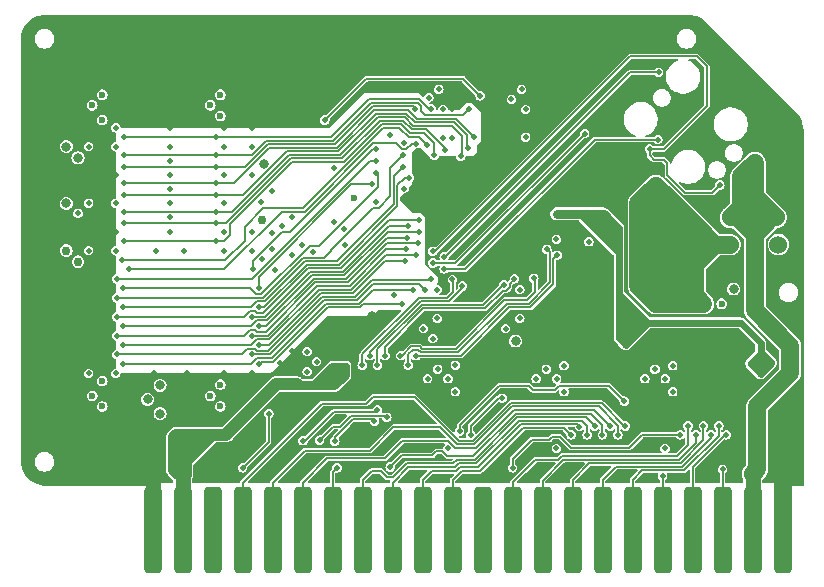
<source format=gbl>
G04 #@! TF.GenerationSoftware,KiCad,Pcbnew,8.0.5*
G04 #@! TF.CreationDate,2024-10-02T03:22:53-04:00*
G04 #@! TF.ProjectId,RAM2GS,52414d32-4753-42e6-9b69-6361645f7063,2.2*
G04 #@! TF.SameCoordinates,Original*
G04 #@! TF.FileFunction,Copper,L4,Bot*
G04 #@! TF.FilePolarity,Positive*
%FSLAX46Y46*%
G04 Gerber Fmt 4.6, Leading zero omitted, Abs format (unit mm)*
G04 Created by KiCad (PCBNEW 8.0.5) date 2024-10-02 03:22:53*
%MOMM*%
%LPD*%
G01*
G04 APERTURE LIST*
G04 Aperture macros list*
%AMRoundRect*
0 Rectangle with rounded corners*
0 $1 Rounding radius*
0 $2 $3 $4 $5 $6 $7 $8 $9 X,Y pos of 4 corners*
0 Add a 4 corners polygon primitive as box body*
4,1,4,$2,$3,$4,$5,$6,$7,$8,$9,$2,$3,0*
0 Add four circle primitives for the rounded corners*
1,1,$1+$1,$2,$3*
1,1,$1+$1,$4,$5*
1,1,$1+$1,$6,$7*
1,1,$1+$1,$8,$9*
0 Add four rect primitives between the rounded corners*
20,1,$1+$1,$2,$3,$4,$5,0*
20,1,$1+$1,$4,$5,$6,$7,0*
20,1,$1+$1,$6,$7,$8,$9,0*
20,1,$1+$1,$8,$9,$2,$3,0*%
G04 Aperture macros list end*
G04 #@! TA.AperFunction,ComponentPad*
%ADD10C,2.000000*%
G04 #@! TD*
G04 #@! TA.AperFunction,SMDPad,CuDef*
%ADD11RoundRect,0.381000X-0.381000X-3.289000X0.381000X-3.289000X0.381000X3.289000X-0.381000X3.289000X0*%
G04 #@! TD*
G04 #@! TA.AperFunction,ViaPad*
%ADD12C,0.500000*%
G04 #@! TD*
G04 #@! TA.AperFunction,ViaPad*
%ADD13C,1.524000*%
G04 #@! TD*
G04 #@! TA.AperFunction,ViaPad*
%ADD14C,0.762000*%
G04 #@! TD*
G04 #@! TA.AperFunction,ViaPad*
%ADD15C,0.800000*%
G04 #@! TD*
G04 #@! TA.AperFunction,ViaPad*
%ADD16C,0.600000*%
G04 #@! TD*
G04 #@! TA.AperFunction,ViaPad*
%ADD17C,1.000000*%
G04 #@! TD*
G04 #@! TA.AperFunction,ViaPad*
%ADD18C,0.508000*%
G04 #@! TD*
G04 #@! TA.AperFunction,Conductor*
%ADD19C,1.270000*%
G04 #@! TD*
G04 #@! TA.AperFunction,Conductor*
%ADD20C,1.524000*%
G04 #@! TD*
G04 #@! TA.AperFunction,Conductor*
%ADD21C,0.150000*%
G04 #@! TD*
G04 #@! TA.AperFunction,Conductor*
%ADD22C,0.500000*%
G04 #@! TD*
G04 #@! TA.AperFunction,Conductor*
%ADD23C,0.508000*%
G04 #@! TD*
G04 #@! TA.AperFunction,Conductor*
%ADD24C,1.000000*%
G04 #@! TD*
G04 #@! TA.AperFunction,Conductor*
%ADD25C,0.600000*%
G04 #@! TD*
G04 #@! TA.AperFunction,Conductor*
%ADD26C,0.800000*%
G04 #@! TD*
G04 APERTURE END LIST*
D10*
X110998000Y-130175000D03*
D11*
X110998000Y-135282000D03*
X108458000Y-135282000D03*
X105918000Y-135282000D03*
X103378000Y-135282000D03*
X100838000Y-135282000D03*
X98298000Y-135282000D03*
X95758000Y-135282000D03*
X93218000Y-135282000D03*
X90678000Y-135282000D03*
X88138000Y-135282000D03*
X85598000Y-135282000D03*
X83058000Y-135282000D03*
X80518000Y-135282000D03*
X77978000Y-135282000D03*
X75438000Y-135282000D03*
X72898000Y-135282000D03*
X70358000Y-135282000D03*
X67818000Y-135282000D03*
X65278000Y-135282000D03*
X62738000Y-135282000D03*
X60198000Y-135282000D03*
X57658000Y-135282000D03*
D12*
X112014000Y-100965000D03*
X74168000Y-130937000D03*
X102108000Y-130937000D03*
X64008000Y-130937000D03*
D13*
X57658000Y-130556000D03*
D12*
X104648000Y-130937000D03*
X61722000Y-130937000D03*
X106680000Y-95377000D03*
X94488000Y-130937000D03*
X46990000Y-117983000D03*
X46990000Y-112903000D03*
X46990000Y-107823000D03*
X81788000Y-130937000D03*
X91948000Y-130937000D03*
X89408000Y-130937000D03*
X97028000Y-130937000D03*
X69088000Y-130937000D03*
X52578000Y-128143000D03*
X54991000Y-131064000D03*
X49911000Y-131064000D03*
X79248000Y-130937000D03*
X76708000Y-130937000D03*
X71628000Y-130937000D03*
X86868000Y-130937000D03*
X84328000Y-130937000D03*
X66548000Y-130937000D03*
X109347000Y-98044000D03*
D14*
X89900000Y-119250000D03*
D12*
X76600000Y-107550000D03*
X94200000Y-107550000D03*
X90050000Y-99700000D03*
X78950000Y-107200000D03*
X83050000Y-102150000D03*
X90050000Y-102050000D03*
X89550000Y-114950000D03*
X91850000Y-109900000D03*
X82550000Y-114950000D03*
X84250000Y-98750000D03*
D14*
X96100000Y-107300000D03*
X95100000Y-106350000D03*
D12*
X94600000Y-112400000D03*
X91250000Y-98850000D03*
X94200000Y-110000000D03*
X80000000Y-103550000D03*
X78950000Y-102550000D03*
X83050000Y-99700000D03*
X89550000Y-117400000D03*
X82550000Y-117400000D03*
X85400000Y-102900000D03*
X66050000Y-101250000D03*
X63750000Y-101250000D03*
X66050000Y-102850000D03*
X66050000Y-122050000D03*
X52250000Y-110050000D03*
X54550000Y-110050000D03*
X63750000Y-102850000D03*
X63750000Y-122050000D03*
X66050000Y-111650000D03*
X63750000Y-107650000D03*
X59150000Y-108850000D03*
X60550000Y-122050000D03*
X59150000Y-106450000D03*
X57750000Y-122050000D03*
X59150000Y-104050000D03*
X63750000Y-111650000D03*
D14*
X50350000Y-110150000D03*
X51350000Y-105200000D03*
D12*
X51350000Y-109300000D03*
X57950000Y-111650000D03*
X60350000Y-111650000D03*
X59150000Y-110050000D03*
X59150000Y-107650000D03*
X59150000Y-102850000D03*
X59150000Y-101250000D03*
X59150000Y-105250000D03*
X60060000Y-99799000D03*
D15*
X50350000Y-106150000D03*
X51350000Y-100400000D03*
X50350000Y-101350000D03*
D12*
X54550000Y-105250000D03*
X99568000Y-130937000D03*
X106807000Y-130937000D03*
X74100000Y-127250000D03*
X89150000Y-129550000D03*
X89800000Y-128400000D03*
X89150000Y-127250000D03*
X80600000Y-128400000D03*
X79950000Y-127250000D03*
X81950000Y-129150000D03*
X93175000Y-100800000D03*
X68050000Y-127750000D03*
X91000000Y-127150000D03*
X100550000Y-127750000D03*
X78100000Y-115450000D03*
X112014000Y-127889000D03*
X112014000Y-112649000D03*
D13*
X106600000Y-113450000D03*
X110450000Y-113450000D03*
D12*
X81500000Y-127250000D03*
X95250000Y-121050000D03*
X73850000Y-109850000D03*
X50038000Y-115443000D03*
X50038000Y-120523000D03*
X46990000Y-123063000D03*
X50038000Y-125603000D03*
X46990000Y-128143000D03*
X104800000Y-114950000D03*
X107162600Y-129870200D03*
X90800000Y-113400000D03*
X81400000Y-109600000D03*
X87250000Y-119000000D03*
X112014000Y-107569000D03*
X100750000Y-104450000D03*
X83375000Y-111950000D03*
X82700000Y-111275000D03*
X83950000Y-112725000D03*
X46990000Y-102743000D03*
X96350000Y-118250000D03*
X93500000Y-118350000D03*
X105100000Y-109050000D03*
X104700000Y-106250000D03*
X103800000Y-98550000D03*
X99900000Y-95700000D03*
X96950000Y-100450000D03*
X87650000Y-99550000D03*
X77200000Y-126750000D03*
X86800000Y-125000000D03*
X73900000Y-120400000D03*
X78750000Y-119550000D03*
X73950000Y-111200000D03*
X78100000Y-117000000D03*
D16*
X110050000Y-119900000D03*
X110100000Y-126400000D03*
X108250000Y-119900000D03*
D12*
X112014000Y-117729000D03*
X107300000Y-124750000D03*
X82931000Y-92202000D03*
X88011000Y-92202000D03*
X98171000Y-97282000D03*
X46990000Y-97663000D03*
X98171000Y-92202000D03*
X52451000Y-97282000D03*
X70231000Y-99822000D03*
X50038000Y-94742000D03*
X62611000Y-92202000D03*
X67691000Y-92202000D03*
X57531000Y-92202000D03*
X72771000Y-92202000D03*
X107150000Y-118500000D03*
X82650000Y-124100000D03*
X102500000Y-123600000D03*
D16*
X99300000Y-124000000D03*
X90100000Y-124000000D03*
D12*
X84100000Y-123600000D03*
X93300000Y-123600000D03*
X101050000Y-124100000D03*
X71750000Y-124000000D03*
X102500000Y-121400000D03*
X91850000Y-124070000D03*
D16*
X80900000Y-124000000D03*
X100200000Y-124850000D03*
X73500000Y-124000000D03*
D12*
X93091000Y-92202000D03*
X77851000Y-92202000D03*
X52451000Y-92202000D03*
D16*
X65750000Y-99350000D03*
D17*
X110100000Y-116150000D03*
D12*
X70850000Y-119400000D03*
D15*
X74650000Y-118750000D03*
D16*
X54900000Y-124850000D03*
D12*
X66950000Y-112400000D03*
X101550000Y-101550000D03*
D16*
X54900000Y-123050000D03*
D12*
X83700000Y-118250000D03*
X77851000Y-97790000D03*
X69500000Y-108850000D03*
X64900000Y-124800000D03*
X83400000Y-98000000D03*
D16*
X55750000Y-123950000D03*
D12*
X95800000Y-102950000D03*
D16*
X64900000Y-122700000D03*
D12*
X66850000Y-107550000D03*
X93300000Y-121400000D03*
D14*
X58166000Y-127508000D03*
D15*
X76250000Y-117200000D03*
D16*
X54900000Y-98450000D03*
D12*
X57531000Y-97282000D03*
X54991000Y-94742000D03*
D16*
X65750000Y-123950000D03*
D12*
X82900000Y-119100000D03*
X77750000Y-101850000D03*
X90400000Y-98000000D03*
X69500000Y-120150000D03*
D15*
X60000000Y-125450000D03*
D16*
X54900000Y-100250000D03*
D15*
X110350000Y-106800000D03*
D12*
X67800000Y-111550000D03*
D16*
X74750000Y-107200000D03*
D17*
X110350000Y-104200000D03*
D12*
X90700000Y-118250000D03*
D17*
X111550000Y-105550000D03*
D15*
X61050000Y-124250000D03*
D12*
X84100000Y-121350000D03*
D16*
X55750000Y-99350000D03*
X95500000Y-113300000D03*
X74500000Y-129800000D03*
X64900000Y-98450000D03*
X96400000Y-112400000D03*
D12*
X95631000Y-94742000D03*
X73000000Y-109250000D03*
X69050000Y-124400000D03*
X99000000Y-128400000D03*
D16*
X64900000Y-100600000D03*
D15*
X60000000Y-123050000D03*
D14*
X57023000Y-128778000D03*
D12*
X107450000Y-127250000D03*
X91900000Y-107550000D03*
X67800000Y-106600000D03*
X68450000Y-121200000D03*
X98350000Y-127250000D03*
X68650000Y-109550000D03*
X88138000Y-130048000D03*
X102350000Y-127250000D03*
X95750000Y-127250000D03*
X77775000Y-129975000D03*
X65278000Y-130048000D03*
X67500000Y-125450000D03*
X97700000Y-126500000D03*
X97050000Y-127250000D03*
X96400000Y-126500000D03*
X93100000Y-127250000D03*
X95100000Y-126500000D03*
X94450000Y-127250000D03*
X93800000Y-126550000D03*
X103000000Y-126500000D03*
X103650000Y-127250000D03*
X104300000Y-126500000D03*
X104950000Y-127250000D03*
X105600000Y-126500000D03*
X106250000Y-127250000D03*
X105918000Y-130175000D03*
X97600000Y-124400000D03*
X100838000Y-130746500D03*
X83650000Y-126950000D03*
X76450000Y-126100000D03*
X73279000Y-130048000D03*
X73100000Y-127800000D03*
X70400000Y-127750000D03*
X76700000Y-125150000D03*
X77500000Y-125750000D03*
X71800000Y-127700000D03*
X87249000Y-124142500D03*
X84600000Y-127250000D03*
X89250000Y-99700000D03*
X81050000Y-98700000D03*
X88050000Y-98850000D03*
X94600000Y-110900000D03*
X78950000Y-106400000D03*
X89250000Y-102050000D03*
X88750000Y-114950000D03*
X81750000Y-114950000D03*
X82250000Y-99700000D03*
X88750000Y-117400000D03*
X81750000Y-117400000D03*
X91850000Y-110700000D03*
X66050000Y-110050000D03*
D18*
X54550000Y-102850000D03*
X54550000Y-111650000D03*
D16*
X63400000Y-123000000D03*
D15*
X51350000Y-103800000D03*
X50350000Y-107650000D03*
X50350000Y-102850000D03*
D18*
X54550000Y-101250000D03*
D14*
X66950000Y-109100000D03*
D12*
X51350000Y-108500000D03*
D14*
X50350000Y-111650000D03*
X51350000Y-112600000D03*
D12*
X63750000Y-110050000D03*
X63750000Y-105250000D03*
X66050000Y-105250000D03*
X54550000Y-122050000D03*
X52250000Y-122050000D03*
X52250000Y-111650000D03*
X52250000Y-107650000D03*
X52250000Y-102850000D03*
X54550000Y-107650000D03*
X91875000Y-122500000D03*
X82675000Y-122500000D03*
D17*
X104300000Y-116150000D03*
X102300000Y-116150000D03*
X100300000Y-116150000D03*
X100300000Y-111650000D03*
X100300000Y-108650000D03*
X100300000Y-110150000D03*
X100300000Y-113150000D03*
X100300000Y-114650000D03*
D12*
X82250000Y-102150000D03*
D13*
X102300000Y-108150000D03*
X104150000Y-111150000D03*
X110650000Y-111150000D03*
X102300000Y-114150000D03*
D12*
X101075000Y-122500000D03*
X83300000Y-121350000D03*
X83300000Y-123600000D03*
X91000000Y-121700000D03*
X100200000Y-121700000D03*
X81800000Y-121700000D03*
X80950000Y-122500000D03*
X101700000Y-121400000D03*
X99350000Y-122500000D03*
X92500000Y-121400000D03*
X90150000Y-122500000D03*
X101700000Y-123600000D03*
X92500000Y-123600000D03*
D13*
X106550000Y-111150000D03*
D12*
X70750000Y-120200000D03*
D16*
X105850000Y-116150000D03*
D15*
X88400000Y-119300000D03*
D16*
X53400000Y-98450000D03*
D17*
X100300000Y-106150000D03*
D12*
X101050000Y-128400000D03*
D15*
X57250000Y-124250000D03*
D12*
X69500000Y-112000000D03*
X73050000Y-104650000D03*
X81400000Y-119100000D03*
X70750000Y-121900000D03*
X82650000Y-128400000D03*
X80600000Y-118250000D03*
X68050000Y-113300000D03*
D16*
X53400000Y-100600000D03*
D12*
X81900000Y-98000000D03*
D16*
X63400000Y-100250000D03*
X62550000Y-123950000D03*
X52550000Y-123950000D03*
D15*
X58300000Y-125450000D03*
D16*
X62550000Y-99350000D03*
X53400000Y-124850000D03*
X63400000Y-124850000D03*
D15*
X106850000Y-114900000D03*
D12*
X67800000Y-110150000D03*
D16*
X53400000Y-122700000D03*
D12*
X87550000Y-118250000D03*
D15*
X58300000Y-123050000D03*
D12*
X91850000Y-128400000D03*
X70350000Y-111150000D03*
X88900000Y-98000000D03*
D16*
X52550000Y-99350000D03*
D12*
X71550000Y-121050000D03*
X71250000Y-111750000D03*
D15*
X67100000Y-104300000D03*
D16*
X63400000Y-98450000D03*
D12*
X83900000Y-114650000D03*
X76050000Y-120550000D03*
X88300000Y-114050000D03*
X77350000Y-120550000D03*
X87400000Y-114550000D03*
X76700000Y-121350000D03*
X91900000Y-112050000D03*
X79950000Y-120550000D03*
X79300000Y-121350000D03*
X91050000Y-111550000D03*
X83050000Y-114100000D03*
X75400000Y-121350000D03*
X89950000Y-114000000D03*
X78650000Y-120550000D03*
X81250000Y-99650000D03*
D18*
X63050000Y-102050000D03*
X55250000Y-102050000D03*
D12*
X79900000Y-99650000D03*
X55250000Y-104550000D03*
X63050000Y-104550000D03*
X84450000Y-99700000D03*
D18*
X55250000Y-103550000D03*
X63050000Y-103550000D03*
D12*
X84900000Y-102050000D03*
X63050000Y-105950000D03*
D18*
X55250000Y-105950000D03*
D12*
X81500000Y-103600000D03*
X63050000Y-110850000D03*
D18*
X55250000Y-110850000D03*
D12*
X83750000Y-103650000D03*
D18*
X55250000Y-108350000D03*
D12*
X63050000Y-108350000D03*
X82400000Y-103150000D03*
X55250000Y-109350000D03*
X63050000Y-109350000D03*
X84400000Y-102950000D03*
X63050000Y-106950000D03*
X55250000Y-106950000D03*
X76550000Y-103050000D03*
X66150000Y-113250000D03*
X66650000Y-114850000D03*
X76250000Y-106050000D03*
X79400000Y-105500000D03*
X66700000Y-116450000D03*
X79300000Y-109550000D03*
X66100000Y-117250000D03*
X79200000Y-110550000D03*
X66700000Y-118050000D03*
X79100000Y-111550000D03*
X66100000Y-118850000D03*
X79000000Y-112550000D03*
X66700000Y-119650000D03*
X80700000Y-114950000D03*
X66100000Y-120450000D03*
X78800000Y-116200000D03*
X66700000Y-121250000D03*
X79700000Y-114950000D03*
X55200000Y-121250000D03*
X81250000Y-114050000D03*
X54650000Y-120450000D03*
X55200000Y-119650000D03*
X80000000Y-112050000D03*
X54650000Y-118850000D03*
X80100000Y-111050000D03*
X55200000Y-118050000D03*
X80200000Y-110050000D03*
X54650000Y-117250000D03*
X80200000Y-109050000D03*
X78900000Y-104550000D03*
X55200000Y-116450000D03*
X78900000Y-103550000D03*
X54650000Y-115650000D03*
X76550000Y-105050000D03*
X55200000Y-114850000D03*
X76550000Y-104050000D03*
X54650000Y-114050000D03*
X79950000Y-102600000D03*
X55650000Y-113250000D03*
X80900000Y-102750000D03*
D18*
X55100000Y-112450000D03*
D12*
X82350000Y-112200000D03*
X100500000Y-96550000D03*
X105700000Y-106100000D03*
X81400000Y-111700000D03*
X99750000Y-103050000D03*
X100450000Y-102250000D03*
X82350000Y-113200000D03*
X94250000Y-101750000D03*
X81400000Y-112700000D03*
D13*
X60198000Y-130556000D03*
D12*
X73475000Y-122500000D03*
D13*
X106600000Y-108850000D03*
X108650000Y-107150000D03*
X108458000Y-130556000D03*
D17*
X108650000Y-104200000D03*
D12*
X72600000Y-121650000D03*
D13*
X110450000Y-108850000D03*
D12*
X74100000Y-121400000D03*
D17*
X107500000Y-105550000D03*
D15*
X59750000Y-127550000D03*
D12*
X95100000Y-109650000D03*
X94200000Y-108550000D03*
D14*
X96100000Y-108800000D03*
D16*
X109150000Y-122100000D03*
X110050000Y-121100000D03*
X97750000Y-119650000D03*
D12*
X108300000Y-121200000D03*
X91900000Y-108550000D03*
X72250000Y-100600000D03*
X85400000Y-98550000D03*
D19*
X57658000Y-130556000D02*
X57658000Y-135382000D01*
D20*
X110998000Y-135382000D02*
X110998000Y-130175000D01*
D21*
X91500000Y-127400000D02*
X92150000Y-127400000D01*
X88138000Y-130048000D02*
X88138000Y-129276000D01*
X92150000Y-127400000D02*
X93083500Y-128333500D01*
X88138000Y-129276000D02*
X89764000Y-127650000D01*
X91250000Y-127650000D02*
X91500000Y-127400000D01*
X93083500Y-128333500D02*
X98016500Y-128333500D01*
X98016500Y-128333500D02*
X99100000Y-127250000D01*
X99100000Y-127250000D02*
X102350000Y-127250000D01*
X89764000Y-127650000D02*
X91250000Y-127650000D01*
X82199981Y-128650000D02*
X82599981Y-129050000D01*
X88400010Y-125449990D02*
X94749990Y-125449990D01*
X78750000Y-129000000D02*
X81350000Y-129000000D01*
X95750000Y-126450000D02*
X95750000Y-127250000D01*
X84800000Y-129050000D02*
X88400010Y-125449990D01*
X82599981Y-129050000D02*
X84800000Y-129050000D01*
X81350000Y-129000000D02*
X81700000Y-128650000D01*
X94749990Y-125449990D02*
X95750000Y-126450000D01*
X77775000Y-129975000D02*
X78750000Y-129000000D01*
X81700000Y-128650000D02*
X82199981Y-128650000D01*
X67500000Y-127850000D02*
X65302000Y-130048000D01*
X65302000Y-130048000D02*
X65278000Y-130048000D01*
X67500000Y-125450000D02*
X67500000Y-127850000D01*
X83574268Y-127749990D02*
X79874278Y-124050000D01*
X76300000Y-124050000D02*
X75750000Y-124600000D01*
X65278000Y-131318000D02*
X65278000Y-135382000D01*
X95699960Y-124549960D02*
X87990928Y-124549960D01*
X71996000Y-124600000D02*
X65278000Y-131318000D01*
X79874278Y-124050000D02*
X76300000Y-124050000D01*
X75750000Y-124600000D02*
X71996000Y-124600000D01*
X84790898Y-127749990D02*
X83574268Y-127749990D01*
X87990928Y-124549960D02*
X84790898Y-127749990D01*
X97700000Y-126550000D02*
X95699960Y-124549960D01*
X97050000Y-126462500D02*
X95437470Y-124849970D01*
X76050000Y-128600000D02*
X70536000Y-128600000D01*
X67818000Y-131318000D02*
X67818000Y-135382000D01*
X84915166Y-128050000D02*
X83450000Y-128050000D01*
X82000000Y-126600000D02*
X78050000Y-126600000D01*
X78050000Y-126600000D02*
X76050000Y-128600000D01*
X83450000Y-128050000D02*
X82000000Y-126600000D01*
X88115196Y-124849970D02*
X84915166Y-128050000D01*
X95437470Y-124849970D02*
X88115196Y-124849970D01*
X97050000Y-127250000D02*
X97050000Y-126462500D01*
X70536000Y-128600000D02*
X67818000Y-131318000D01*
X85052305Y-128350000D02*
X88252325Y-125149980D01*
X72426000Y-129250000D02*
X77300000Y-129250000D01*
X88252325Y-125149980D02*
X95049980Y-125149980D01*
X70358000Y-131318000D02*
X72426000Y-129250000D01*
X83300000Y-128350000D02*
X85052305Y-128350000D01*
X77300000Y-129250000D02*
X78800000Y-127750000D01*
X70358000Y-135382000D02*
X70358000Y-131318000D01*
X78800000Y-127750000D02*
X82700000Y-127750000D01*
X82700000Y-127750000D02*
X83300000Y-128350000D01*
X95049980Y-125149980D02*
X96400000Y-126500000D01*
X83820000Y-130302000D02*
X83058000Y-131064000D01*
X93100000Y-127250000D02*
X92500000Y-126650000D01*
X85398000Y-130302000D02*
X83820000Y-130302000D01*
X89050000Y-126650000D02*
X85398000Y-130302000D01*
X92500000Y-126650000D02*
X89050000Y-126650000D01*
X83058000Y-131064000D02*
X83058000Y-135382000D01*
X78020000Y-130850000D02*
X79203000Y-129667000D01*
X75438000Y-131064000D02*
X76200000Y-130302000D01*
X84950000Y-129350000D02*
X88550000Y-125750000D01*
X83438500Y-129350000D02*
X84950000Y-129350000D01*
X76993750Y-130302000D02*
X77541750Y-130850000D01*
X94350000Y-125750000D02*
X95100000Y-126500000D01*
X76200000Y-130302000D02*
X76993750Y-130302000D01*
X79203000Y-129667000D02*
X83121500Y-129667000D01*
X88550000Y-125750000D02*
X94350000Y-125750000D01*
X75438000Y-135382000D02*
X75438000Y-131064000D01*
X83121500Y-129667000D02*
X83438500Y-129350000D01*
X77541750Y-130850000D02*
X78020000Y-130850000D01*
X83566000Y-129667000D02*
X83248500Y-129984500D01*
X77978000Y-131322000D02*
X77978000Y-135382000D01*
X94000000Y-126050000D02*
X88700000Y-126050000D01*
X79315500Y-129984500D02*
X77978000Y-131322000D01*
X94450000Y-127250000D02*
X94450000Y-126500000D01*
X88700000Y-126050000D02*
X85083000Y-129667000D01*
X83248500Y-129984500D02*
X79315500Y-129984500D01*
X94450000Y-126500000D02*
X94000000Y-126050000D01*
X85083000Y-129667000D02*
X83566000Y-129667000D01*
X83693000Y-129984500D02*
X83375500Y-130302000D01*
X83375500Y-130302000D02*
X81280000Y-130302000D01*
X81280000Y-130302000D02*
X80518000Y-131064000D01*
X93600000Y-126350000D02*
X88850000Y-126350000D01*
X93800000Y-126550000D02*
X93600000Y-126350000D01*
X80518000Y-131064000D02*
X80518000Y-135382000D01*
X85215500Y-129984500D02*
X83693000Y-129984500D01*
X88850000Y-126350000D02*
X85215500Y-129984500D01*
X103000000Y-128140000D02*
X102090000Y-129050000D01*
X103000000Y-126500000D02*
X103000000Y-128140000D01*
X88138000Y-131262000D02*
X88138000Y-135382000D01*
X92000000Y-129350000D02*
X90050000Y-129350000D01*
X90050000Y-129350000D02*
X88138000Y-131262000D01*
X92300000Y-129050000D02*
X92000000Y-129350000D01*
X102090000Y-129050000D02*
X92300000Y-129050000D01*
X90678000Y-131122000D02*
X90678000Y-135382000D01*
X102234500Y-129350000D02*
X92450000Y-129350000D01*
X103650000Y-127250000D02*
X103650000Y-127934500D01*
X103650000Y-127934500D02*
X102234500Y-129350000D01*
X92450000Y-129350000D02*
X90678000Y-131122000D01*
X104300000Y-126500000D02*
X104300000Y-127729000D01*
X94650000Y-129650000D02*
X93218000Y-131082000D01*
X104300000Y-127729000D02*
X102379000Y-129650000D01*
X93218000Y-131082000D02*
X93218000Y-135382000D01*
X102379000Y-129650000D02*
X94650000Y-129650000D01*
X104950000Y-127523500D02*
X102523500Y-129950000D01*
X96875000Y-129950000D02*
X95758000Y-131067000D01*
X104950000Y-127250000D02*
X104950000Y-127523500D01*
X95758000Y-131067000D02*
X95758000Y-135382000D01*
X102523500Y-129950000D02*
X96875000Y-129950000D01*
X102668000Y-130250000D02*
X99112000Y-130250000D01*
X98298000Y-131064000D02*
X98298000Y-135382000D01*
X105600000Y-127318000D02*
X102668000Y-130250000D01*
X105600000Y-126500000D02*
X105600000Y-127318000D01*
X99112000Y-130250000D02*
X98298000Y-131064000D01*
X106112500Y-127250000D02*
X103378000Y-129984500D01*
X103378000Y-129984500D02*
X103378000Y-135382000D01*
X106250000Y-127250000D02*
X106112500Y-127250000D01*
X105918000Y-130175000D02*
X105918000Y-135382000D01*
X92050000Y-123100000D02*
X96300000Y-123100000D01*
X96300000Y-123100000D02*
X97600000Y-124400000D01*
X89500000Y-123100000D02*
X89850000Y-123450000D01*
X83650000Y-126950000D02*
X83650000Y-126425000D01*
X100838000Y-130746500D02*
X100838000Y-135382000D01*
X86975000Y-123100000D02*
X89500000Y-123100000D01*
X89850000Y-123450000D02*
X91700000Y-123450000D01*
X83650000Y-126425000D02*
X86975000Y-123100000D01*
X91700000Y-123450000D02*
X92050000Y-123100000D01*
X73279000Y-130048000D02*
X72898000Y-130429000D01*
X76450000Y-126100000D02*
X76300000Y-125950000D01*
X72898000Y-130429000D02*
X72898000Y-135382000D01*
X74600000Y-125950000D02*
X73100000Y-127450000D01*
X73100000Y-127450000D02*
X73100000Y-127800000D01*
X76300000Y-125950000D02*
X74600000Y-125950000D01*
X76550000Y-125300000D02*
X76700000Y-125150000D01*
X70400000Y-127750000D02*
X70550000Y-127750000D01*
X73000000Y-125300000D02*
X76550000Y-125300000D01*
X70550000Y-127750000D02*
X73000000Y-125300000D01*
X77375000Y-125625000D02*
X74475000Y-125625000D01*
X74475000Y-125625000D02*
X73550000Y-126550000D01*
X73550000Y-126550000D02*
X72950000Y-126550000D01*
X72950000Y-126550000D02*
X71800000Y-127700000D01*
X77500000Y-125750000D02*
X77375000Y-125625000D01*
X87249000Y-124142500D02*
X86957500Y-124142500D01*
X84600000Y-126500000D02*
X84600000Y-127250000D01*
X86957500Y-124142500D02*
X84600000Y-126500000D01*
D20*
X102300000Y-114150000D02*
X100300000Y-114150000D01*
X104150000Y-111150000D02*
X101300000Y-111150000D01*
X102300000Y-113000000D02*
X104150000Y-111150000D01*
X106550000Y-111150000D02*
X104150000Y-111150000D01*
X103600000Y-115450000D02*
X103600000Y-111700000D01*
X102300000Y-112150000D02*
X100300000Y-110150000D01*
X104150000Y-110000000D02*
X104150000Y-111150000D01*
X101300000Y-111150000D02*
X100300000Y-112150000D01*
X104300000Y-116150000D02*
X102300000Y-114150000D01*
X104300000Y-116150000D02*
X103600000Y-115450000D01*
X98800000Y-107650000D02*
X98800000Y-114650000D01*
X103600000Y-111700000D02*
X104150000Y-111150000D01*
X100300000Y-106150000D02*
X100300000Y-116150000D01*
X102300000Y-108150000D02*
X102300000Y-110150000D01*
X102300000Y-108150000D02*
X100300000Y-106150000D01*
X102300000Y-108150000D02*
X102300000Y-114150000D01*
X102300000Y-114150000D02*
X105300000Y-111150000D01*
X102300000Y-109300000D02*
X104150000Y-111150000D01*
X98800000Y-114650000D02*
X100300000Y-116150000D01*
X105300000Y-111150000D02*
X106550000Y-111150000D01*
X102300000Y-114150000D02*
X100300000Y-112150000D01*
X102300000Y-108150000D02*
X104150000Y-110000000D01*
X102300000Y-108150000D02*
X105300000Y-111150000D01*
X100300000Y-108150000D02*
X102300000Y-108150000D01*
X102300000Y-114150000D02*
X102300000Y-113000000D01*
X102300000Y-110150000D02*
X100300000Y-112150000D01*
X100300000Y-106150000D02*
X98800000Y-107650000D01*
X100300000Y-116150000D02*
X102300000Y-114150000D01*
X104300000Y-116150000D02*
X100300000Y-116150000D01*
X102300000Y-116150000D02*
X102300000Y-114150000D01*
X102300000Y-108150000D02*
X102300000Y-109300000D01*
X100300000Y-110150000D02*
X102300000Y-108150000D01*
X101300000Y-111150000D02*
X100300000Y-110150000D01*
X102300000Y-114150000D02*
X102300000Y-112150000D01*
D21*
X76050000Y-120550000D02*
X76050000Y-120250000D01*
X83900000Y-114800000D02*
X83900000Y-114650000D01*
X80350000Y-115950000D02*
X82750000Y-115950000D01*
X82750000Y-115950000D02*
X83900000Y-114800000D01*
X76050000Y-120250000D02*
X80350000Y-115950000D01*
X87600000Y-115050000D02*
X87900000Y-114750000D01*
X77350000Y-120550000D02*
X77350000Y-119800000D01*
X87300000Y-115050000D02*
X87600000Y-115050000D01*
X77350000Y-119800000D02*
X80600000Y-116550000D01*
X85800000Y-116550000D02*
X87300000Y-115050000D01*
X80600000Y-116550000D02*
X85800000Y-116550000D01*
X87900000Y-114750000D02*
X87900000Y-114450000D01*
X87900000Y-114450000D02*
X88300000Y-114050000D01*
X80475000Y-116250000D02*
X76700000Y-120025000D01*
X87350722Y-114550000D02*
X85650722Y-116250000D01*
X87400000Y-114550000D02*
X87350722Y-114550000D01*
X76700000Y-120025000D02*
X76700000Y-121350000D01*
X85650722Y-116250000D02*
X80475000Y-116250000D01*
X83750000Y-120550000D02*
X87850000Y-116450000D01*
X91600000Y-114500000D02*
X91600000Y-112350000D01*
X79950000Y-120550000D02*
X83750000Y-120550000D01*
X87850000Y-116450000D02*
X89650000Y-116450000D01*
X89650000Y-116450000D02*
X91600000Y-114500000D01*
X91600000Y-112350000D02*
X91900000Y-112050000D01*
X87650000Y-116150000D02*
X83550000Y-120250000D01*
X91050000Y-111550000D02*
X91300000Y-111800000D01*
X91300000Y-114350000D02*
X89500000Y-116150000D01*
X79700000Y-120050000D02*
X79300000Y-120450000D01*
X79300000Y-120450000D02*
X79300000Y-121350000D01*
X80375000Y-120250000D02*
X80175000Y-120050000D01*
X83550000Y-120250000D02*
X80375000Y-120250000D01*
X89500000Y-116150000D02*
X87650000Y-116150000D01*
X91300000Y-111800000D02*
X91300000Y-114350000D01*
X80175000Y-120050000D02*
X79700000Y-120050000D01*
X83100000Y-115150000D02*
X83100000Y-114150000D01*
X80200000Y-115650000D02*
X82600000Y-115650000D01*
X75400000Y-121350000D02*
X75400000Y-120450000D01*
X75400000Y-120450000D02*
X80200000Y-115650000D01*
X83100000Y-114150000D02*
X83050000Y-114100000D01*
X82600000Y-115650000D02*
X83100000Y-115150000D01*
X80500000Y-119950000D02*
X83350000Y-119950000D01*
X78750000Y-120550000D02*
X79550000Y-119750000D01*
X89350000Y-115850000D02*
X90050000Y-115150000D01*
X83350000Y-119950000D02*
X87450000Y-115850000D01*
X78650000Y-120550000D02*
X78750000Y-120550000D01*
X90050000Y-114100000D02*
X89950000Y-114000000D01*
X87450000Y-115850000D02*
X89350000Y-115850000D01*
X80300000Y-119750000D02*
X80500000Y-119950000D01*
X79550000Y-119750000D02*
X80300000Y-119750000D01*
X90050000Y-115150000D02*
X90050000Y-114100000D01*
X55250000Y-102050000D02*
X63050000Y-102050000D01*
X81050000Y-99650000D02*
X81250000Y-99650000D01*
X72800000Y-102050000D02*
X76000000Y-98850000D01*
X76000000Y-98850000D02*
X80250000Y-98850000D01*
X63050000Y-102050000D02*
X72800000Y-102050000D01*
X80250000Y-98850000D02*
X81050000Y-99650000D01*
X55250000Y-104550000D02*
X63050000Y-104550000D01*
X76300000Y-99450000D02*
X73100000Y-102650000D01*
X65500000Y-104550000D02*
X63050000Y-104550000D01*
X79900000Y-99650000D02*
X79700000Y-99450000D01*
X79700000Y-99450000D02*
X76300000Y-99450000D01*
X67400000Y-102650000D02*
X65500000Y-104550000D01*
X73100000Y-102650000D02*
X67400000Y-102650000D01*
X59399998Y-103550000D02*
X55250000Y-103550000D01*
X63050000Y-103550000D02*
X59399998Y-103550000D01*
X63050000Y-103550000D02*
X66050000Y-103550000D01*
X80400000Y-99450000D02*
X80400000Y-99850000D01*
X76150000Y-99150000D02*
X80100000Y-99150000D01*
X80750000Y-100200000D02*
X83950000Y-100200000D01*
X67250000Y-102350000D02*
X72950000Y-102350000D01*
X80400000Y-99850000D02*
X80750000Y-100200000D01*
X66050000Y-103550000D02*
X67250000Y-102350000D01*
X83950000Y-100200000D02*
X84450000Y-99700000D01*
X72950000Y-102350000D02*
X76150000Y-99150000D01*
X80100000Y-99150000D02*
X80400000Y-99450000D01*
X56909338Y-105950000D02*
X55250000Y-105950000D01*
X63050000Y-105950000D02*
X56909338Y-105950000D01*
X73250000Y-102950000D02*
X76450000Y-99750000D01*
X80050000Y-100500000D02*
X83350000Y-100500000D01*
X64550000Y-105950000D02*
X67550000Y-102950000D01*
X79300000Y-99750000D02*
X80050000Y-100500000D01*
X67550000Y-102950000D02*
X73250000Y-102950000D01*
X83350000Y-100500000D02*
X84900000Y-102050000D01*
X76450000Y-99750000D02*
X79300000Y-99750000D01*
X63050000Y-105950000D02*
X64550000Y-105950000D01*
X55250000Y-110850000D02*
X63050000Y-110850000D01*
X64250000Y-109400000D02*
X64250000Y-110300000D01*
X64250000Y-110300000D02*
X63700000Y-110850000D01*
X73850000Y-104150000D02*
X69500000Y-104150000D01*
X63700000Y-110850000D02*
X63100000Y-110850000D01*
X81500000Y-103600000D02*
X81500000Y-102550000D01*
X77050000Y-100950000D02*
X73850000Y-104150000D01*
X81500000Y-102550000D02*
X80650000Y-101700000D01*
X80650000Y-101700000D02*
X79450000Y-101700000D01*
X79450000Y-101700000D02*
X78700000Y-100950000D01*
X78700000Y-100950000D02*
X77050000Y-100950000D01*
X69500000Y-104150000D02*
X64250000Y-109400000D01*
X55250000Y-108350000D02*
X63050000Y-108350000D01*
X83900000Y-103500000D02*
X83900000Y-101950000D01*
X69200000Y-103550000D02*
X64400000Y-108350000D01*
X76750000Y-100350000D02*
X73550000Y-103550000D01*
X79750000Y-101100000D02*
X79000000Y-100350000D01*
X83050000Y-101100000D02*
X79750000Y-101100000D01*
X83750000Y-103650000D02*
X83900000Y-103500000D01*
X64400000Y-108350000D02*
X63100000Y-108350000D01*
X83900000Y-101950000D02*
X83050000Y-101100000D01*
X73550000Y-103550000D02*
X69200000Y-103550000D01*
X79000000Y-100350000D02*
X76750000Y-100350000D01*
X63050000Y-109350000D02*
X55250000Y-109350000D01*
X76900000Y-100650000D02*
X73700000Y-103850000D01*
X69350000Y-103850000D02*
X63850000Y-109350000D01*
X63850000Y-109350000D02*
X63050000Y-109350000D01*
X78850000Y-100650000D02*
X76900000Y-100650000D01*
X73700000Y-103850000D02*
X69350000Y-103850000D01*
X80800000Y-101400000D02*
X79600000Y-101400000D01*
X82400000Y-103150000D02*
X82400000Y-103000000D01*
X79600000Y-101400000D02*
X78850000Y-100650000D01*
X82400000Y-103000000D02*
X80800000Y-101400000D01*
X63050000Y-106950000D02*
X61499998Y-106950000D01*
X61499998Y-106950000D02*
X55250000Y-106950000D01*
X65350000Y-106950000D02*
X69050000Y-103250000D01*
X73400000Y-103250000D02*
X76600000Y-100050000D01*
X83200000Y-100800000D02*
X84300000Y-101900000D01*
X76600000Y-100050000D02*
X79150000Y-100050000D01*
X69050000Y-103250000D02*
X73400000Y-103250000D01*
X79900000Y-100800000D02*
X83200000Y-100800000D01*
X79150000Y-100050000D02*
X79900000Y-100800000D01*
X84300000Y-101900000D02*
X84300000Y-102850000D01*
X63050000Y-106950000D02*
X65350000Y-106950000D01*
X84300000Y-102850000D02*
X84400000Y-102950000D01*
X66150000Y-112500000D02*
X66150000Y-113250000D01*
X68600000Y-110050000D02*
X66150000Y-112500000D01*
X69300000Y-110050000D02*
X68600000Y-110050000D01*
X76550000Y-103050000D02*
X76300000Y-103050000D01*
X76300000Y-103050000D02*
X69300000Y-110050000D01*
X66650000Y-113900000D02*
X66650000Y-114850000D01*
X74500000Y-106050000D02*
X66650000Y-113900000D01*
X76250000Y-106050000D02*
X74500000Y-106050000D01*
X78400000Y-107900000D02*
X78400000Y-106100000D01*
X66700000Y-116450000D02*
X67100000Y-116450000D01*
X70700000Y-112850000D02*
X73450000Y-112850000D01*
X73450000Y-112850000D02*
X78400000Y-107900000D01*
X79000000Y-105500000D02*
X79400000Y-105500000D01*
X78400000Y-106100000D02*
X79000000Y-105500000D01*
X67100000Y-116450000D02*
X70700000Y-112850000D01*
X77650000Y-109550000D02*
X79300000Y-109550000D01*
X66100000Y-117250000D02*
X67200000Y-117250000D01*
X67200000Y-117250000D02*
X71000000Y-113450000D01*
X71000000Y-113450000D02*
X73750000Y-113450000D01*
X73750000Y-113450000D02*
X77650000Y-109550000D01*
X79200000Y-110550000D02*
X77550000Y-110550000D01*
X71300000Y-114050000D02*
X74050000Y-114050000D01*
X74050000Y-114050000D02*
X77550000Y-110550000D01*
X67300000Y-118050000D02*
X71300000Y-114050000D01*
X66700000Y-118050000D02*
X67300000Y-118050000D01*
X71600000Y-114650000D02*
X74350000Y-114650000D01*
X67400000Y-118850000D02*
X71600000Y-114650000D01*
X66100000Y-118850000D02*
X67400000Y-118850000D01*
X79100000Y-111550000D02*
X77450000Y-111550000D01*
X74350000Y-114650000D02*
X77450000Y-111550000D01*
X67500000Y-119650000D02*
X71900000Y-115250000D01*
X71900000Y-115250000D02*
X74650000Y-115250000D01*
X79000000Y-112550000D02*
X77350000Y-112550000D01*
X74650000Y-115250000D02*
X77350000Y-112550000D01*
X66700000Y-119650000D02*
X67500000Y-119650000D01*
X74950000Y-115850000D02*
X72200000Y-115850000D01*
X76350000Y-114450000D02*
X74950000Y-115850000D01*
X72200000Y-115850000D02*
X67600000Y-120450000D01*
X67600000Y-120450000D02*
X66100000Y-120450000D01*
X80200000Y-114450000D02*
X76350000Y-114450000D01*
X80700000Y-114950000D02*
X80200000Y-114450000D01*
X78800000Y-116200000D02*
X75500000Y-116200000D01*
X66900000Y-121050000D02*
X66700000Y-121250000D01*
X72500000Y-116450000D02*
X67900000Y-121050000D01*
X75250000Y-116450000D02*
X72500000Y-116450000D01*
X75500000Y-116200000D02*
X75250000Y-116450000D01*
X67900000Y-121050000D02*
X66900000Y-121050000D01*
X75100000Y-116150000D02*
X72350000Y-116150000D01*
X79700000Y-114950000D02*
X76300000Y-114950000D01*
X67750000Y-120750000D02*
X66500000Y-120750000D01*
X66500000Y-120750000D02*
X66000000Y-121250000D01*
X66000000Y-121250000D02*
X55200000Y-121250000D01*
X72350000Y-116150000D02*
X67750000Y-120750000D01*
X76300000Y-114950000D02*
X75100000Y-116150000D01*
X65200000Y-120450000D02*
X54650000Y-120450000D01*
X67450000Y-120150000D02*
X66500000Y-120150000D01*
X81250000Y-114050000D02*
X81150000Y-114150000D01*
X65700000Y-119950000D02*
X65200000Y-120450000D01*
X81150000Y-114150000D02*
X76200000Y-114150000D01*
X72050000Y-115550000D02*
X67450000Y-120150000D01*
X76200000Y-114150000D02*
X74800000Y-115550000D01*
X66300000Y-119950000D02*
X65700000Y-119950000D01*
X74800000Y-115550000D02*
X72050000Y-115550000D01*
X66500000Y-120150000D02*
X66300000Y-119950000D01*
X67550000Y-119150000D02*
X66500000Y-119150000D01*
X66500000Y-119150000D02*
X66000000Y-119650000D01*
X71750000Y-114950000D02*
X67550000Y-119150000D01*
X77400000Y-112050000D02*
X74500000Y-114950000D01*
X66000000Y-119650000D02*
X55200000Y-119650000D01*
X74500000Y-114950000D02*
X71750000Y-114950000D01*
X77400000Y-112050000D02*
X80000000Y-112050000D01*
X67250000Y-118550000D02*
X66500000Y-118550000D01*
X66300000Y-118350000D02*
X65900000Y-118350000D01*
X65900000Y-118350000D02*
X65400000Y-118850000D01*
X71450000Y-114350000D02*
X67250000Y-118550000D01*
X65400000Y-118850000D02*
X54650000Y-118850000D01*
X80100000Y-111050000D02*
X77500000Y-111050000D01*
X66500000Y-118550000D02*
X66300000Y-118350000D01*
X74200000Y-114350000D02*
X71450000Y-114350000D01*
X77500000Y-111050000D02*
X74200000Y-114350000D01*
X71150000Y-113750000D02*
X67350000Y-117550000D01*
X80200000Y-110050000D02*
X77600000Y-110050000D01*
X73900000Y-113750000D02*
X71150000Y-113750000D01*
X66000000Y-118050000D02*
X55200000Y-118050000D01*
X67350000Y-117550000D02*
X66500000Y-117550000D01*
X77600000Y-110050000D02*
X73900000Y-113750000D01*
X66500000Y-117550000D02*
X66000000Y-118050000D01*
X65400000Y-117250000D02*
X65900000Y-116750000D01*
X66300000Y-116750000D02*
X66500000Y-116950000D01*
X77700000Y-109050000D02*
X80200000Y-109050000D01*
X73600000Y-113150000D02*
X77700000Y-109050000D01*
X65900000Y-116750000D02*
X66300000Y-116750000D01*
X54650000Y-117250000D02*
X65400000Y-117250000D01*
X67050000Y-116950000D02*
X70850000Y-113150000D01*
X66500000Y-116950000D02*
X67050000Y-116950000D01*
X70850000Y-113150000D02*
X73600000Y-113150000D01*
X66500000Y-115950000D02*
X66000000Y-116450000D01*
X67150000Y-115950000D02*
X66500000Y-115950000D01*
X78100000Y-105350000D02*
X78100000Y-107750000D01*
X66000000Y-116450000D02*
X55200000Y-116450000D01*
X73300000Y-112550000D02*
X70550000Y-112550000D01*
X78900000Y-104550000D02*
X78100000Y-105350000D01*
X70550000Y-112550000D02*
X67150000Y-115950000D01*
X78100000Y-107750000D02*
X73300000Y-112550000D01*
X72800000Y-111650000D02*
X72800000Y-111600000D01*
X70400000Y-112250000D02*
X72200000Y-112250000D01*
X76350000Y-108050000D02*
X76800000Y-108050000D01*
X67000000Y-115650000D02*
X70400000Y-112250000D01*
X72200000Y-112250000D02*
X72800000Y-111650000D01*
X72800000Y-111600000D02*
X76350000Y-108050000D01*
X77800000Y-104650000D02*
X78900000Y-103550000D01*
X77800000Y-107050000D02*
X77800000Y-104650000D01*
X76800000Y-108050000D02*
X77800000Y-107050000D01*
X54650000Y-115650000D02*
X67000000Y-115650000D01*
X66850000Y-115350000D02*
X66450000Y-115350000D01*
X66450000Y-115350000D02*
X65950000Y-114850000D01*
X65950000Y-114850000D02*
X55200000Y-114850000D01*
X76750000Y-106250000D02*
X71750000Y-111250000D01*
X76550000Y-105050000D02*
X76750000Y-105250000D01*
X71750000Y-111250000D02*
X70950000Y-111250000D01*
X76750000Y-105250000D02*
X76750000Y-106250000D01*
X70950000Y-111250000D02*
X66850000Y-115350000D01*
X66050000Y-114050000D02*
X76050000Y-104050000D01*
X76050000Y-104050000D02*
X76550000Y-104050000D01*
X54650000Y-114050000D02*
X66050000Y-114050000D01*
X70550000Y-108350000D02*
X76350000Y-102550000D01*
X68600000Y-108350000D02*
X70550000Y-108350000D01*
X76350000Y-102550000D02*
X78250000Y-102550000D01*
X79600000Y-102600000D02*
X79950000Y-102600000D01*
X79150000Y-103050000D02*
X79600000Y-102600000D01*
X63700000Y-113250000D02*
X68600000Y-108350000D01*
X55650000Y-113250000D02*
X63700000Y-113250000D01*
X78250000Y-102550000D02*
X78750000Y-103050000D01*
X78750000Y-103050000D02*
X79150000Y-103050000D01*
X77200000Y-101250000D02*
X70400000Y-108050000D01*
X78550000Y-101250000D02*
X77200000Y-101250000D01*
X65450000Y-109650000D02*
X65450000Y-110800000D01*
X55100000Y-112450000D02*
X63800000Y-112450000D01*
X80900000Y-102750000D02*
X80200000Y-102050000D01*
X79350000Y-102050000D02*
X78550000Y-101250000D01*
X80200000Y-102050000D02*
X79350000Y-102050000D01*
X67050000Y-108050000D02*
X65450000Y-109650000D01*
X70400000Y-108050000D02*
X67050000Y-108050000D01*
X65450000Y-110800000D02*
X63800000Y-112450000D01*
X98100000Y-96550000D02*
X100500000Y-96550000D01*
X82450000Y-112200000D02*
X98100000Y-96550000D01*
X82350000Y-112200000D02*
X82450000Y-112200000D01*
X100950000Y-103050000D02*
X99750000Y-103050000D01*
X101250000Y-104250000D02*
X101250000Y-105268750D01*
X81400000Y-111700000D02*
X81600000Y-111700000D01*
X100950000Y-103950000D02*
X101250000Y-104250000D01*
X105050000Y-106750000D02*
X105700000Y-106100000D01*
X99750000Y-103600000D02*
X100100000Y-103950000D01*
X99750000Y-103050000D02*
X99750000Y-103600000D01*
X102731250Y-106750000D02*
X105050000Y-106750000D01*
X100100000Y-103950000D02*
X100950000Y-103950000D01*
X81600000Y-111700000D02*
X98100000Y-95200000D01*
X101250000Y-105268750D02*
X102731250Y-106750000D01*
X104600000Y-99400000D02*
X100950000Y-103050000D01*
X104600000Y-96050000D02*
X104600000Y-99400000D01*
X103750000Y-95200000D02*
X104600000Y-96050000D01*
X98100000Y-95200000D02*
X103750000Y-95200000D01*
X82350000Y-113200000D02*
X84150000Y-113200000D01*
X84150000Y-113200000D02*
X95100000Y-102250000D01*
X95100000Y-102250000D02*
X100450000Y-102250000D01*
X83300000Y-112700000D02*
X94250000Y-101750000D01*
X81400000Y-112700000D02*
X83300000Y-112700000D01*
D19*
X108458000Y-130556000D02*
X108458000Y-135382000D01*
D20*
X106600000Y-108850000D02*
X108300000Y-107150000D01*
X108300000Y-107150000D02*
X108650000Y-107150000D01*
X107150000Y-108850000D02*
X106600000Y-108850000D01*
X108650000Y-110350000D02*
X107150000Y-108850000D01*
X111650000Y-122000000D02*
X111650000Y-119700000D01*
X108650000Y-116700000D02*
X108650000Y-107150000D01*
X108458000Y-130556000D02*
X108850000Y-130164000D01*
X108850000Y-130164000D02*
X108850000Y-124800000D01*
X108850000Y-124800000D02*
X111650000Y-122000000D01*
X111650000Y-119700000D02*
X108650000Y-116700000D01*
X107500000Y-105550000D02*
X107500000Y-107950000D01*
D22*
X73150000Y-123200000D02*
X68050000Y-123200000D01*
X74100000Y-122250000D02*
X73150000Y-123200000D01*
D23*
X64200000Y-127250000D02*
X63500000Y-127250000D01*
D22*
X69950000Y-122700000D02*
X70200000Y-122950000D01*
X70950000Y-122950000D02*
X71650000Y-122950000D01*
X74100000Y-121400000D02*
X74100000Y-121875000D01*
D23*
X73450000Y-122500000D02*
X72600000Y-121650000D01*
D24*
X72100000Y-122500000D02*
X73475000Y-122500000D01*
D23*
X73475000Y-122500000D02*
X73450000Y-122500000D01*
D24*
X71650000Y-122950000D02*
X73025000Y-122950000D01*
D22*
X71300000Y-122950000D02*
X72600000Y-121650000D01*
D24*
X63500000Y-127250000D02*
X62700000Y-127250000D01*
D22*
X74100000Y-121400000D02*
X74100000Y-122250000D01*
D24*
X73025000Y-122950000D02*
X73475000Y-122500000D01*
D20*
X107500000Y-105350000D02*
X108650000Y-104200000D01*
D22*
X67800000Y-122950000D02*
X68050000Y-122700000D01*
X71750000Y-122500000D02*
X72600000Y-121650000D01*
D20*
X108750000Y-107150000D02*
X110450000Y-108850000D01*
D24*
X67800000Y-123300000D02*
X63850000Y-127250000D01*
X60198000Y-130556000D02*
X59806000Y-130556000D01*
D20*
X60198000Y-130556000D02*
X60198000Y-127998000D01*
D24*
X62008000Y-127250000D02*
X59450000Y-129808000D01*
D20*
X108650000Y-107150000D02*
X108650000Y-104200000D01*
D24*
X60198000Y-129752000D02*
X62700000Y-127250000D01*
D22*
X70200000Y-122950000D02*
X70950000Y-122950000D01*
D24*
X60198000Y-130556000D02*
X60198000Y-129752000D01*
D22*
X68050000Y-122700000D02*
X69950000Y-122700000D01*
X73100000Y-121650000D02*
X73475000Y-122025000D01*
D24*
X59450000Y-129808000D02*
X59450000Y-127450000D01*
X62700000Y-127250000D02*
X62008000Y-127250000D01*
X72900000Y-121700000D02*
X71650000Y-122950000D01*
D22*
X67800000Y-122950000D02*
X70950000Y-122950000D01*
X74100000Y-121875000D02*
X73475000Y-122500000D01*
X68050000Y-123200000D02*
X67800000Y-122950000D01*
D20*
X59750000Y-130108000D02*
X59750000Y-127550000D01*
D23*
X68250000Y-123200000D02*
X64200000Y-127250000D01*
D24*
X59450000Y-127450000D02*
X59650000Y-127250000D01*
D20*
X108650000Y-107150000D02*
X108750000Y-107150000D01*
D22*
X74100000Y-122250000D02*
X73600000Y-122750000D01*
X70200000Y-122950000D02*
X71300000Y-122950000D01*
D23*
X63750000Y-127000000D02*
X68050000Y-122700000D01*
D20*
X60198000Y-127998000D02*
X59750000Y-127550000D01*
D24*
X59450000Y-130200000D02*
X59450000Y-127450000D01*
D22*
X72600000Y-121650000D02*
X73100000Y-121650000D01*
D23*
X59750000Y-127550000D02*
X60300000Y-127000000D01*
D24*
X71650000Y-122950000D02*
X72100000Y-122500000D01*
D22*
X73600000Y-122750000D02*
X71950000Y-122750000D01*
D24*
X59806000Y-130556000D02*
X59450000Y-130200000D01*
X59650000Y-127250000D02*
X63500000Y-127250000D01*
D20*
X108650000Y-107150000D02*
X107500000Y-106000000D01*
X107500000Y-105550000D02*
X107500000Y-105350000D01*
D22*
X73850000Y-121650000D02*
X72600000Y-121650000D01*
D20*
X107500000Y-106000000D02*
X107500000Y-105550000D01*
D22*
X73475000Y-122025000D02*
X73475000Y-122500000D01*
X74100000Y-121400000D02*
X72850000Y-121400000D01*
X74100000Y-121400000D02*
X73850000Y-121650000D01*
D24*
X63850000Y-127250000D02*
X63500000Y-127250000D01*
D19*
X60198000Y-130556000D02*
X60198000Y-135382000D01*
D23*
X73150000Y-123200000D02*
X68250000Y-123200000D01*
D20*
X108650000Y-110350000D02*
X110150000Y-108850000D01*
X107500000Y-107950000D02*
X106600000Y-108850000D01*
D24*
X60198000Y-130556000D02*
X59450000Y-129808000D01*
D23*
X60300000Y-127000000D02*
X63750000Y-127000000D01*
D22*
X72850000Y-121400000D02*
X72600000Y-121650000D01*
D20*
X110150000Y-108850000D02*
X110450000Y-108850000D01*
X60198000Y-130556000D02*
X59750000Y-130108000D01*
D22*
X74100000Y-121400000D02*
X73475000Y-122025000D01*
D25*
X99650000Y-117750000D02*
X98900000Y-117750000D01*
X97750000Y-118900000D02*
X97750000Y-119650000D01*
X110050000Y-121100000D02*
X110050000Y-121200000D01*
X109150000Y-122100000D02*
X109150000Y-119700000D01*
X109150000Y-120350000D02*
X108300000Y-121200000D01*
X98200000Y-117150000D02*
X98200000Y-119200000D01*
X97700000Y-116650000D02*
X98200000Y-117150000D01*
X97150000Y-119050000D02*
X97750000Y-119650000D01*
X98200000Y-119200000D02*
X97750000Y-119650000D01*
X98900000Y-117750000D02*
X97750000Y-118900000D01*
X108300000Y-121200000D02*
X108400000Y-121100000D01*
X109150000Y-119700000D02*
X109150000Y-120350000D01*
X109150000Y-120200000D02*
X110050000Y-121100000D01*
X108400000Y-121100000D02*
X110050000Y-121100000D01*
X97700000Y-116650000D02*
X97700000Y-119600000D01*
X109150000Y-119700000D02*
X109150000Y-120200000D01*
X97150000Y-116100000D02*
X97700000Y-116650000D01*
X97150000Y-116100000D02*
X97150000Y-119050000D01*
X97700000Y-119600000D02*
X97750000Y-119650000D01*
X110050000Y-121200000D02*
X109150000Y-122100000D01*
X97750000Y-119650000D02*
X99650000Y-117750000D01*
X108300000Y-121250000D02*
X109150000Y-122100000D01*
X108300000Y-121200000D02*
X108300000Y-121250000D01*
X99650000Y-117750000D02*
X99600000Y-117750000D01*
X99600000Y-117750000D02*
X97150000Y-115300000D01*
X97150000Y-109700000D02*
X96000000Y-108550000D01*
D26*
X95250000Y-109650000D02*
X95100000Y-109650000D01*
D25*
X94200000Y-108550000D02*
X95200000Y-109550000D01*
X97150000Y-115300000D02*
X97150000Y-109850000D01*
X95100000Y-109800000D02*
X97150000Y-111850000D01*
X97150000Y-115300000D02*
X97150000Y-111500000D01*
D26*
X95100000Y-109300000D02*
X95850000Y-108550000D01*
D25*
X96050000Y-109650000D02*
X97150000Y-110750000D01*
X95100000Y-109650000D02*
X96050000Y-109650000D01*
X95100000Y-109650000D02*
X95100000Y-109800000D01*
X97150000Y-116100000D02*
X97150000Y-115300000D01*
X97150000Y-109850000D02*
X96100000Y-108800000D01*
D26*
X94200000Y-108550000D02*
X95850000Y-108550000D01*
D25*
X97050000Y-109750000D02*
X97150000Y-109850000D01*
D26*
X96100000Y-108800000D02*
X95250000Y-109650000D01*
D25*
X97150000Y-109850000D02*
X97150000Y-109700000D01*
D26*
X95100000Y-109650000D02*
X95100000Y-109300000D01*
X95850000Y-108550000D02*
X96100000Y-108800000D01*
D25*
X109150000Y-119700000D02*
X109150000Y-119450000D01*
D26*
X94000000Y-108550000D02*
X91900000Y-108550000D01*
D25*
X109150000Y-119450000D02*
X107450000Y-117750000D01*
X107450000Y-117750000D02*
X98800000Y-117750000D01*
X97150000Y-110750000D02*
X97150000Y-115300000D01*
X96000000Y-108550000D02*
X94200000Y-108550000D01*
X97150000Y-111850000D02*
X97150000Y-115300000D01*
D26*
X91900000Y-108550000D02*
X94200000Y-108550000D01*
D25*
X97150000Y-111500000D02*
X94200000Y-108550000D01*
X97000000Y-109550000D02*
X97150000Y-109700000D01*
X95200000Y-109750000D02*
X97050000Y-109750000D01*
X95200000Y-109550000D02*
X97000000Y-109550000D01*
X98800000Y-117750000D02*
X97150000Y-116100000D01*
X95100000Y-109650000D02*
X95200000Y-109750000D01*
D26*
X95100000Y-109650000D02*
X94000000Y-108550000D01*
D21*
X85400000Y-98550000D02*
X83950000Y-97100000D01*
X83950000Y-97100000D02*
X75750000Y-97100000D01*
X75750000Y-97100000D02*
X72250000Y-100600000D01*
G04 #@! TA.AperFunction,Conductor*
G36*
X103131185Y-91695437D02*
G01*
X103749282Y-91819056D01*
X103767862Y-91825431D01*
X104256260Y-92069630D01*
X104275492Y-92083492D01*
X112386508Y-100194508D01*
X112400370Y-100213740D01*
X112644568Y-100702137D01*
X112650943Y-100720718D01*
X112774563Y-101338815D01*
X112776000Y-101353328D01*
X112776000Y-131498000D01*
X112754326Y-131550326D01*
X112702000Y-131572000D01*
X111199000Y-131572000D01*
X111146674Y-131550326D01*
X111125000Y-131498000D01*
X111125000Y-131318000D01*
X109317500Y-131318000D01*
X109265174Y-131296326D01*
X109243500Y-131244000D01*
X109243500Y-131091622D01*
X109265174Y-131039296D01*
X109558784Y-130745686D01*
X109558785Y-130745685D01*
X109658647Y-130596231D01*
X109727433Y-130430166D01*
X109762500Y-130253873D01*
X109762500Y-130074127D01*
X109762500Y-125208622D01*
X109784174Y-125156296D01*
X112358784Y-122581686D01*
X112358785Y-122581685D01*
X112458647Y-122432231D01*
X112527433Y-122266166D01*
X112562500Y-122089873D01*
X112562500Y-121910127D01*
X112562500Y-119610127D01*
X112527433Y-119433834D01*
X112487879Y-119338342D01*
X112458649Y-119267773D01*
X112458648Y-119267771D01*
X112458647Y-119267769D01*
X112358785Y-119118315D01*
X112231685Y-118991215D01*
X109584174Y-116343704D01*
X109562500Y-116291378D01*
X109562500Y-115107597D01*
X110679500Y-115107597D01*
X110679500Y-115270403D01*
X110684825Y-115297174D01*
X110711260Y-115430075D01*
X110711263Y-115430085D01*
X110773563Y-115580492D01*
X110825906Y-115658829D01*
X110864016Y-115715863D01*
X110979137Y-115830984D01*
X111114505Y-115921435D01*
X111114506Y-115921435D01*
X111114507Y-115921436D01*
X111251187Y-115978050D01*
X111264919Y-115983738D01*
X111424597Y-116015500D01*
X111424599Y-116015500D01*
X111587401Y-116015500D01*
X111587403Y-116015500D01*
X111747081Y-115983738D01*
X111897495Y-115921435D01*
X112032863Y-115830984D01*
X112147984Y-115715863D01*
X112238435Y-115580495D01*
X112300738Y-115430081D01*
X112332500Y-115270403D01*
X112332500Y-115107597D01*
X112300738Y-114947919D01*
X112300736Y-114947914D01*
X112238436Y-114797507D01*
X112223600Y-114775304D01*
X112147984Y-114662137D01*
X112032863Y-114547016D01*
X112029630Y-114544856D01*
X111897492Y-114456563D01*
X111747085Y-114394263D01*
X111747075Y-114394260D01*
X111640145Y-114372991D01*
X111587403Y-114362500D01*
X111424597Y-114362500D01*
X111379331Y-114371503D01*
X111264924Y-114394260D01*
X111264914Y-114394263D01*
X111114507Y-114456563D01*
X110979140Y-114547013D01*
X110864013Y-114662140D01*
X110773563Y-114797507D01*
X110711263Y-114947914D01*
X110711260Y-114947924D01*
X110695742Y-115025942D01*
X110679500Y-115107597D01*
X109562500Y-115107597D01*
X109562500Y-111150000D01*
X109732474Y-111150000D01*
X109752200Y-111337685D01*
X109752525Y-111340769D01*
X109811796Y-111523187D01*
X109811797Y-111523189D01*
X109811798Y-111523191D01*
X109841535Y-111574696D01*
X109907705Y-111689307D01*
X110036054Y-111831855D01*
X110191230Y-111944597D01*
X110191237Y-111944601D01*
X110366469Y-112022619D01*
X110554092Y-112062500D01*
X110554093Y-112062500D01*
X110745907Y-112062500D01*
X110745908Y-112062500D01*
X110933531Y-112022619D01*
X111108763Y-111944601D01*
X111117377Y-111938343D01*
X111263945Y-111831855D01*
X111267656Y-111827734D01*
X111392294Y-111689308D01*
X111488202Y-111523191D01*
X111547476Y-111340764D01*
X111567526Y-111150000D01*
X111547476Y-110959236D01*
X111488202Y-110776809D01*
X111392294Y-110610692D01*
X111372156Y-110588326D01*
X111263945Y-110468144D01*
X111108769Y-110355402D01*
X111108762Y-110355398D01*
X110933532Y-110277381D01*
X110933530Y-110277380D01*
X110785788Y-110245976D01*
X110745908Y-110237500D01*
X110554092Y-110237500D01*
X110521202Y-110244490D01*
X110366469Y-110277380D01*
X110366467Y-110277381D01*
X110191237Y-110355398D01*
X110191230Y-110355402D01*
X110036054Y-110468144D01*
X109907705Y-110610692D01*
X109811796Y-110776812D01*
X109752525Y-110959230D01*
X109752524Y-110959234D01*
X109752524Y-110959236D01*
X109732474Y-111150000D01*
X109562500Y-111150000D01*
X109562500Y-110758622D01*
X109584174Y-110706296D01*
X110034373Y-110256097D01*
X110507630Y-109782839D01*
X110544569Y-109762784D01*
X110545905Y-109762500D01*
X110545908Y-109762500D01*
X110633435Y-109743895D01*
X110634360Y-109743704D01*
X110669977Y-109736620D01*
X110716167Y-109727433D01*
X110719646Y-109726378D01*
X110719659Y-109726423D01*
X110728384Y-109723712D01*
X110733531Y-109722619D01*
X110809426Y-109688827D01*
X110811038Y-109688134D01*
X110882231Y-109658647D01*
X110886997Y-109655461D01*
X110898005Y-109649390D01*
X110908763Y-109644601D01*
X110970699Y-109599600D01*
X110973068Y-109597951D01*
X110983912Y-109590704D01*
X111031685Y-109558785D01*
X111040339Y-109550130D01*
X111049168Y-109542590D01*
X111063945Y-109531855D01*
X111110853Y-109479756D01*
X111113464Y-109477004D01*
X111158785Y-109431685D01*
X111169192Y-109416108D01*
X111175723Y-109407711D01*
X111192294Y-109389308D01*
X111224112Y-109334195D01*
X111226641Y-109330128D01*
X111258647Y-109282231D01*
X111268304Y-109258914D01*
X111272571Y-109250262D01*
X111288202Y-109223191D01*
X111305864Y-109168827D01*
X111307872Y-109163388D01*
X111327430Y-109116174D01*
X111327430Y-109116171D01*
X111327433Y-109116166D01*
X111333617Y-109085077D01*
X111335816Y-109076649D01*
X111340256Y-109062984D01*
X111347476Y-109040764D01*
X111352773Y-108990353D01*
X111353789Y-108983659D01*
X111362500Y-108939873D01*
X111362500Y-108901700D01*
X111362905Y-108893965D01*
X111363779Y-108885646D01*
X111367526Y-108850000D01*
X111362905Y-108806032D01*
X111362500Y-108798298D01*
X111362500Y-108760128D01*
X111362500Y-108760127D01*
X111353788Y-108716333D01*
X111352772Y-108709635D01*
X111347476Y-108659236D01*
X111335816Y-108623349D01*
X111333617Y-108614921D01*
X111327434Y-108583840D01*
X111327434Y-108583839D01*
X111327433Y-108583838D01*
X111327433Y-108583834D01*
X111307858Y-108536579D01*
X111305867Y-108531180D01*
X111288202Y-108476809D01*
X111288201Y-108476807D01*
X111288201Y-108476806D01*
X111272578Y-108449746D01*
X111268297Y-108441066D01*
X111267048Y-108438051D01*
X111258647Y-108417769D01*
X111226649Y-108369882D01*
X111224097Y-108365777D01*
X111192298Y-108310699D01*
X111192294Y-108310692D01*
X111175728Y-108292293D01*
X111169193Y-108283891D01*
X111158789Y-108268320D01*
X111158781Y-108268311D01*
X111113492Y-108223021D01*
X111110825Y-108220211D01*
X111063944Y-108168143D01*
X111063943Y-108168142D01*
X111049169Y-108157409D01*
X111040337Y-108149867D01*
X109584174Y-106693704D01*
X109562500Y-106641378D01*
X109562500Y-104110126D01*
X109541810Y-104006109D01*
X109527434Y-103933833D01*
X109458647Y-103767769D01*
X109358785Y-103618315D01*
X109231685Y-103491215D01*
X109082231Y-103391353D01*
X109082230Y-103391352D01*
X109082228Y-103391351D01*
X108916167Y-103322566D01*
X108916160Y-103322564D01*
X108739874Y-103287500D01*
X108560127Y-103287500D01*
X108383840Y-103322564D01*
X108383833Y-103322566D01*
X108217769Y-103391352D01*
X108068315Y-103491214D01*
X108068314Y-103491216D01*
X106791216Y-104768314D01*
X106791214Y-104768315D01*
X106691350Y-104917773D01*
X106622568Y-105083829D01*
X106622565Y-105083839D01*
X106587500Y-105260128D01*
X106587500Y-107541377D01*
X106565826Y-107593703D01*
X106009660Y-108149868D01*
X106000832Y-108157408D01*
X105986056Y-108168143D01*
X105986049Y-108168149D01*
X105939164Y-108220221D01*
X105936499Y-108223030D01*
X105891215Y-108268315D01*
X105891210Y-108268321D01*
X105880806Y-108283891D01*
X105874275Y-108292288D01*
X105857708Y-108310689D01*
X105857703Y-108310695D01*
X105825902Y-108365776D01*
X105823346Y-108369886D01*
X105791354Y-108417766D01*
X105781701Y-108441068D01*
X105777422Y-108449743D01*
X105761800Y-108476802D01*
X105761798Y-108476808D01*
X105744138Y-108531160D01*
X105742127Y-108536610D01*
X105722568Y-108583829D01*
X105722566Y-108583835D01*
X105716380Y-108614927D01*
X105714182Y-108623349D01*
X105702525Y-108659229D01*
X105702525Y-108659231D01*
X105697226Y-108709643D01*
X105696209Y-108716343D01*
X105687500Y-108760127D01*
X105687500Y-108798298D01*
X105687095Y-108806032D01*
X105682474Y-108849999D01*
X105687095Y-108893965D01*
X105687500Y-108901700D01*
X105687500Y-108939872D01*
X105696209Y-108983657D01*
X105697225Y-108990356D01*
X105702524Y-109040764D01*
X105702525Y-109040767D01*
X105714183Y-109076651D01*
X105716382Y-109085077D01*
X105722565Y-109116160D01*
X105722567Y-109116166D01*
X105725056Y-109122174D01*
X105742129Y-109163394D01*
X105744139Y-109168843D01*
X105761798Y-109223191D01*
X105761798Y-109223192D01*
X105777418Y-109250247D01*
X105781697Y-109258923D01*
X105791351Y-109282227D01*
X105791353Y-109282231D01*
X105823360Y-109330132D01*
X105825903Y-109334223D01*
X105857703Y-109389303D01*
X105857710Y-109389313D01*
X105874271Y-109407706D01*
X105880807Y-109416109D01*
X105891210Y-109431679D01*
X105891216Y-109431686D01*
X105936506Y-109476977D01*
X105939173Y-109479787D01*
X105986050Y-109531851D01*
X105986053Y-109531853D01*
X105986055Y-109531855D01*
X106000831Y-109542590D01*
X106009662Y-109550132D01*
X106018315Y-109558785D01*
X106076962Y-109597971D01*
X106079287Y-109599592D01*
X106141237Y-109644601D01*
X106151986Y-109649386D01*
X106162993Y-109655456D01*
X106167769Y-109658647D01*
X106238957Y-109688133D01*
X106240627Y-109688851D01*
X106316469Y-109722619D01*
X106321611Y-109723711D01*
X106330339Y-109726422D01*
X106330353Y-109726377D01*
X106333829Y-109727431D01*
X106333834Y-109727433D01*
X106333838Y-109727433D01*
X106333839Y-109727434D01*
X106415628Y-109743703D01*
X106416577Y-109743898D01*
X106466683Y-109754548D01*
X106504092Y-109762500D01*
X106510127Y-109762500D01*
X106689873Y-109762500D01*
X106741378Y-109762500D01*
X106793704Y-109784174D01*
X107715826Y-110706296D01*
X107737500Y-110758622D01*
X107737500Y-116610127D01*
X107737500Y-116789873D01*
X107740731Y-116806114D01*
X107772565Y-116966160D01*
X107772568Y-116966170D01*
X107841350Y-117132226D01*
X107841352Y-117132229D01*
X107841353Y-117132231D01*
X107886635Y-117200000D01*
X107941214Y-117281684D01*
X110715826Y-120056296D01*
X110737500Y-120108622D01*
X110737500Y-121591378D01*
X110715826Y-121643704D01*
X108141216Y-124218314D01*
X108141214Y-124218315D01*
X108041350Y-124367773D01*
X107972568Y-124533829D01*
X107972565Y-124533839D01*
X107937500Y-124710128D01*
X107937500Y-129755377D01*
X107915826Y-129807703D01*
X107915825Y-129807703D01*
X107867659Y-129855868D01*
X107858832Y-129863408D01*
X107844056Y-129874143D01*
X107844049Y-129874149D01*
X107797164Y-129926221D01*
X107794499Y-129929030D01*
X107749215Y-129974315D01*
X107749210Y-129974321D01*
X107738806Y-129989891D01*
X107732275Y-129998288D01*
X107715708Y-130016689D01*
X107715703Y-130016695D01*
X107683902Y-130071776D01*
X107681346Y-130075886D01*
X107649354Y-130123766D01*
X107639701Y-130147068D01*
X107635422Y-130155743D01*
X107619800Y-130182802D01*
X107619798Y-130182808D01*
X107602138Y-130237160D01*
X107600127Y-130242610D01*
X107580568Y-130289829D01*
X107580566Y-130289835D01*
X107574380Y-130320927D01*
X107572182Y-130329349D01*
X107560525Y-130365229D01*
X107560525Y-130365231D01*
X107560524Y-130365233D01*
X107560524Y-130365236D01*
X107557948Y-130389744D01*
X107555226Y-130415643D01*
X107554209Y-130422343D01*
X107545500Y-130466127D01*
X107545500Y-130504298D01*
X107545095Y-130512032D01*
X107540474Y-130556000D01*
X107545095Y-130599965D01*
X107545500Y-130607700D01*
X107545500Y-130645872D01*
X107554209Y-130689657D01*
X107555225Y-130696356D01*
X107560524Y-130746764D01*
X107560525Y-130746767D01*
X107572183Y-130782651D01*
X107574382Y-130791077D01*
X107574383Y-130791084D01*
X107580567Y-130822166D01*
X107580569Y-130822171D01*
X107600129Y-130869394D01*
X107602139Y-130874843D01*
X107619798Y-130929191D01*
X107619798Y-130929192D01*
X107635418Y-130956247D01*
X107639697Y-130964923D01*
X107649353Y-130988232D01*
X107660027Y-131004205D01*
X107672500Y-131045319D01*
X107672500Y-131244000D01*
X107650826Y-131296326D01*
X107598500Y-131318000D01*
X106217500Y-131318000D01*
X106165174Y-131296326D01*
X106143500Y-131244000D01*
X106143500Y-130546543D01*
X106165173Y-130494218D01*
X106246050Y-130413342D01*
X106303646Y-130300304D01*
X106323492Y-130175000D01*
X106303646Y-130049696D01*
X106246050Y-129936658D01*
X106156342Y-129846950D01*
X106043304Y-129789354D01*
X106043302Y-129789353D01*
X106043301Y-129789353D01*
X105918000Y-129769508D01*
X105792698Y-129789353D01*
X105679656Y-129846951D01*
X105589951Y-129936656D01*
X105532353Y-130049698D01*
X105512508Y-130175000D01*
X105532353Y-130300301D01*
X105532353Y-130300302D01*
X105532354Y-130300304D01*
X105589950Y-130413342D01*
X105670826Y-130494218D01*
X105692500Y-130546543D01*
X105692500Y-131244000D01*
X105670826Y-131296326D01*
X105618500Y-131318000D01*
X103677500Y-131318000D01*
X103625174Y-131296326D01*
X103603500Y-131244000D01*
X103603500Y-130108556D01*
X103625173Y-130056231D01*
X106034387Y-127647016D01*
X106086712Y-127625343D01*
X106120308Y-127633410D01*
X106124696Y-127635646D01*
X106124695Y-127635646D01*
X106141827Y-127638359D01*
X106250000Y-127655492D01*
X106375304Y-127635646D01*
X106488342Y-127578050D01*
X106578050Y-127488342D01*
X106635646Y-127375304D01*
X106655492Y-127250000D01*
X106635646Y-127124696D01*
X106578050Y-127011658D01*
X106488342Y-126921950D01*
X106375304Y-126864354D01*
X106375302Y-126864353D01*
X106375301Y-126864353D01*
X106250000Y-126844508D01*
X106124698Y-126864353D01*
X106124696Y-126864353D01*
X106124696Y-126864354D01*
X106110587Y-126871543D01*
X106011656Y-126921951D01*
X105951826Y-126981782D01*
X105899500Y-127003456D01*
X105847174Y-126981782D01*
X105825500Y-126929456D01*
X105825500Y-126871543D01*
X105847173Y-126819218D01*
X105928050Y-126738342D01*
X105985646Y-126625304D01*
X106005492Y-126500000D01*
X105985646Y-126374696D01*
X105928050Y-126261658D01*
X105838342Y-126171950D01*
X105725304Y-126114354D01*
X105725302Y-126114353D01*
X105725301Y-126114353D01*
X105600000Y-126094508D01*
X105474698Y-126114353D01*
X105361656Y-126171951D01*
X105271951Y-126261656D01*
X105214353Y-126374698D01*
X105194508Y-126500000D01*
X105214353Y-126625301D01*
X105214353Y-126625302D01*
X105214354Y-126625304D01*
X105271950Y-126738342D01*
X105352826Y-126819218D01*
X105374500Y-126871543D01*
X105374500Y-126929456D01*
X105352826Y-126981782D01*
X105300500Y-127003456D01*
X105248174Y-126981782D01*
X105188343Y-126921951D01*
X105188342Y-126921950D01*
X105075304Y-126864354D01*
X105075302Y-126864353D01*
X105075301Y-126864353D01*
X104950000Y-126844508D01*
X104824698Y-126864353D01*
X104824696Y-126864353D01*
X104824696Y-126864354D01*
X104810587Y-126871543D01*
X104711656Y-126921951D01*
X104651826Y-126981782D01*
X104599500Y-127003456D01*
X104547174Y-126981782D01*
X104525500Y-126929456D01*
X104525500Y-126871543D01*
X104547173Y-126819218D01*
X104628050Y-126738342D01*
X104685646Y-126625304D01*
X104705492Y-126500000D01*
X104685646Y-126374696D01*
X104628050Y-126261658D01*
X104538342Y-126171950D01*
X104425304Y-126114354D01*
X104425302Y-126114353D01*
X104425301Y-126114353D01*
X104300000Y-126094508D01*
X104174698Y-126114353D01*
X104061656Y-126171951D01*
X103971951Y-126261656D01*
X103914353Y-126374698D01*
X103894508Y-126500000D01*
X103914353Y-126625301D01*
X103914353Y-126625302D01*
X103914354Y-126625304D01*
X103971950Y-126738342D01*
X104052826Y-126819218D01*
X104074500Y-126871543D01*
X104074500Y-126929456D01*
X104052826Y-126981782D01*
X104000500Y-127003456D01*
X103948174Y-126981782D01*
X103888343Y-126921951D01*
X103888342Y-126921950D01*
X103775304Y-126864354D01*
X103775302Y-126864353D01*
X103775301Y-126864353D01*
X103650000Y-126844508D01*
X103524698Y-126864353D01*
X103524696Y-126864353D01*
X103524696Y-126864354D01*
X103510587Y-126871543D01*
X103411656Y-126921951D01*
X103351826Y-126981782D01*
X103299500Y-127003456D01*
X103247174Y-126981782D01*
X103225500Y-126929456D01*
X103225500Y-126871543D01*
X103247173Y-126819218D01*
X103328050Y-126738342D01*
X103385646Y-126625304D01*
X103405492Y-126500000D01*
X103385646Y-126374696D01*
X103328050Y-126261658D01*
X103238342Y-126171950D01*
X103125304Y-126114354D01*
X103125302Y-126114353D01*
X103125301Y-126114353D01*
X103000000Y-126094508D01*
X102874698Y-126114353D01*
X102761656Y-126171951D01*
X102671951Y-126261656D01*
X102614353Y-126374698D01*
X102594508Y-126500000D01*
X102614353Y-126625301D01*
X102614353Y-126625302D01*
X102614354Y-126625304D01*
X102671950Y-126738342D01*
X102752826Y-126819218D01*
X102774500Y-126871543D01*
X102774500Y-126929456D01*
X102752826Y-126981782D01*
X102700500Y-127003456D01*
X102648174Y-126981782D01*
X102588343Y-126921951D01*
X102588342Y-126921950D01*
X102475304Y-126864354D01*
X102475302Y-126864353D01*
X102475301Y-126864353D01*
X102350000Y-126844508D01*
X102224698Y-126864353D01*
X102224696Y-126864353D01*
X102224696Y-126864354D01*
X102210587Y-126871543D01*
X102111656Y-126921951D01*
X102083608Y-126950000D01*
X102030781Y-127002826D01*
X101978457Y-127024500D01*
X99055145Y-127024500D01*
X98972266Y-127058828D01*
X98972263Y-127058830D01*
X97944769Y-128086326D01*
X97892443Y-128108000D01*
X93207558Y-128108000D01*
X93155232Y-128086326D01*
X92351578Y-127282673D01*
X92351578Y-127282672D01*
X92277735Y-127208829D01*
X92232916Y-127190265D01*
X92232915Y-127190264D01*
X92194855Y-127174499D01*
X92105145Y-127174499D01*
X92096533Y-127174499D01*
X92096525Y-127174500D01*
X91455145Y-127174500D01*
X91372266Y-127208828D01*
X91372263Y-127208830D01*
X91178269Y-127402826D01*
X91125943Y-127424500D01*
X89719145Y-127424500D01*
X89636266Y-127458828D01*
X89636263Y-127458831D01*
X87946830Y-129148263D01*
X87936774Y-129172536D01*
X87936774Y-129172539D01*
X87914838Y-129225500D01*
X87912499Y-129231146D01*
X87912499Y-129329466D01*
X87912500Y-129329475D01*
X87912500Y-129676456D01*
X87890826Y-129728782D01*
X87809951Y-129809656D01*
X87752353Y-129922698D01*
X87732508Y-130048000D01*
X87752353Y-130173301D01*
X87752353Y-130173302D01*
X87752354Y-130173304D01*
X87809950Y-130286342D01*
X87899658Y-130376050D01*
X88012696Y-130433646D01*
X88138000Y-130453492D01*
X88263304Y-130433646D01*
X88376342Y-130376050D01*
X88466050Y-130286342D01*
X88523646Y-130173304D01*
X88543492Y-130048000D01*
X88523646Y-129922696D01*
X88466050Y-129809658D01*
X88385174Y-129728782D01*
X88363500Y-129676456D01*
X88363500Y-129400057D01*
X88385174Y-129347731D01*
X89332905Y-128400000D01*
X91444508Y-128400000D01*
X91464353Y-128525301D01*
X91464353Y-128525302D01*
X91464354Y-128525304D01*
X91521950Y-128638342D01*
X91611658Y-128728050D01*
X91724696Y-128785646D01*
X91850000Y-128805492D01*
X91975304Y-128785646D01*
X92088342Y-128728050D01*
X92178050Y-128638342D01*
X92235646Y-128525304D01*
X92255492Y-128400000D01*
X92235646Y-128274696D01*
X92178050Y-128161658D01*
X92088342Y-128071950D01*
X91975304Y-128014354D01*
X91975302Y-128014353D01*
X91975301Y-128014353D01*
X91850000Y-127994508D01*
X91724698Y-128014353D01*
X91611656Y-128071951D01*
X91521951Y-128161656D01*
X91464353Y-128274698D01*
X91444508Y-128400000D01*
X89332905Y-128400000D01*
X89835731Y-127897174D01*
X89888057Y-127875500D01*
X91196525Y-127875500D01*
X91196533Y-127875501D01*
X91205145Y-127875501D01*
X91294854Y-127875501D01*
X91294855Y-127875501D01*
X91353460Y-127851225D01*
X91377736Y-127841170D01*
X91441170Y-127777736D01*
X91441170Y-127777735D01*
X91451576Y-127767329D01*
X91451577Y-127767326D01*
X91571733Y-127647173D01*
X91624058Y-127625500D01*
X92025943Y-127625500D01*
X92078268Y-127647173D01*
X92499362Y-128068268D01*
X92892329Y-128461235D01*
X92955763Y-128524669D01*
X92955766Y-128524671D01*
X92980034Y-128534723D01*
X93038645Y-128559000D01*
X97963025Y-128559000D01*
X97963033Y-128559001D01*
X97971645Y-128559001D01*
X98061354Y-128559001D01*
X98061355Y-128559001D01*
X98119960Y-128534725D01*
X98144236Y-128524670D01*
X98207670Y-128461236D01*
X98207670Y-128461235D01*
X98218075Y-128450830D01*
X98218076Y-128450827D01*
X99171732Y-127497174D01*
X99224058Y-127475500D01*
X101978457Y-127475500D01*
X102030781Y-127497173D01*
X102111658Y-127578050D01*
X102224696Y-127635646D01*
X102350000Y-127655492D01*
X102475304Y-127635646D01*
X102588342Y-127578050D01*
X102648174Y-127518218D01*
X102700500Y-127496544D01*
X102752826Y-127518218D01*
X102774500Y-127570544D01*
X102774500Y-128015942D01*
X102752826Y-128068268D01*
X102018269Y-128802826D01*
X101965943Y-128824500D01*
X101370544Y-128824500D01*
X101318218Y-128802826D01*
X101296544Y-128750500D01*
X101318218Y-128698174D01*
X101378050Y-128638342D01*
X101435646Y-128525304D01*
X101455492Y-128400000D01*
X101435646Y-128274696D01*
X101378050Y-128161658D01*
X101288342Y-128071950D01*
X101175304Y-128014354D01*
X101175302Y-128014353D01*
X101175301Y-128014353D01*
X101050000Y-127994508D01*
X100924698Y-128014353D01*
X100811656Y-128071951D01*
X100721951Y-128161656D01*
X100664353Y-128274698D01*
X100644508Y-128400000D01*
X100664353Y-128525301D01*
X100664353Y-128525302D01*
X100664354Y-128525304D01*
X100700974Y-128597174D01*
X100721951Y-128638343D01*
X100781782Y-128698174D01*
X100803456Y-128750500D01*
X100781782Y-128802826D01*
X100729456Y-128824500D01*
X92353475Y-128824500D01*
X92353467Y-128824499D01*
X92344855Y-128824499D01*
X92255145Y-128824499D01*
X92196539Y-128848774D01*
X92196537Y-128848775D01*
X92196536Y-128848774D01*
X92172263Y-128858830D01*
X92133920Y-128897174D01*
X92108830Y-128922264D01*
X92108829Y-128922265D01*
X92017955Y-129013140D01*
X91928269Y-129102826D01*
X91875943Y-129124500D01*
X90005145Y-129124500D01*
X89922266Y-129158828D01*
X89922263Y-129158831D01*
X87946829Y-131134264D01*
X87943785Y-131141615D01*
X87912499Y-131217144D01*
X87912499Y-131244000D01*
X87890825Y-131296326D01*
X87838499Y-131318000D01*
X83357500Y-131318000D01*
X83305174Y-131296326D01*
X83283500Y-131244000D01*
X83283500Y-131188057D01*
X83305174Y-131135731D01*
X83891731Y-130549174D01*
X83944057Y-130527500D01*
X85344525Y-130527500D01*
X85344533Y-130527501D01*
X85353145Y-130527501D01*
X85442854Y-130527501D01*
X85442855Y-130527501D01*
X85501883Y-130503050D01*
X85525736Y-130493170D01*
X85589170Y-130429736D01*
X85589170Y-130429735D01*
X85599575Y-130419330D01*
X85599576Y-130419327D01*
X89121731Y-126897174D01*
X89174057Y-126875500D01*
X92375943Y-126875500D01*
X92428269Y-126897174D01*
X92679685Y-127148590D01*
X92701359Y-127200916D01*
X92700448Y-127212491D01*
X92694507Y-127249999D01*
X92714353Y-127375301D01*
X92714353Y-127375302D01*
X92714354Y-127375304D01*
X92771950Y-127488342D01*
X92861658Y-127578050D01*
X92974696Y-127635646D01*
X93100000Y-127655492D01*
X93225304Y-127635646D01*
X93338342Y-127578050D01*
X93428050Y-127488342D01*
X93485646Y-127375304D01*
X93505492Y-127250000D01*
X93485646Y-127124696D01*
X93428050Y-127011658D01*
X93338342Y-126921950D01*
X93225304Y-126864354D01*
X93225302Y-126864353D01*
X93225301Y-126864353D01*
X93100000Y-126844508D01*
X93099999Y-126844508D01*
X93062491Y-126850448D01*
X93007419Y-126837225D01*
X92998590Y-126829685D01*
X92870731Y-126701826D01*
X92849057Y-126649500D01*
X92870731Y-126597174D01*
X92923057Y-126575500D01*
X93335345Y-126575500D01*
X93387671Y-126597174D01*
X93408434Y-126637925D01*
X93414353Y-126675301D01*
X93414353Y-126675302D01*
X93414354Y-126675304D01*
X93471950Y-126788342D01*
X93561658Y-126878050D01*
X93674696Y-126935646D01*
X93800000Y-126955492D01*
X93925304Y-126935646D01*
X94038342Y-126878050D01*
X94098174Y-126818218D01*
X94150500Y-126796544D01*
X94202826Y-126818218D01*
X94224500Y-126870544D01*
X94224500Y-126878456D01*
X94202826Y-126930782D01*
X94121951Y-127011656D01*
X94064353Y-127124698D01*
X94044508Y-127250000D01*
X94064353Y-127375301D01*
X94064353Y-127375302D01*
X94064354Y-127375304D01*
X94121950Y-127488342D01*
X94211658Y-127578050D01*
X94324696Y-127635646D01*
X94450000Y-127655492D01*
X94575304Y-127635646D01*
X94688342Y-127578050D01*
X94778050Y-127488342D01*
X94835646Y-127375304D01*
X94855492Y-127250000D01*
X94835646Y-127124696D01*
X94778050Y-127011658D01*
X94697174Y-126930782D01*
X94675500Y-126878456D01*
X94675500Y-126820544D01*
X94697174Y-126768218D01*
X94749500Y-126746544D01*
X94801826Y-126768218D01*
X94861658Y-126828050D01*
X94974696Y-126885646D01*
X95100000Y-126905492D01*
X95225304Y-126885646D01*
X95338342Y-126828050D01*
X95398174Y-126768218D01*
X95450500Y-126746544D01*
X95502826Y-126768218D01*
X95524500Y-126820544D01*
X95524500Y-126878456D01*
X95502826Y-126930782D01*
X95421951Y-127011656D01*
X95364353Y-127124698D01*
X95344508Y-127250000D01*
X95364353Y-127375301D01*
X95364353Y-127375302D01*
X95364354Y-127375304D01*
X95421950Y-127488342D01*
X95511658Y-127578050D01*
X95624696Y-127635646D01*
X95750000Y-127655492D01*
X95875304Y-127635646D01*
X95988342Y-127578050D01*
X96078050Y-127488342D01*
X96135646Y-127375304D01*
X96155492Y-127250000D01*
X96135646Y-127124696D01*
X96078050Y-127011658D01*
X95997174Y-126930782D01*
X95975500Y-126878456D01*
X95975500Y-126820544D01*
X95997174Y-126768218D01*
X96049500Y-126746544D01*
X96101826Y-126768218D01*
X96161658Y-126828050D01*
X96274696Y-126885646D01*
X96400000Y-126905492D01*
X96525304Y-126885646D01*
X96638342Y-126828050D01*
X96698174Y-126768218D01*
X96750500Y-126746544D01*
X96802826Y-126768218D01*
X96824500Y-126820544D01*
X96824500Y-126878456D01*
X96802826Y-126930782D01*
X96721951Y-127011656D01*
X96664353Y-127124698D01*
X96644508Y-127250000D01*
X96664353Y-127375301D01*
X96664353Y-127375302D01*
X96664354Y-127375304D01*
X96721950Y-127488342D01*
X96811658Y-127578050D01*
X96924696Y-127635646D01*
X97050000Y-127655492D01*
X97175304Y-127635646D01*
X97288342Y-127578050D01*
X97378050Y-127488342D01*
X97435646Y-127375304D01*
X97455492Y-127250000D01*
X97435646Y-127124696D01*
X97378050Y-127011658D01*
X97297174Y-126930782D01*
X97275500Y-126878456D01*
X97275500Y-126820544D01*
X97297174Y-126768218D01*
X97349500Y-126746544D01*
X97401826Y-126768218D01*
X97461658Y-126828050D01*
X97574696Y-126885646D01*
X97700000Y-126905492D01*
X97825304Y-126885646D01*
X97938342Y-126828050D01*
X98028050Y-126738342D01*
X98085646Y-126625304D01*
X98105492Y-126500000D01*
X98085646Y-126374696D01*
X98028050Y-126261658D01*
X97938342Y-126171950D01*
X97825304Y-126114354D01*
X97825302Y-126114353D01*
X97825301Y-126114353D01*
X97700000Y-126094508D01*
X97699999Y-126094508D01*
X97619327Y-126107284D01*
X97564255Y-126094062D01*
X97555426Y-126086521D01*
X95901538Y-124432633D01*
X95901538Y-124432632D01*
X95827698Y-124358792D01*
X95827696Y-124358790D01*
X95827692Y-124358788D01*
X95803418Y-124348733D01*
X95803418Y-124348732D01*
X95744815Y-124324459D01*
X95655105Y-124324459D01*
X95646493Y-124324459D01*
X95646485Y-124324460D01*
X88044403Y-124324460D01*
X88044395Y-124324459D01*
X88035783Y-124324459D01*
X87946074Y-124324459D01*
X87919067Y-124335646D01*
X87919066Y-124335646D01*
X87863194Y-124358788D01*
X87799757Y-124422225D01*
X85095349Y-127126632D01*
X85043023Y-127148306D01*
X84990697Y-127126632D01*
X84977089Y-127107901D01*
X84928051Y-127011659D01*
X84847174Y-126930782D01*
X84825500Y-126878456D01*
X84825500Y-126624056D01*
X84847173Y-126571731D01*
X86931368Y-124487535D01*
X86983693Y-124465862D01*
X87017286Y-124473927D01*
X87123696Y-124528146D01*
X87123695Y-124528146D01*
X87140827Y-124530859D01*
X87249000Y-124547992D01*
X87374304Y-124528146D01*
X87487342Y-124470550D01*
X87577050Y-124380842D01*
X87634646Y-124267804D01*
X87654492Y-124142500D01*
X87634646Y-124017196D01*
X87577050Y-123904158D01*
X87487342Y-123814450D01*
X87374304Y-123756854D01*
X87374302Y-123756853D01*
X87374301Y-123756853D01*
X87249000Y-123737008D01*
X87123698Y-123756853D01*
X87010656Y-123814451D01*
X86986766Y-123838342D01*
X86920950Y-123904158D01*
X86920949Y-123904159D01*
X86916832Y-123908277D01*
X86915531Y-123906976D01*
X86891897Y-123925593D01*
X86829765Y-123951329D01*
X84408828Y-126372266D01*
X84407906Y-126374494D01*
X84407904Y-126374500D01*
X84374499Y-126455145D01*
X84374499Y-126553466D01*
X84374500Y-126553475D01*
X84374500Y-126878456D01*
X84352826Y-126930782D01*
X84271951Y-127011656D01*
X84214353Y-127124698D01*
X84194508Y-127250000D01*
X84214353Y-127375302D01*
X84214353Y-127375303D01*
X84214354Y-127375304D01*
X84235546Y-127416895D01*
X84239990Y-127473357D01*
X84203208Y-127516424D01*
X84169612Y-127524490D01*
X83698325Y-127524490D01*
X83645999Y-127502816D01*
X83622060Y-127478877D01*
X83600386Y-127426551D01*
X83622060Y-127374225D01*
X83662808Y-127353463D01*
X83775304Y-127335646D01*
X83888342Y-127278050D01*
X83978050Y-127188342D01*
X84035646Y-127075304D01*
X84055492Y-126950000D01*
X84035646Y-126824696D01*
X83978050Y-126711658D01*
X83897174Y-126630782D01*
X83875500Y-126578456D01*
X83875500Y-126549057D01*
X83897174Y-126496731D01*
X87046731Y-123347174D01*
X87099057Y-123325500D01*
X89375943Y-123325500D01*
X89428269Y-123347174D01*
X89654609Y-123573514D01*
X89654612Y-123573518D01*
X89658830Y-123577736D01*
X89722264Y-123641170D01*
X89756595Y-123655390D01*
X89805146Y-123675501D01*
X89805147Y-123675501D01*
X89903467Y-123675501D01*
X89903475Y-123675500D01*
X91646525Y-123675500D01*
X91646533Y-123675501D01*
X91655145Y-123675501D01*
X91744854Y-123675501D01*
X91744855Y-123675501D01*
X91803460Y-123651225D01*
X91827736Y-123641170D01*
X91891170Y-123577736D01*
X91891170Y-123577735D01*
X91901575Y-123567330D01*
X91901576Y-123567327D01*
X91975923Y-123492981D01*
X92028247Y-123471308D01*
X92080573Y-123492982D01*
X92102247Y-123545308D01*
X92101336Y-123556883D01*
X92094508Y-123599998D01*
X92094508Y-123599999D01*
X92114353Y-123725301D01*
X92114353Y-123725302D01*
X92114354Y-123725304D01*
X92171950Y-123838342D01*
X92261658Y-123928050D01*
X92374696Y-123985646D01*
X92500000Y-124005492D01*
X92625304Y-123985646D01*
X92738342Y-123928050D01*
X92828050Y-123838342D01*
X92885646Y-123725304D01*
X92905492Y-123600000D01*
X92885646Y-123474696D01*
X92864448Y-123433094D01*
X92860005Y-123376633D01*
X92896787Y-123333566D01*
X92930383Y-123325500D01*
X96175943Y-123325500D01*
X96228269Y-123347174D01*
X97179685Y-124298590D01*
X97201359Y-124350916D01*
X97200448Y-124362491D01*
X97194508Y-124399999D01*
X97214353Y-124525301D01*
X97214353Y-124525302D01*
X97214354Y-124525304D01*
X97271950Y-124638342D01*
X97361658Y-124728050D01*
X97474696Y-124785646D01*
X97600000Y-124805492D01*
X97725304Y-124785646D01*
X97838342Y-124728050D01*
X97928050Y-124638342D01*
X97985646Y-124525304D01*
X98005492Y-124400000D01*
X97985646Y-124274696D01*
X97928050Y-124161658D01*
X97838342Y-124071950D01*
X97725304Y-124014354D01*
X97725302Y-124014353D01*
X97725301Y-124014353D01*
X97600000Y-123994508D01*
X97599999Y-123994508D01*
X97562491Y-124000448D01*
X97507419Y-123987225D01*
X97498590Y-123979685D01*
X97118905Y-123600000D01*
X101294508Y-123600000D01*
X101314353Y-123725301D01*
X101314353Y-123725302D01*
X101314354Y-123725304D01*
X101371950Y-123838342D01*
X101461658Y-123928050D01*
X101574696Y-123985646D01*
X101700000Y-124005492D01*
X101825304Y-123985646D01*
X101938342Y-123928050D01*
X102028050Y-123838342D01*
X102085646Y-123725304D01*
X102105492Y-123600000D01*
X102085646Y-123474696D01*
X102028050Y-123361658D01*
X101938342Y-123271950D01*
X101825304Y-123214354D01*
X101825302Y-123214353D01*
X101825301Y-123214353D01*
X101700000Y-123194508D01*
X101574698Y-123214353D01*
X101461656Y-123271951D01*
X101371951Y-123361656D01*
X101314353Y-123474698D01*
X101294508Y-123600000D01*
X97118905Y-123600000D01*
X96501578Y-122982673D01*
X96501578Y-122982672D01*
X96427737Y-122908831D01*
X96427736Y-122908830D01*
X96421606Y-122906291D01*
X96399835Y-122897273D01*
X96381531Y-122889691D01*
X96344855Y-122874499D01*
X96255145Y-122874499D01*
X96246533Y-122874499D01*
X96246525Y-122874500D01*
X92245544Y-122874500D01*
X92193218Y-122852826D01*
X92171544Y-122800500D01*
X92193218Y-122748174D01*
X92203050Y-122738342D01*
X92260646Y-122625304D01*
X92280492Y-122500000D01*
X98944508Y-122500000D01*
X98964353Y-122625301D01*
X98964353Y-122625302D01*
X98964354Y-122625304D01*
X99021950Y-122738342D01*
X99111658Y-122828050D01*
X99224696Y-122885646D01*
X99350000Y-122905492D01*
X99475304Y-122885646D01*
X99588342Y-122828050D01*
X99678050Y-122738342D01*
X99735646Y-122625304D01*
X99755492Y-122500000D01*
X100669508Y-122500000D01*
X100689353Y-122625301D01*
X100689353Y-122625302D01*
X100689354Y-122625304D01*
X100746950Y-122738342D01*
X100836658Y-122828050D01*
X100949696Y-122885646D01*
X101075000Y-122905492D01*
X101200304Y-122885646D01*
X101313342Y-122828050D01*
X101403050Y-122738342D01*
X101460646Y-122625304D01*
X101480492Y-122500000D01*
X101460646Y-122374696D01*
X101403050Y-122261658D01*
X101313342Y-122171950D01*
X101200304Y-122114354D01*
X101200302Y-122114353D01*
X101200301Y-122114353D01*
X101075000Y-122094508D01*
X100949698Y-122114353D01*
X100836656Y-122171951D01*
X100746951Y-122261656D01*
X100689353Y-122374698D01*
X100669508Y-122500000D01*
X99755492Y-122500000D01*
X99735646Y-122374696D01*
X99678050Y-122261658D01*
X99588342Y-122171950D01*
X99475304Y-122114354D01*
X99475302Y-122114353D01*
X99475301Y-122114353D01*
X99350000Y-122094508D01*
X99224698Y-122114353D01*
X99111656Y-122171951D01*
X99021951Y-122261656D01*
X98964353Y-122374698D01*
X98944508Y-122500000D01*
X92280492Y-122500000D01*
X92260646Y-122374696D01*
X92203050Y-122261658D01*
X92113342Y-122171950D01*
X92000304Y-122114354D01*
X92000302Y-122114353D01*
X92000301Y-122114353D01*
X91875000Y-122094508D01*
X91749698Y-122114353D01*
X91636656Y-122171951D01*
X91546951Y-122261656D01*
X91489353Y-122374698D01*
X91469508Y-122500000D01*
X91489353Y-122625301D01*
X91489353Y-122625302D01*
X91489354Y-122625304D01*
X91546950Y-122738342D01*
X91636658Y-122828050D01*
X91749696Y-122885646D01*
X91775236Y-122889691D01*
X91823528Y-122919283D01*
X91836750Y-122974355D01*
X91815987Y-123015106D01*
X91628269Y-123202826D01*
X91575943Y-123224500D01*
X89974057Y-123224500D01*
X89921731Y-123202826D01*
X89701578Y-122982673D01*
X89701578Y-122982672D01*
X89627737Y-122908831D01*
X89627736Y-122908830D01*
X89621606Y-122906291D01*
X89599835Y-122897273D01*
X89581531Y-122889691D01*
X89544855Y-122874499D01*
X89455145Y-122874499D01*
X89446533Y-122874499D01*
X89446525Y-122874500D01*
X87028475Y-122874500D01*
X87028467Y-122874499D01*
X87019855Y-122874499D01*
X86930145Y-122874499D01*
X86893469Y-122889691D01*
X86875165Y-122897273D01*
X86847265Y-122908829D01*
X83458830Y-126297264D01*
X83453197Y-126310863D01*
X83424499Y-126380144D01*
X83424499Y-126478466D01*
X83424500Y-126478475D01*
X83424500Y-126578456D01*
X83402826Y-126630782D01*
X83321951Y-126711656D01*
X83264353Y-126824698D01*
X83246537Y-126937189D01*
X83216944Y-126985480D01*
X83161872Y-126998702D01*
X83121122Y-126977939D01*
X80075856Y-123932673D01*
X80075856Y-123932672D01*
X80002016Y-123858832D01*
X80002014Y-123858830D01*
X80002010Y-123858828D01*
X79977736Y-123848773D01*
X79977736Y-123848772D01*
X79919133Y-123824499D01*
X79829423Y-123824499D01*
X79820811Y-123824499D01*
X79820803Y-123824500D01*
X76255145Y-123824500D01*
X76172266Y-123858828D01*
X76172263Y-123858830D01*
X75678269Y-124352826D01*
X75625943Y-124374500D01*
X72049475Y-124374500D01*
X72049467Y-124374499D01*
X72040855Y-124374499D01*
X71951146Y-124374499D01*
X71904770Y-124393709D01*
X71904769Y-124393709D01*
X71868266Y-124408828D01*
X65086829Y-131190265D01*
X65086246Y-131191674D01*
X65085173Y-131194265D01*
X65052840Y-131272320D01*
X65012794Y-131312367D01*
X64984475Y-131318000D01*
X61057500Y-131318000D01*
X61005174Y-131296326D01*
X60983500Y-131244000D01*
X60983500Y-131045319D01*
X60995973Y-131004205D01*
X61006641Y-130988240D01*
X61006641Y-130988239D01*
X61006647Y-130988231D01*
X61016301Y-130964923D01*
X61020574Y-130956256D01*
X61036202Y-130929191D01*
X61053863Y-130874830D01*
X61055871Y-130869390D01*
X61075431Y-130822171D01*
X61075433Y-130822167D01*
X61081618Y-130791065D01*
X61083815Y-130782650D01*
X61095476Y-130746764D01*
X61100773Y-130696355D01*
X61101789Y-130689661D01*
X61105799Y-130669507D01*
X61110500Y-130645874D01*
X61110500Y-130607700D01*
X61110905Y-130599965D01*
X61115526Y-130556000D01*
X61110905Y-130512032D01*
X61110500Y-130504298D01*
X61110500Y-130048000D01*
X64872508Y-130048000D01*
X64892353Y-130173301D01*
X64892353Y-130173302D01*
X64892354Y-130173304D01*
X64949950Y-130286342D01*
X65039658Y-130376050D01*
X65152696Y-130433646D01*
X65278000Y-130453492D01*
X65403304Y-130433646D01*
X65516342Y-130376050D01*
X65606050Y-130286342D01*
X65663646Y-130173304D01*
X65683492Y-130048000D01*
X65680832Y-130031209D01*
X65694052Y-129976140D01*
X65701588Y-129967315D01*
X67691170Y-127977736D01*
X67725500Y-127894855D01*
X67725500Y-127805146D01*
X67725500Y-125821543D01*
X67747173Y-125769218D01*
X67828050Y-125688342D01*
X67885646Y-125575304D01*
X67905492Y-125450000D01*
X67885646Y-125324696D01*
X67828050Y-125211658D01*
X67738342Y-125121950D01*
X67625304Y-125064354D01*
X67625302Y-125064353D01*
X67625301Y-125064353D01*
X67500000Y-125044508D01*
X67374698Y-125064353D01*
X67261656Y-125121951D01*
X67171951Y-125211656D01*
X67114353Y-125324698D01*
X67094508Y-125450000D01*
X67114353Y-125575301D01*
X67114353Y-125575302D01*
X67114354Y-125575304D01*
X67171950Y-125688342D01*
X67252826Y-125769218D01*
X67274500Y-125821543D01*
X67274500Y-127725942D01*
X67252826Y-127778268D01*
X65400127Y-129630966D01*
X65347801Y-129652640D01*
X65336226Y-129651729D01*
X65278001Y-129642508D01*
X65278000Y-129642508D01*
X65152698Y-129662353D01*
X65039656Y-129719951D01*
X64949951Y-129809656D01*
X64892353Y-129922698D01*
X64872508Y-130048000D01*
X61110500Y-130048000D01*
X61110500Y-129790098D01*
X61132174Y-129737772D01*
X62947772Y-127922174D01*
X63000098Y-127900500D01*
X63914067Y-127900500D01*
X63914069Y-127900500D01*
X64039744Y-127875501D01*
X64158127Y-127826465D01*
X64173541Y-127816166D01*
X64264669Y-127755277D01*
X64436505Y-127583439D01*
X64444840Y-127577050D01*
X64444520Y-127576632D01*
X64448360Y-127573685D01*
X64448369Y-127573680D01*
X68395875Y-123626174D01*
X68448201Y-123604500D01*
X73203255Y-123604500D01*
X73203255Y-123604499D01*
X73220046Y-123600000D01*
X82894508Y-123600000D01*
X82914353Y-123725301D01*
X82914353Y-123725302D01*
X82914354Y-123725304D01*
X82971950Y-123838342D01*
X83061658Y-123928050D01*
X83174696Y-123985646D01*
X83300000Y-124005492D01*
X83425304Y-123985646D01*
X83538342Y-123928050D01*
X83628050Y-123838342D01*
X83685646Y-123725304D01*
X83705492Y-123600000D01*
X83685646Y-123474696D01*
X83628050Y-123361658D01*
X83538342Y-123271950D01*
X83425304Y-123214354D01*
X83425302Y-123214353D01*
X83425301Y-123214353D01*
X83300000Y-123194508D01*
X83174698Y-123214353D01*
X83061656Y-123271951D01*
X82971951Y-123361656D01*
X82914353Y-123474698D01*
X82894508Y-123600000D01*
X73220046Y-123600000D01*
X73306131Y-123576934D01*
X73398369Y-123523680D01*
X73473680Y-123448369D01*
X73476532Y-123443428D01*
X73488291Y-123428100D01*
X74416393Y-122500000D01*
X80544508Y-122500000D01*
X80564353Y-122625301D01*
X80564353Y-122625302D01*
X80564354Y-122625304D01*
X80621950Y-122738342D01*
X80711658Y-122828050D01*
X80824696Y-122885646D01*
X80950000Y-122905492D01*
X81075304Y-122885646D01*
X81188342Y-122828050D01*
X81278050Y-122738342D01*
X81335646Y-122625304D01*
X81355492Y-122500000D01*
X82269508Y-122500000D01*
X82289353Y-122625301D01*
X82289353Y-122625302D01*
X82289354Y-122625304D01*
X82346950Y-122738342D01*
X82436658Y-122828050D01*
X82549696Y-122885646D01*
X82675000Y-122905492D01*
X82800304Y-122885646D01*
X82913342Y-122828050D01*
X83003050Y-122738342D01*
X83060646Y-122625304D01*
X83080492Y-122500000D01*
X89744508Y-122500000D01*
X89764353Y-122625301D01*
X89764353Y-122625302D01*
X89764354Y-122625304D01*
X89821950Y-122738342D01*
X89911658Y-122828050D01*
X90024696Y-122885646D01*
X90150000Y-122905492D01*
X90275304Y-122885646D01*
X90388342Y-122828050D01*
X90478050Y-122738342D01*
X90535646Y-122625304D01*
X90555492Y-122500000D01*
X90535646Y-122374696D01*
X90478050Y-122261658D01*
X90388342Y-122171950D01*
X90275304Y-122114354D01*
X90275302Y-122114353D01*
X90275301Y-122114353D01*
X90150000Y-122094508D01*
X90024698Y-122114353D01*
X89911656Y-122171951D01*
X89821951Y-122261656D01*
X89764353Y-122374698D01*
X89744508Y-122500000D01*
X83080492Y-122500000D01*
X83060646Y-122374696D01*
X83003050Y-122261658D01*
X82913342Y-122171950D01*
X82800304Y-122114354D01*
X82800302Y-122114353D01*
X82800301Y-122114353D01*
X82675000Y-122094508D01*
X82549698Y-122114353D01*
X82436656Y-122171951D01*
X82346951Y-122261656D01*
X82289353Y-122374698D01*
X82269508Y-122500000D01*
X81355492Y-122500000D01*
X81335646Y-122374696D01*
X81278050Y-122261658D01*
X81188342Y-122171950D01*
X81075304Y-122114354D01*
X81075302Y-122114353D01*
X81075301Y-122114353D01*
X80950000Y-122094508D01*
X80824698Y-122114353D01*
X80711656Y-122171951D01*
X80621951Y-122261656D01*
X80564353Y-122374698D01*
X80544508Y-122500000D01*
X74416393Y-122500000D01*
X74420480Y-122495913D01*
X74473207Y-122404588D01*
X74500500Y-122302727D01*
X74500500Y-122197273D01*
X74500500Y-121437342D01*
X74501411Y-121425766D01*
X74505492Y-121399999D01*
X74501411Y-121374232D01*
X74500500Y-121362656D01*
X74500500Y-121347271D01*
X74494888Y-121326328D01*
X74493286Y-121320350D01*
X74491679Y-121312790D01*
X74485646Y-121274696D01*
X74479489Y-121262612D01*
X74473946Y-121248171D01*
X74473924Y-121248089D01*
X74473207Y-121245413D01*
X74453051Y-121210502D01*
X74451203Y-121207099D01*
X74428050Y-121161658D01*
X74424700Y-121158308D01*
X74424698Y-121158305D01*
X74343334Y-121076941D01*
X74343323Y-121076931D01*
X74338342Y-121071950D01*
X74292904Y-121048798D01*
X74289500Y-121046950D01*
X74254587Y-121026793D01*
X74251819Y-121026051D01*
X74237390Y-121020511D01*
X74225305Y-121014354D01*
X74225304Y-121014353D01*
X74187212Y-121008320D01*
X74179639Y-121006710D01*
X74152728Y-120999500D01*
X74152727Y-120999500D01*
X74137343Y-120999500D01*
X74125767Y-120998589D01*
X74100000Y-120994508D01*
X74074233Y-120998589D01*
X74062657Y-120999500D01*
X72797271Y-120999500D01*
X72695417Y-121026791D01*
X72695411Y-121026794D01*
X72639923Y-121058830D01*
X72604085Y-121079521D01*
X72604083Y-121079522D01*
X72501188Y-121182416D01*
X72489985Y-121191612D01*
X72485336Y-121194718D01*
X72485321Y-121194731D01*
X72363489Y-121316562D01*
X72355158Y-121322960D01*
X72355474Y-121323371D01*
X72351631Y-121326319D01*
X72276319Y-121401631D01*
X72273371Y-121405474D01*
X72272960Y-121405159D01*
X72266562Y-121413490D01*
X71685331Y-121994723D01*
X71152228Y-122527826D01*
X71099902Y-122549500D01*
X70396545Y-122549500D01*
X70344219Y-122527826D01*
X70270328Y-122453935D01*
X70195913Y-122379520D01*
X70195910Y-122379518D01*
X70195909Y-122379517D01*
X70104592Y-122326795D01*
X70104588Y-122326793D01*
X70090678Y-122323066D01*
X70002727Y-122299500D01*
X70002726Y-122299500D01*
X68127923Y-122299500D01*
X68108769Y-122296978D01*
X68103253Y-122295500D01*
X67996747Y-122295500D01*
X67981819Y-122299500D01*
X67893866Y-122323066D01*
X67801634Y-122376317D01*
X63604125Y-126573826D01*
X63551799Y-126595500D01*
X60246747Y-126595500D01*
X60241230Y-126596978D01*
X60222077Y-126599500D01*
X59585931Y-126599500D01*
X59554726Y-126605707D01*
X59460260Y-126624497D01*
X59460253Y-126624499D01*
X59344209Y-126672566D01*
X59344210Y-126672567D01*
X59341872Y-126673535D01*
X59235331Y-126744722D01*
X59235330Y-126744724D01*
X58944724Y-127035330D01*
X58944722Y-127035331D01*
X58885012Y-127124696D01*
X58873535Y-127141872D01*
X58824498Y-127260257D01*
X58824497Y-127260260D01*
X58805555Y-127355492D01*
X58799500Y-127385931D01*
X58799500Y-130264069D01*
X58807254Y-130303048D01*
X58821400Y-130374167D01*
X58824497Y-130389738D01*
X58824498Y-130389742D01*
X58873535Y-130508127D01*
X58944722Y-130614668D01*
X59390826Y-131060772D01*
X59412500Y-131113098D01*
X59412500Y-131244000D01*
X59390826Y-131296326D01*
X59338500Y-131318000D01*
X57277000Y-131318000D01*
X57277000Y-131498000D01*
X57255326Y-131550326D01*
X57203000Y-131572000D01*
X48521328Y-131572000D01*
X48506815Y-131570563D01*
X47888718Y-131446943D01*
X47870137Y-131440568D01*
X47381740Y-131196370D01*
X47362508Y-131182508D01*
X46871492Y-130691492D01*
X46857630Y-130672260D01*
X46613431Y-130183862D01*
X46607056Y-130165281D01*
X46605148Y-130155743D01*
X46483437Y-129547185D01*
X46482000Y-129532672D01*
X46482000Y-129458597D01*
X47687500Y-129458597D01*
X47687500Y-129621403D01*
X47695646Y-129662354D01*
X47719260Y-129781075D01*
X47719263Y-129781085D01*
X47781563Y-129931492D01*
X47860546Y-130049698D01*
X47872016Y-130066863D01*
X47987137Y-130181984D01*
X48122505Y-130272435D01*
X48122506Y-130272435D01*
X48122507Y-130272436D01*
X48239576Y-130320927D01*
X48272919Y-130334738D01*
X48432597Y-130366500D01*
X48432599Y-130366500D01*
X48595401Y-130366500D01*
X48595403Y-130366500D01*
X48755081Y-130334738D01*
X48905495Y-130272435D01*
X49040863Y-130181984D01*
X49155984Y-130066863D01*
X49246435Y-129931495D01*
X49308738Y-129781081D01*
X49340500Y-129621403D01*
X49340500Y-129458597D01*
X49308738Y-129298919D01*
X49258543Y-129177736D01*
X49246436Y-129148507D01*
X49203887Y-129084829D01*
X49155984Y-129013137D01*
X49040863Y-128898016D01*
X49002324Y-128872265D01*
X48905492Y-128807563D01*
X48755085Y-128745263D01*
X48755075Y-128745260D01*
X48648145Y-128723991D01*
X48595403Y-128713500D01*
X48432597Y-128713500D01*
X48387331Y-128722503D01*
X48272924Y-128745260D01*
X48272914Y-128745263D01*
X48122507Y-128807563D01*
X47987140Y-128898013D01*
X47872013Y-129013140D01*
X47781563Y-129148507D01*
X47719263Y-129298914D01*
X47719260Y-129298924D01*
X47703584Y-129377736D01*
X47687500Y-129458597D01*
X46482000Y-129458597D01*
X46482000Y-125450000D01*
X57744750Y-125450000D01*
X57763669Y-125593708D01*
X57802868Y-125688343D01*
X57819139Y-125727625D01*
X57907379Y-125842621D01*
X58022375Y-125930861D01*
X58156291Y-125986330D01*
X58300000Y-126005250D01*
X58443709Y-125986330D01*
X58577625Y-125930861D01*
X58692621Y-125842621D01*
X58780861Y-125727625D01*
X58836330Y-125593709D01*
X58855250Y-125450000D01*
X58836330Y-125306291D01*
X58780861Y-125172375D01*
X58692621Y-125057379D01*
X58577625Y-124969139D01*
X58577623Y-124969138D01*
X58443708Y-124913669D01*
X58300000Y-124894750D01*
X58156291Y-124913669D01*
X58022376Y-124969138D01*
X57907379Y-125057379D01*
X57819138Y-125172376D01*
X57763669Y-125306291D01*
X57744750Y-125450000D01*
X46482000Y-125450000D01*
X46482000Y-124850000D01*
X52944867Y-124850000D01*
X52963302Y-124978223D01*
X52963302Y-124978224D01*
X52963303Y-124978226D01*
X53017118Y-125096063D01*
X53101951Y-125193967D01*
X53210931Y-125264004D01*
X53335228Y-125300500D01*
X53464772Y-125300500D01*
X53589069Y-125264004D01*
X53698049Y-125193967D01*
X53782882Y-125096063D01*
X53836697Y-124978226D01*
X53855133Y-124850000D01*
X62944867Y-124850000D01*
X62963302Y-124978223D01*
X62963302Y-124978224D01*
X62963303Y-124978226D01*
X63017118Y-125096063D01*
X63101951Y-125193967D01*
X63210931Y-125264004D01*
X63335228Y-125300500D01*
X63464772Y-125300500D01*
X63589069Y-125264004D01*
X63698049Y-125193967D01*
X63782882Y-125096063D01*
X63836697Y-124978226D01*
X63855133Y-124850000D01*
X63836697Y-124721774D01*
X63782882Y-124603937D01*
X63698049Y-124506033D01*
X63594363Y-124439398D01*
X63589068Y-124435995D01*
X63464772Y-124399500D01*
X63335228Y-124399500D01*
X63210931Y-124435995D01*
X63101954Y-124506031D01*
X63101950Y-124506034D01*
X63017119Y-124603935D01*
X62963302Y-124721776D01*
X62944867Y-124850000D01*
X53855133Y-124850000D01*
X53836697Y-124721774D01*
X53782882Y-124603937D01*
X53698049Y-124506033D01*
X53594363Y-124439398D01*
X53589068Y-124435995D01*
X53464772Y-124399500D01*
X53335228Y-124399500D01*
X53210931Y-124435995D01*
X53101954Y-124506031D01*
X53101950Y-124506034D01*
X53017119Y-124603935D01*
X52963302Y-124721776D01*
X52944867Y-124850000D01*
X46482000Y-124850000D01*
X46482000Y-123950000D01*
X52094867Y-123950000D01*
X52113302Y-124078223D01*
X52113302Y-124078224D01*
X52113303Y-124078226D01*
X52167118Y-124196063D01*
X52251951Y-124293967D01*
X52360931Y-124364004D01*
X52485228Y-124400500D01*
X52614772Y-124400500D01*
X52739069Y-124364004D01*
X52848049Y-124293967D01*
X52886146Y-124250000D01*
X56694750Y-124250000D01*
X56713669Y-124393708D01*
X56769138Y-124527623D01*
X56769139Y-124527625D01*
X56857379Y-124642621D01*
X56972375Y-124730861D01*
X57106291Y-124786330D01*
X57250000Y-124805250D01*
X57393709Y-124786330D01*
X57527625Y-124730861D01*
X57642621Y-124642621D01*
X57730861Y-124527625D01*
X57786330Y-124393709D01*
X57805250Y-124250000D01*
X57786330Y-124106291D01*
X57730861Y-123972375D01*
X57713692Y-123950000D01*
X62094867Y-123950000D01*
X62113302Y-124078223D01*
X62113302Y-124078224D01*
X62113303Y-124078226D01*
X62167118Y-124196063D01*
X62251951Y-124293967D01*
X62360931Y-124364004D01*
X62485228Y-124400500D01*
X62614772Y-124400500D01*
X62739069Y-124364004D01*
X62848049Y-124293967D01*
X62932882Y-124196063D01*
X62986697Y-124078226D01*
X63005133Y-123950000D01*
X62986697Y-123821774D01*
X62932882Y-123703937D01*
X62848049Y-123606033D01*
X62753559Y-123545308D01*
X62739068Y-123535995D01*
X62614772Y-123499500D01*
X62485228Y-123499500D01*
X62360931Y-123535995D01*
X62251954Y-123606031D01*
X62251950Y-123606034D01*
X62167119Y-123703935D01*
X62167118Y-123703936D01*
X62167118Y-123703937D01*
X62162673Y-123713670D01*
X62113302Y-123821776D01*
X62094867Y-123950000D01*
X57713692Y-123950000D01*
X57642621Y-123857379D01*
X57527625Y-123769139D01*
X57527623Y-123769138D01*
X57393708Y-123713669D01*
X57250000Y-123694750D01*
X57106291Y-123713669D01*
X56972376Y-123769138D01*
X56857379Y-123857379D01*
X56769138Y-123972376D01*
X56713669Y-124106291D01*
X56694750Y-124250000D01*
X52886146Y-124250000D01*
X52932882Y-124196063D01*
X52986697Y-124078226D01*
X53005133Y-123950000D01*
X52986697Y-123821774D01*
X52932882Y-123703937D01*
X52848049Y-123606033D01*
X52753559Y-123545308D01*
X52739068Y-123535995D01*
X52614772Y-123499500D01*
X52485228Y-123499500D01*
X52360931Y-123535995D01*
X52251954Y-123606031D01*
X52251950Y-123606034D01*
X52167119Y-123703935D01*
X52167118Y-123703936D01*
X52167118Y-123703937D01*
X52162673Y-123713670D01*
X52113302Y-123821776D01*
X52094867Y-123950000D01*
X46482000Y-123950000D01*
X46482000Y-122700000D01*
X52944867Y-122700000D01*
X52963302Y-122828223D01*
X52963302Y-122828224D01*
X52963303Y-122828226D01*
X53017118Y-122946063D01*
X53101951Y-123043967D01*
X53210931Y-123114004D01*
X53335228Y-123150500D01*
X53464772Y-123150500D01*
X53589069Y-123114004D01*
X53688661Y-123050000D01*
X57744750Y-123050000D01*
X57763669Y-123193708D01*
X57796078Y-123271950D01*
X57819139Y-123327625D01*
X57907379Y-123442621D01*
X58022375Y-123530861D01*
X58156291Y-123586330D01*
X58300000Y-123605250D01*
X58443709Y-123586330D01*
X58577625Y-123530861D01*
X58692621Y-123442621D01*
X58780861Y-123327625D01*
X58836330Y-123193709D01*
X58855250Y-123050000D01*
X58848667Y-123000000D01*
X62944867Y-123000000D01*
X62963302Y-123128223D01*
X62963302Y-123128224D01*
X62963303Y-123128226D01*
X63017118Y-123246063D01*
X63101951Y-123343967D01*
X63210931Y-123414004D01*
X63335228Y-123450500D01*
X63464772Y-123450500D01*
X63589069Y-123414004D01*
X63698049Y-123343967D01*
X63782882Y-123246063D01*
X63836697Y-123128226D01*
X63855133Y-123000000D01*
X63836697Y-122871774D01*
X63782882Y-122753937D01*
X63698049Y-122656033D01*
X63631032Y-122612964D01*
X63589068Y-122585995D01*
X63464772Y-122549500D01*
X63335228Y-122549500D01*
X63210931Y-122585995D01*
X63101954Y-122656031D01*
X63101950Y-122656034D01*
X63017119Y-122753935D01*
X62963302Y-122871776D01*
X62944867Y-123000000D01*
X58848667Y-123000000D01*
X58836330Y-122906291D01*
X58780861Y-122772375D01*
X58692621Y-122657379D01*
X58577625Y-122569139D01*
X58577623Y-122569138D01*
X58443708Y-122513669D01*
X58300000Y-122494750D01*
X58156291Y-122513669D01*
X58022376Y-122569138D01*
X57907379Y-122657379D01*
X57819138Y-122772376D01*
X57763669Y-122906291D01*
X57744750Y-123050000D01*
X53688661Y-123050000D01*
X53698049Y-123043967D01*
X53782882Y-122946063D01*
X53836697Y-122828226D01*
X53855133Y-122700000D01*
X53836697Y-122571774D01*
X53782882Y-122453937D01*
X53698049Y-122356033D01*
X53631032Y-122312964D01*
X53589068Y-122285995D01*
X53464772Y-122249500D01*
X53335228Y-122249500D01*
X53210931Y-122285995D01*
X53101954Y-122356031D01*
X53101950Y-122356034D01*
X53017119Y-122453935D01*
X52963302Y-122571776D01*
X52944867Y-122700000D01*
X46482000Y-122700000D01*
X46482000Y-122050000D01*
X51844508Y-122050000D01*
X51864353Y-122175301D01*
X51864353Y-122175302D01*
X51864354Y-122175304D01*
X51921950Y-122288342D01*
X52011658Y-122378050D01*
X52124696Y-122435646D01*
X52250000Y-122455492D01*
X52375304Y-122435646D01*
X52488342Y-122378050D01*
X52578050Y-122288342D01*
X52635646Y-122175304D01*
X52655492Y-122050000D01*
X52635646Y-121924696D01*
X52578050Y-121811658D01*
X52488342Y-121721950D01*
X52375304Y-121664354D01*
X52375302Y-121664353D01*
X52375301Y-121664353D01*
X52250000Y-121644508D01*
X52124698Y-121664353D01*
X52011656Y-121721951D01*
X51921951Y-121811656D01*
X51864353Y-121924698D01*
X51844508Y-122050000D01*
X46482000Y-122050000D01*
X46482000Y-112600000D01*
X50813914Y-112600000D01*
X50832180Y-112738748D01*
X50885735Y-112868041D01*
X50885737Y-112868045D01*
X50970927Y-112979067D01*
X50970932Y-112979072D01*
X51034759Y-113028048D01*
X51081957Y-113064264D01*
X51211251Y-113117819D01*
X51350000Y-113136086D01*
X51488749Y-113117819D01*
X51618043Y-113064264D01*
X51729070Y-112979070D01*
X51814264Y-112868043D01*
X51867819Y-112738749D01*
X51886086Y-112600000D01*
X51867819Y-112461251D01*
X51814264Y-112331957D01*
X51809159Y-112325304D01*
X51729072Y-112220932D01*
X51729067Y-112220927D01*
X51618045Y-112135737D01*
X51618041Y-112135735D01*
X51488748Y-112082180D01*
X51350000Y-112063914D01*
X51211251Y-112082180D01*
X51081958Y-112135735D01*
X51081954Y-112135737D01*
X50970932Y-112220927D01*
X50970927Y-112220932D01*
X50885737Y-112331954D01*
X50885735Y-112331958D01*
X50832180Y-112461251D01*
X50813914Y-112600000D01*
X46482000Y-112600000D01*
X46482000Y-111650000D01*
X49813914Y-111650000D01*
X49832180Y-111788748D01*
X49885735Y-111918041D01*
X49885737Y-111918045D01*
X49970927Y-112029067D01*
X49970932Y-112029072D01*
X50070525Y-112105492D01*
X50081957Y-112114264D01*
X50211251Y-112167819D01*
X50350000Y-112186086D01*
X50488749Y-112167819D01*
X50618043Y-112114264D01*
X50729070Y-112029070D01*
X50814264Y-111918043D01*
X50867819Y-111788749D01*
X50886086Y-111650000D01*
X51844508Y-111650000D01*
X51864353Y-111775301D01*
X51864353Y-111775302D01*
X51864354Y-111775304D01*
X51921950Y-111888342D01*
X52011658Y-111978050D01*
X52124696Y-112035646D01*
X52250000Y-112055492D01*
X52375304Y-112035646D01*
X52488342Y-111978050D01*
X52578050Y-111888342D01*
X52635646Y-111775304D01*
X52655492Y-111650000D01*
X52635646Y-111524696D01*
X52578050Y-111411658D01*
X52488342Y-111321950D01*
X52375304Y-111264354D01*
X52375302Y-111264353D01*
X52375301Y-111264353D01*
X52250000Y-111244508D01*
X52124698Y-111264353D01*
X52011656Y-111321951D01*
X51921951Y-111411656D01*
X51864353Y-111524698D01*
X51844508Y-111650000D01*
X50886086Y-111650000D01*
X50867819Y-111511251D01*
X50814264Y-111381957D01*
X50806586Y-111371951D01*
X50729072Y-111270932D01*
X50729067Y-111270927D01*
X50618045Y-111185737D01*
X50618041Y-111185735D01*
X50488748Y-111132180D01*
X50350000Y-111113914D01*
X50211251Y-111132180D01*
X50081958Y-111185735D01*
X50081954Y-111185737D01*
X49970932Y-111270927D01*
X49970927Y-111270932D01*
X49885737Y-111381954D01*
X49885735Y-111381958D01*
X49832180Y-111511251D01*
X49813914Y-111650000D01*
X46482000Y-111650000D01*
X46482000Y-108500000D01*
X50944508Y-108500000D01*
X50964353Y-108625301D01*
X50964353Y-108625302D01*
X50964354Y-108625304D01*
X51021950Y-108738342D01*
X51111658Y-108828050D01*
X51224696Y-108885646D01*
X51350000Y-108905492D01*
X51475304Y-108885646D01*
X51588342Y-108828050D01*
X51678050Y-108738342D01*
X51735646Y-108625304D01*
X51755492Y-108500000D01*
X51735646Y-108374696D01*
X51678050Y-108261658D01*
X51588342Y-108171950D01*
X51475304Y-108114354D01*
X51475302Y-108114353D01*
X51475301Y-108114353D01*
X51350000Y-108094508D01*
X51224698Y-108114353D01*
X51111656Y-108171951D01*
X51021951Y-108261656D01*
X50964353Y-108374698D01*
X50944508Y-108500000D01*
X46482000Y-108500000D01*
X46482000Y-107650000D01*
X49794750Y-107650000D01*
X49813669Y-107793708D01*
X49852868Y-107888343D01*
X49869139Y-107927625D01*
X49957379Y-108042621D01*
X50072375Y-108130861D01*
X50206291Y-108186330D01*
X50350000Y-108205250D01*
X50493709Y-108186330D01*
X50627625Y-108130861D01*
X50742621Y-108042621D01*
X50830861Y-107927625D01*
X50886330Y-107793709D01*
X50905250Y-107650000D01*
X51844508Y-107650000D01*
X51864353Y-107775301D01*
X51864353Y-107775302D01*
X51864354Y-107775304D01*
X51921950Y-107888342D01*
X52011658Y-107978050D01*
X52124696Y-108035646D01*
X52250000Y-108055492D01*
X52375304Y-108035646D01*
X52488342Y-107978050D01*
X52578050Y-107888342D01*
X52635646Y-107775304D01*
X52655492Y-107650000D01*
X52635646Y-107524696D01*
X52578050Y-107411658D01*
X52488342Y-107321950D01*
X52375304Y-107264354D01*
X52375302Y-107264353D01*
X52375301Y-107264353D01*
X52250000Y-107244508D01*
X52124698Y-107264353D01*
X52011656Y-107321951D01*
X51921951Y-107411656D01*
X51864353Y-107524698D01*
X51844508Y-107650000D01*
X50905250Y-107650000D01*
X50886330Y-107506291D01*
X50830861Y-107372375D01*
X50742621Y-107257379D01*
X50627625Y-107169139D01*
X50627623Y-107169138D01*
X50493708Y-107113669D01*
X50350000Y-107094750D01*
X50206291Y-107113669D01*
X50072376Y-107169138D01*
X49957379Y-107257379D01*
X49869138Y-107372376D01*
X49813669Y-107506291D01*
X49794750Y-107650000D01*
X46482000Y-107650000D01*
X46482000Y-103800000D01*
X50794750Y-103800000D01*
X50813669Y-103943708D01*
X50861354Y-104058830D01*
X50869139Y-104077625D01*
X50957379Y-104192621D01*
X51072375Y-104280861D01*
X51206291Y-104336330D01*
X51350000Y-104355250D01*
X51493709Y-104336330D01*
X51627625Y-104280861D01*
X51742621Y-104192621D01*
X51830861Y-104077625D01*
X51886330Y-103943709D01*
X51905250Y-103800000D01*
X51886330Y-103656291D01*
X51830861Y-103522375D01*
X51742621Y-103407379D01*
X51627625Y-103319139D01*
X51627623Y-103319138D01*
X51493708Y-103263669D01*
X51350000Y-103244750D01*
X51206291Y-103263669D01*
X51072376Y-103319138D01*
X50957379Y-103407379D01*
X50869138Y-103522376D01*
X50813669Y-103656291D01*
X50794750Y-103800000D01*
X46482000Y-103800000D01*
X46482000Y-102850000D01*
X49794750Y-102850000D01*
X49813669Y-102993708D01*
X49869138Y-103127623D01*
X49869139Y-103127625D01*
X49957379Y-103242621D01*
X50072375Y-103330861D01*
X50206291Y-103386330D01*
X50350000Y-103405250D01*
X50493709Y-103386330D01*
X50627625Y-103330861D01*
X50742621Y-103242621D01*
X50830861Y-103127625D01*
X50886330Y-102993709D01*
X50905250Y-102850000D01*
X51844508Y-102850000D01*
X51864353Y-102975301D01*
X51864353Y-102975302D01*
X51864354Y-102975304D01*
X51921950Y-103088342D01*
X52011658Y-103178050D01*
X52124696Y-103235646D01*
X52250000Y-103255492D01*
X52375304Y-103235646D01*
X52488342Y-103178050D01*
X52578050Y-103088342D01*
X52635646Y-102975304D01*
X52655492Y-102850000D01*
X52635646Y-102724696D01*
X52578050Y-102611658D01*
X52488342Y-102521950D01*
X52375304Y-102464354D01*
X52375302Y-102464353D01*
X52375301Y-102464353D01*
X52250000Y-102444508D01*
X52124698Y-102464353D01*
X52011656Y-102521951D01*
X51921951Y-102611656D01*
X51864353Y-102724698D01*
X51844508Y-102850000D01*
X50905250Y-102850000D01*
X50886330Y-102706291D01*
X50830861Y-102572375D01*
X50742621Y-102457379D01*
X50627625Y-102369139D01*
X50627623Y-102369138D01*
X50493708Y-102313669D01*
X50350000Y-102294750D01*
X50206291Y-102313669D01*
X50072376Y-102369138D01*
X49957379Y-102457379D01*
X49869138Y-102572376D01*
X49813669Y-102706291D01*
X49794750Y-102850000D01*
X46482000Y-102850000D01*
X46482000Y-101250000D01*
X54140458Y-101250000D01*
X54160502Y-101376555D01*
X54218672Y-101490721D01*
X54309278Y-101581327D01*
X54366361Y-101610412D01*
X54423445Y-101639498D01*
X54487576Y-101649655D01*
X54535867Y-101679248D01*
X54550000Y-101722744D01*
X54550000Y-102377255D01*
X54528326Y-102429581D01*
X54487577Y-102450344D01*
X54423444Y-102460502D01*
X54309278Y-102518672D01*
X54218672Y-102609278D01*
X54160502Y-102723444D01*
X54140458Y-102850000D01*
X54160502Y-102976555D01*
X54218672Y-103090721D01*
X54309278Y-103181327D01*
X54366361Y-103210412D01*
X54423445Y-103239498D01*
X54487576Y-103249655D01*
X54535867Y-103279248D01*
X54550000Y-103322744D01*
X54550000Y-107181305D01*
X54528326Y-107233631D01*
X54487577Y-107254394D01*
X54424698Y-107264353D01*
X54311656Y-107321951D01*
X54221951Y-107411656D01*
X54164353Y-107524698D01*
X54144508Y-107650000D01*
X54164353Y-107775301D01*
X54164353Y-107775302D01*
X54164354Y-107775304D01*
X54221950Y-107888342D01*
X54311658Y-107978050D01*
X54424696Y-108035646D01*
X54487576Y-108045605D01*
X54535867Y-108075198D01*
X54550000Y-108118694D01*
X54550000Y-111177255D01*
X54528326Y-111229581D01*
X54487577Y-111250344D01*
X54423444Y-111260502D01*
X54309278Y-111318672D01*
X54218672Y-111409278D01*
X54160502Y-111523444D01*
X54140458Y-111650000D01*
X54160502Y-111776555D01*
X54218672Y-111890721D01*
X54309278Y-111981327D01*
X54366361Y-112010412D01*
X54423445Y-112039498D01*
X54487576Y-112049655D01*
X54535867Y-112079248D01*
X54550000Y-112122744D01*
X54550000Y-113606114D01*
X54528326Y-113658440D01*
X54509595Y-113672048D01*
X54411659Y-113721948D01*
X54321951Y-113811656D01*
X54264353Y-113924698D01*
X54244508Y-114050000D01*
X54264353Y-114175301D01*
X54264353Y-114175302D01*
X54264354Y-114175304D01*
X54321950Y-114288342D01*
X54321951Y-114288343D01*
X54411659Y-114378051D01*
X54509595Y-114427952D01*
X54546378Y-114471019D01*
X54550000Y-114493886D01*
X54550000Y-115206114D01*
X54528326Y-115258440D01*
X54509595Y-115272048D01*
X54411659Y-115321948D01*
X54321951Y-115411656D01*
X54264353Y-115524698D01*
X54244508Y-115650000D01*
X54264353Y-115775301D01*
X54264353Y-115775302D01*
X54264354Y-115775304D01*
X54321950Y-115888342D01*
X54321951Y-115888343D01*
X54411659Y-115978051D01*
X54509595Y-116027952D01*
X54546378Y-116071019D01*
X54550000Y-116093886D01*
X54550000Y-116806114D01*
X54528326Y-116858440D01*
X54509595Y-116872048D01*
X54411659Y-116921948D01*
X54321951Y-117011656D01*
X54264353Y-117124698D01*
X54244508Y-117250000D01*
X54264353Y-117375301D01*
X54264353Y-117375302D01*
X54264354Y-117375304D01*
X54321950Y-117488342D01*
X54321951Y-117488343D01*
X54411659Y-117578051D01*
X54509595Y-117627952D01*
X54546378Y-117671019D01*
X54550000Y-117693886D01*
X54550000Y-118406114D01*
X54528326Y-118458440D01*
X54509595Y-118472048D01*
X54411659Y-118521948D01*
X54321951Y-118611656D01*
X54264353Y-118724698D01*
X54244508Y-118850000D01*
X54264353Y-118975301D01*
X54264353Y-118975302D01*
X54264354Y-118975304D01*
X54321950Y-119088342D01*
X54321951Y-119088343D01*
X54411659Y-119178051D01*
X54509595Y-119227952D01*
X54546378Y-119271019D01*
X54550000Y-119293886D01*
X54550000Y-120006114D01*
X54528326Y-120058440D01*
X54509595Y-120072048D01*
X54411659Y-120121948D01*
X54321951Y-120211656D01*
X54264353Y-120324698D01*
X54244508Y-120450000D01*
X54264353Y-120575301D01*
X54264353Y-120575302D01*
X54264354Y-120575304D01*
X54315307Y-120675304D01*
X54321951Y-120688343D01*
X54411659Y-120778051D01*
X54509595Y-120827952D01*
X54546378Y-120871019D01*
X54550000Y-120893886D01*
X54550000Y-121581305D01*
X54528326Y-121633631D01*
X54487577Y-121654394D01*
X54424698Y-121664353D01*
X54311656Y-121721951D01*
X54221951Y-121811656D01*
X54164353Y-121924698D01*
X54144508Y-122050000D01*
X54164353Y-122175301D01*
X54164353Y-122175302D01*
X54164354Y-122175304D01*
X54221950Y-122288342D01*
X54311658Y-122378050D01*
X54424696Y-122435646D01*
X54550000Y-122455492D01*
X54675304Y-122435646D01*
X54788342Y-122378050D01*
X54878050Y-122288342D01*
X54935646Y-122175304D01*
X54945605Y-122112423D01*
X54975198Y-122064133D01*
X55018694Y-122050000D01*
X67600000Y-122050000D01*
X67750000Y-121900000D01*
X70344508Y-121900000D01*
X70364353Y-122025301D01*
X70364353Y-122025302D01*
X70364354Y-122025304D01*
X70421950Y-122138342D01*
X70511658Y-122228050D01*
X70624696Y-122285646D01*
X70750000Y-122305492D01*
X70875304Y-122285646D01*
X70988342Y-122228050D01*
X71078050Y-122138342D01*
X71135646Y-122025304D01*
X71155492Y-121900000D01*
X71135646Y-121774696D01*
X71078050Y-121661658D01*
X70988342Y-121571950D01*
X70875304Y-121514354D01*
X70875302Y-121514353D01*
X70875301Y-121514353D01*
X70750000Y-121494508D01*
X70624698Y-121514353D01*
X70511656Y-121571951D01*
X70421951Y-121661656D01*
X70364353Y-121774698D01*
X70344508Y-121900000D01*
X67750000Y-121900000D01*
X68600000Y-121050000D01*
X71144508Y-121050000D01*
X71164353Y-121175301D01*
X71164353Y-121175302D01*
X71164354Y-121175304D01*
X71221950Y-121288342D01*
X71311658Y-121378050D01*
X71424696Y-121435646D01*
X71550000Y-121455492D01*
X71675304Y-121435646D01*
X71788342Y-121378050D01*
X71878050Y-121288342D01*
X71935646Y-121175304D01*
X71955492Y-121050000D01*
X71935646Y-120924696D01*
X71878050Y-120811658D01*
X71788342Y-120721950D01*
X71675304Y-120664354D01*
X71675302Y-120664353D01*
X71675301Y-120664353D01*
X71550000Y-120644508D01*
X71424698Y-120664353D01*
X71311656Y-120721951D01*
X71221951Y-120811656D01*
X71164353Y-120924698D01*
X71144508Y-121050000D01*
X68600000Y-121050000D01*
X69450000Y-120200000D01*
X70344508Y-120200000D01*
X70364353Y-120325301D01*
X70364353Y-120325302D01*
X70364354Y-120325304D01*
X70421950Y-120438342D01*
X70511658Y-120528050D01*
X70624696Y-120585646D01*
X70750000Y-120605492D01*
X70875304Y-120585646D01*
X70988342Y-120528050D01*
X71078050Y-120438342D01*
X71135646Y-120325304D01*
X71155492Y-120200000D01*
X71135646Y-120074696D01*
X71078050Y-119961658D01*
X70988342Y-119871950D01*
X70875304Y-119814354D01*
X70875302Y-119814353D01*
X70875301Y-119814353D01*
X70750000Y-119794508D01*
X70624698Y-119814353D01*
X70511656Y-119871951D01*
X70421951Y-119961656D01*
X70364353Y-120074698D01*
X70344508Y-120200000D01*
X69450000Y-120200000D01*
X72428326Y-117221674D01*
X72480652Y-117200000D01*
X76250000Y-117200000D01*
X76728326Y-116721674D01*
X76780652Y-116700000D01*
X78652443Y-116700000D01*
X78704769Y-116721674D01*
X78726443Y-116774000D01*
X78704769Y-116826325D01*
X76953046Y-118578048D01*
X75272265Y-120258829D01*
X75208831Y-120322263D01*
X75208830Y-120322265D01*
X75174499Y-120405144D01*
X75174499Y-120503466D01*
X75174500Y-120503475D01*
X75174500Y-120978456D01*
X75152826Y-121030782D01*
X75071951Y-121111656D01*
X75014353Y-121224698D01*
X74994508Y-121350000D01*
X75014353Y-121475301D01*
X75014353Y-121475302D01*
X75014354Y-121475304D01*
X75071950Y-121588342D01*
X75161658Y-121678050D01*
X75274696Y-121735646D01*
X75400000Y-121755492D01*
X75525304Y-121735646D01*
X75638342Y-121678050D01*
X75728050Y-121588342D01*
X75785646Y-121475304D01*
X75805492Y-121350000D01*
X75785646Y-121224696D01*
X75728050Y-121111658D01*
X75647174Y-121030782D01*
X75625500Y-120978456D01*
X75625500Y-120870544D01*
X75647174Y-120818218D01*
X75699500Y-120796544D01*
X75751826Y-120818218D01*
X75811658Y-120878050D01*
X75924696Y-120935646D01*
X76050000Y-120955492D01*
X76175304Y-120935646D01*
X76288342Y-120878050D01*
X76348174Y-120818218D01*
X76400500Y-120796544D01*
X76452826Y-120818218D01*
X76474500Y-120870544D01*
X76474500Y-120978456D01*
X76452826Y-121030782D01*
X76371951Y-121111656D01*
X76314353Y-121224698D01*
X76294508Y-121350000D01*
X76314353Y-121475301D01*
X76314353Y-121475302D01*
X76314354Y-121475304D01*
X76371950Y-121588342D01*
X76461658Y-121678050D01*
X76574696Y-121735646D01*
X76700000Y-121755492D01*
X76825304Y-121735646D01*
X76938342Y-121678050D01*
X77028050Y-121588342D01*
X77085646Y-121475304D01*
X77105492Y-121350000D01*
X77085646Y-121224696D01*
X77028050Y-121111658D01*
X76947174Y-121030782D01*
X76925500Y-120978456D01*
X76925500Y-120870544D01*
X76947174Y-120818218D01*
X76999500Y-120796544D01*
X77051826Y-120818218D01*
X77111658Y-120878050D01*
X77224696Y-120935646D01*
X77350000Y-120955492D01*
X77475304Y-120935646D01*
X77588342Y-120878050D01*
X77678050Y-120788342D01*
X77735646Y-120675304D01*
X77755492Y-120550000D01*
X78244508Y-120550000D01*
X78264353Y-120675301D01*
X78264353Y-120675302D01*
X78264354Y-120675304D01*
X78321950Y-120788342D01*
X78411658Y-120878050D01*
X78524696Y-120935646D01*
X78650000Y-120955492D01*
X78775304Y-120935646D01*
X78888342Y-120878050D01*
X78948174Y-120818218D01*
X79000500Y-120796544D01*
X79052826Y-120818218D01*
X79074500Y-120870544D01*
X79074500Y-120978456D01*
X79052826Y-121030782D01*
X78971951Y-121111656D01*
X78914353Y-121224698D01*
X78894508Y-121350000D01*
X78914353Y-121475301D01*
X78914353Y-121475302D01*
X78914354Y-121475304D01*
X78971950Y-121588342D01*
X79061658Y-121678050D01*
X79174696Y-121735646D01*
X79300000Y-121755492D01*
X79425304Y-121735646D01*
X79495263Y-121700000D01*
X81394508Y-121700000D01*
X81414353Y-121825301D01*
X81414353Y-121825302D01*
X81414354Y-121825304D01*
X81471950Y-121938342D01*
X81561658Y-122028050D01*
X81674696Y-122085646D01*
X81800000Y-122105492D01*
X81925304Y-122085646D01*
X82038342Y-122028050D01*
X82128050Y-121938342D01*
X82185646Y-121825304D01*
X82205492Y-121700000D01*
X82185646Y-121574696D01*
X82128050Y-121461658D01*
X82038342Y-121371950D01*
X81995263Y-121350000D01*
X82894508Y-121350000D01*
X82914353Y-121475301D01*
X82914353Y-121475302D01*
X82914354Y-121475304D01*
X82971950Y-121588342D01*
X83061658Y-121678050D01*
X83174696Y-121735646D01*
X83300000Y-121755492D01*
X83425304Y-121735646D01*
X83495263Y-121700000D01*
X90594508Y-121700000D01*
X90614353Y-121825301D01*
X90614353Y-121825302D01*
X90614354Y-121825304D01*
X90671950Y-121938342D01*
X90761658Y-122028050D01*
X90874696Y-122085646D01*
X91000000Y-122105492D01*
X91125304Y-122085646D01*
X91238342Y-122028050D01*
X91328050Y-121938342D01*
X91385646Y-121825304D01*
X91405492Y-121700000D01*
X91385646Y-121574696D01*
X91328050Y-121461658D01*
X91266392Y-121400000D01*
X92094508Y-121400000D01*
X92114353Y-121525301D01*
X92114353Y-121525302D01*
X92114354Y-121525304D01*
X92171950Y-121638342D01*
X92261658Y-121728050D01*
X92374696Y-121785646D01*
X92500000Y-121805492D01*
X92625304Y-121785646D01*
X92738342Y-121728050D01*
X92766392Y-121700000D01*
X99794508Y-121700000D01*
X99814353Y-121825301D01*
X99814353Y-121825302D01*
X99814354Y-121825304D01*
X99871950Y-121938342D01*
X99961658Y-122028050D01*
X100074696Y-122085646D01*
X100200000Y-122105492D01*
X100325304Y-122085646D01*
X100438342Y-122028050D01*
X100528050Y-121938342D01*
X100585646Y-121825304D01*
X100605492Y-121700000D01*
X100585646Y-121574696D01*
X100528050Y-121461658D01*
X100466392Y-121400000D01*
X101294508Y-121400000D01*
X101314353Y-121525301D01*
X101314353Y-121525302D01*
X101314354Y-121525304D01*
X101371950Y-121638342D01*
X101461658Y-121728050D01*
X101574696Y-121785646D01*
X101700000Y-121805492D01*
X101825304Y-121785646D01*
X101938342Y-121728050D01*
X102028050Y-121638342D01*
X102085646Y-121525304D01*
X102105492Y-121400000D01*
X102085646Y-121274696D01*
X102028050Y-121161658D01*
X101938342Y-121071950D01*
X101825304Y-121014354D01*
X101825302Y-121014353D01*
X101825301Y-121014353D01*
X101700000Y-120994508D01*
X101574698Y-121014353D01*
X101461656Y-121071951D01*
X101371951Y-121161656D01*
X101314353Y-121274698D01*
X101294508Y-121400000D01*
X100466392Y-121400000D01*
X100438342Y-121371950D01*
X100325304Y-121314354D01*
X100325302Y-121314353D01*
X100325301Y-121314353D01*
X100200000Y-121294508D01*
X100074698Y-121314353D01*
X99961656Y-121371951D01*
X99871951Y-121461656D01*
X99814353Y-121574698D01*
X99794508Y-121700000D01*
X92766392Y-121700000D01*
X92828050Y-121638342D01*
X92885646Y-121525304D01*
X92905492Y-121400000D01*
X92885646Y-121274696D01*
X92828050Y-121161658D01*
X92738342Y-121071950D01*
X92625304Y-121014354D01*
X92625302Y-121014353D01*
X92625301Y-121014353D01*
X92500000Y-120994508D01*
X92374698Y-121014353D01*
X92261656Y-121071951D01*
X92171951Y-121161656D01*
X92114353Y-121274698D01*
X92094508Y-121400000D01*
X91266392Y-121400000D01*
X91238342Y-121371950D01*
X91125304Y-121314354D01*
X91125302Y-121314353D01*
X91125301Y-121314353D01*
X91000000Y-121294508D01*
X90874698Y-121314353D01*
X90761656Y-121371951D01*
X90671951Y-121461656D01*
X90614353Y-121574698D01*
X90594508Y-121700000D01*
X83495263Y-121700000D01*
X83538342Y-121678050D01*
X83628050Y-121588342D01*
X83685646Y-121475304D01*
X83705492Y-121350000D01*
X83685646Y-121224696D01*
X83628050Y-121111658D01*
X83538342Y-121021950D01*
X83425304Y-120964354D01*
X83425302Y-120964353D01*
X83425301Y-120964353D01*
X83300000Y-120944508D01*
X83174698Y-120964353D01*
X83174696Y-120964353D01*
X83174696Y-120964354D01*
X83160132Y-120971775D01*
X83061656Y-121021951D01*
X82971951Y-121111656D01*
X82914353Y-121224698D01*
X82894508Y-121350000D01*
X81995263Y-121350000D01*
X81925304Y-121314354D01*
X81925302Y-121314353D01*
X81925301Y-121314353D01*
X81800000Y-121294508D01*
X81674698Y-121314353D01*
X81561656Y-121371951D01*
X81471951Y-121461656D01*
X81414353Y-121574698D01*
X81394508Y-121700000D01*
X79495263Y-121700000D01*
X79538342Y-121678050D01*
X79628050Y-121588342D01*
X79685646Y-121475304D01*
X79705492Y-121350000D01*
X79685646Y-121224696D01*
X79628050Y-121111658D01*
X79547174Y-121030782D01*
X79525500Y-120978456D01*
X79525500Y-120870544D01*
X79547174Y-120818218D01*
X79599500Y-120796544D01*
X79651826Y-120818218D01*
X79711658Y-120878050D01*
X79824696Y-120935646D01*
X79950000Y-120955492D01*
X80075304Y-120935646D01*
X80188342Y-120878050D01*
X80269218Y-120797173D01*
X80321543Y-120775500D01*
X83696525Y-120775500D01*
X83696533Y-120775501D01*
X83705145Y-120775501D01*
X83794854Y-120775501D01*
X83794855Y-120775501D01*
X83857625Y-120749500D01*
X83877736Y-120741170D01*
X83941170Y-120677736D01*
X83941170Y-120677735D01*
X83951575Y-120667330D01*
X83951576Y-120667327D01*
X85318904Y-119300000D01*
X87844750Y-119300000D01*
X87863669Y-119443708D01*
X87911354Y-119558830D01*
X87919139Y-119577625D01*
X88007379Y-119692621D01*
X88122375Y-119780861D01*
X88256291Y-119836330D01*
X88400000Y-119855250D01*
X88543709Y-119836330D01*
X88677625Y-119780861D01*
X88792621Y-119692621D01*
X88880861Y-119577625D01*
X88936330Y-119443709D01*
X88955250Y-119300000D01*
X88936330Y-119156291D01*
X88880861Y-119022375D01*
X88792621Y-118907379D01*
X88677625Y-118819139D01*
X88677623Y-118819138D01*
X88543708Y-118763669D01*
X88400000Y-118744750D01*
X88256291Y-118763669D01*
X88122376Y-118819138D01*
X88007379Y-118907379D01*
X87919138Y-119022376D01*
X87863669Y-119156291D01*
X87844750Y-119300000D01*
X85318904Y-119300000D01*
X86368904Y-118250000D01*
X87144508Y-118250000D01*
X87164353Y-118375301D01*
X87164353Y-118375302D01*
X87164354Y-118375304D01*
X87221950Y-118488342D01*
X87311658Y-118578050D01*
X87424696Y-118635646D01*
X87550000Y-118655492D01*
X87675304Y-118635646D01*
X87788342Y-118578050D01*
X87878050Y-118488342D01*
X87935646Y-118375304D01*
X87955492Y-118250000D01*
X87935646Y-118124696D01*
X87878050Y-118011658D01*
X87788342Y-117921950D01*
X87675304Y-117864354D01*
X87675302Y-117864353D01*
X87675301Y-117864353D01*
X87550000Y-117844508D01*
X87424698Y-117864353D01*
X87311656Y-117921951D01*
X87221951Y-118011656D01*
X87164353Y-118124698D01*
X87144508Y-118250000D01*
X86368904Y-118250000D01*
X87218905Y-117400000D01*
X88344508Y-117400000D01*
X88364353Y-117525301D01*
X88364353Y-117525302D01*
X88364354Y-117525304D01*
X88421950Y-117638342D01*
X88511658Y-117728050D01*
X88624696Y-117785646D01*
X88750000Y-117805492D01*
X88875304Y-117785646D01*
X88988342Y-117728050D01*
X89078050Y-117638342D01*
X89135646Y-117525304D01*
X89155492Y-117400000D01*
X89135646Y-117274696D01*
X89078050Y-117161658D01*
X88988342Y-117071950D01*
X88875304Y-117014354D01*
X88875302Y-117014353D01*
X88875301Y-117014353D01*
X88750000Y-116994508D01*
X88624698Y-117014353D01*
X88511656Y-117071951D01*
X88421951Y-117161656D01*
X88364353Y-117274698D01*
X88344508Y-117400000D01*
X87218905Y-117400000D01*
X87921731Y-116697174D01*
X87974057Y-116675500D01*
X89596525Y-116675500D01*
X89596533Y-116675501D01*
X89605145Y-116675501D01*
X89694854Y-116675501D01*
X89694855Y-116675501D01*
X89755211Y-116650500D01*
X89777736Y-116641170D01*
X89841170Y-116577736D01*
X89841170Y-116577735D01*
X89851575Y-116567330D01*
X89851576Y-116567327D01*
X91791170Y-114627736D01*
X91825500Y-114544855D01*
X91825500Y-114455146D01*
X91825500Y-112529492D01*
X91847174Y-112477166D01*
X91894435Y-112457589D01*
X91894248Y-112456403D01*
X91899190Y-112455620D01*
X91899500Y-112455492D01*
X91900000Y-112455492D01*
X92025304Y-112435646D01*
X92138342Y-112378050D01*
X92228050Y-112288342D01*
X92285646Y-112175304D01*
X92305492Y-112050000D01*
X92285646Y-111924696D01*
X92228050Y-111811658D01*
X92138342Y-111721950D01*
X92025304Y-111664354D01*
X92025302Y-111664353D01*
X92025301Y-111664353D01*
X91900000Y-111644508D01*
X91774698Y-111664353D01*
X91661656Y-111721951D01*
X91633967Y-111749640D01*
X91581641Y-111771313D01*
X91529315Y-111749638D01*
X91513275Y-111725631D01*
X91491171Y-111672266D01*
X91491169Y-111672263D01*
X91470314Y-111651408D01*
X91448640Y-111599082D01*
X91449550Y-111587513D01*
X91455492Y-111550000D01*
X91435646Y-111424696D01*
X91378050Y-111311658D01*
X91288342Y-111221950D01*
X91175304Y-111164354D01*
X91175302Y-111164353D01*
X91175301Y-111164353D01*
X91050000Y-111144508D01*
X90924698Y-111164353D01*
X90811656Y-111221951D01*
X90721951Y-111311656D01*
X90664353Y-111424698D01*
X90644508Y-111550000D01*
X90664353Y-111675301D01*
X90664353Y-111675302D01*
X90664354Y-111675304D01*
X90721950Y-111788342D01*
X90811658Y-111878050D01*
X90924696Y-111935646D01*
X91012077Y-111949485D01*
X91060367Y-111979077D01*
X91074500Y-112022574D01*
X91074500Y-114225942D01*
X91052826Y-114278268D01*
X90401826Y-114929268D01*
X90349500Y-114950942D01*
X90297174Y-114929268D01*
X90275500Y-114876942D01*
X90275500Y-114261112D01*
X90283566Y-114227517D01*
X90297404Y-114200355D01*
X90335646Y-114125304D01*
X90355492Y-114000000D01*
X90335646Y-113874696D01*
X90278050Y-113761658D01*
X90188342Y-113671950D01*
X90075304Y-113614354D01*
X90075302Y-113614353D01*
X90075301Y-113614353D01*
X89950000Y-113594508D01*
X89824698Y-113614353D01*
X89711656Y-113671951D01*
X89621951Y-113761656D01*
X89564353Y-113874698D01*
X89544508Y-114000000D01*
X89564353Y-114125301D01*
X89564353Y-114125302D01*
X89564354Y-114125304D01*
X89621950Y-114238342D01*
X89711658Y-114328050D01*
X89784097Y-114364959D01*
X89820878Y-114408024D01*
X89824500Y-114430892D01*
X89824500Y-115025942D01*
X89802826Y-115078268D01*
X89278269Y-115602826D01*
X89225943Y-115624500D01*
X87503475Y-115624500D01*
X87503467Y-115624499D01*
X87494855Y-115624499D01*
X87405146Y-115624499D01*
X87356594Y-115644608D01*
X87356595Y-115644609D01*
X87322267Y-115658828D01*
X87322265Y-115658829D01*
X87258829Y-115722265D01*
X83278269Y-119702826D01*
X83225943Y-119724500D01*
X80624057Y-119724500D01*
X80571731Y-119702826D01*
X80501578Y-119632673D01*
X80501578Y-119632672D01*
X80427738Y-119558832D01*
X80427736Y-119558830D01*
X80403463Y-119548775D01*
X80403458Y-119548773D01*
X80403458Y-119548772D01*
X80344855Y-119524499D01*
X80255145Y-119524499D01*
X80246533Y-119524499D01*
X80246525Y-119524500D01*
X79603475Y-119524500D01*
X79603467Y-119524499D01*
X79594855Y-119524499D01*
X79505145Y-119524499D01*
X79446539Y-119548774D01*
X79446537Y-119548775D01*
X79446536Y-119548774D01*
X79422263Y-119558830D01*
X79358829Y-119622265D01*
X78837735Y-120143358D01*
X78785409Y-120165032D01*
X78773833Y-120164121D01*
X78650000Y-120144508D01*
X78524698Y-120164353D01*
X78411656Y-120221951D01*
X78321951Y-120311656D01*
X78264353Y-120424698D01*
X78244508Y-120550000D01*
X77755492Y-120550000D01*
X77735646Y-120424696D01*
X77678050Y-120311658D01*
X77597174Y-120230782D01*
X77575500Y-120178456D01*
X77575500Y-119924057D01*
X77597174Y-119871731D01*
X78368905Y-119100000D01*
X80994508Y-119100000D01*
X81014353Y-119225301D01*
X81014353Y-119225302D01*
X81014354Y-119225304D01*
X81071950Y-119338342D01*
X81161658Y-119428050D01*
X81274696Y-119485646D01*
X81400000Y-119505492D01*
X81525304Y-119485646D01*
X81638342Y-119428050D01*
X81728050Y-119338342D01*
X81785646Y-119225304D01*
X81805492Y-119100000D01*
X81785646Y-118974696D01*
X81728050Y-118861658D01*
X81638342Y-118771950D01*
X81525304Y-118714354D01*
X81525302Y-118714353D01*
X81525301Y-118714353D01*
X81400000Y-118694508D01*
X81274698Y-118714353D01*
X81161656Y-118771951D01*
X81071951Y-118861656D01*
X81014353Y-118974698D01*
X80994508Y-119100000D01*
X78368905Y-119100000D01*
X79218905Y-118250000D01*
X80194508Y-118250000D01*
X80214353Y-118375301D01*
X80214353Y-118375302D01*
X80214354Y-118375304D01*
X80271950Y-118488342D01*
X80361658Y-118578050D01*
X80474696Y-118635646D01*
X80600000Y-118655492D01*
X80725304Y-118635646D01*
X80838342Y-118578050D01*
X80928050Y-118488342D01*
X80985646Y-118375304D01*
X81005492Y-118250000D01*
X80985646Y-118124696D01*
X80928050Y-118011658D01*
X80838342Y-117921950D01*
X80725304Y-117864354D01*
X80725302Y-117864353D01*
X80725301Y-117864353D01*
X80600000Y-117844508D01*
X80474698Y-117864353D01*
X80361656Y-117921951D01*
X80271951Y-118011656D01*
X80214353Y-118124698D01*
X80194508Y-118250000D01*
X79218905Y-118250000D01*
X80068905Y-117400000D01*
X81344508Y-117400000D01*
X81364353Y-117525301D01*
X81364353Y-117525302D01*
X81364354Y-117525304D01*
X81421950Y-117638342D01*
X81511658Y-117728050D01*
X81624696Y-117785646D01*
X81750000Y-117805492D01*
X81875304Y-117785646D01*
X81988342Y-117728050D01*
X82078050Y-117638342D01*
X82135646Y-117525304D01*
X82155492Y-117400000D01*
X82135646Y-117274696D01*
X82078050Y-117161658D01*
X81988342Y-117071950D01*
X81875304Y-117014354D01*
X81875302Y-117014353D01*
X81875301Y-117014353D01*
X81750000Y-116994508D01*
X81624698Y-117014353D01*
X81511656Y-117071951D01*
X81421951Y-117161656D01*
X81364353Y-117274698D01*
X81344508Y-117400000D01*
X80068905Y-117400000D01*
X80671731Y-116797174D01*
X80724057Y-116775500D01*
X85746525Y-116775500D01*
X85746533Y-116775501D01*
X85755145Y-116775501D01*
X85844854Y-116775501D01*
X85844855Y-116775501D01*
X85903460Y-116751225D01*
X85927736Y-116741170D01*
X85991170Y-116677736D01*
X85991170Y-116677735D01*
X86001575Y-116667330D01*
X86001576Y-116667327D01*
X87371732Y-115297174D01*
X87424058Y-115275500D01*
X87546525Y-115275500D01*
X87546533Y-115275501D01*
X87555145Y-115275501D01*
X87644854Y-115275501D01*
X87644855Y-115275501D01*
X87720981Y-115243968D01*
X87720984Y-115243967D01*
X87723234Y-115243034D01*
X87727736Y-115241170D01*
X87791170Y-115177736D01*
X87791170Y-115177735D01*
X87801575Y-115167330D01*
X87801577Y-115167327D01*
X88017327Y-114951577D01*
X88017330Y-114951575D01*
X88018905Y-114950000D01*
X88344508Y-114950000D01*
X88364353Y-115075301D01*
X88364353Y-115075302D01*
X88364354Y-115075304D01*
X88421950Y-115188342D01*
X88511658Y-115278050D01*
X88624696Y-115335646D01*
X88750000Y-115355492D01*
X88875304Y-115335646D01*
X88988342Y-115278050D01*
X89078050Y-115188342D01*
X89135646Y-115075304D01*
X89155492Y-114950000D01*
X89135646Y-114824696D01*
X89078050Y-114711658D01*
X88988342Y-114621950D01*
X88875304Y-114564354D01*
X88875302Y-114564353D01*
X88875301Y-114564353D01*
X88750000Y-114544508D01*
X88624698Y-114564353D01*
X88511656Y-114621951D01*
X88421951Y-114711656D01*
X88364353Y-114824698D01*
X88344508Y-114950000D01*
X88018905Y-114950000D01*
X88027735Y-114941170D01*
X88027736Y-114941170D01*
X88091170Y-114877736D01*
X88101225Y-114853460D01*
X88108509Y-114835877D01*
X88125501Y-114794855D01*
X88125501Y-114699187D01*
X88125500Y-114699173D01*
X88125500Y-114574057D01*
X88147174Y-114521732D01*
X88198590Y-114470315D01*
X88250915Y-114448640D01*
X88262487Y-114449550D01*
X88300000Y-114455492D01*
X88425304Y-114435646D01*
X88538342Y-114378050D01*
X88628050Y-114288342D01*
X88685646Y-114175304D01*
X88705492Y-114050000D01*
X88685646Y-113924696D01*
X88628050Y-113811658D01*
X88538342Y-113721950D01*
X88425304Y-113664354D01*
X88425302Y-113664353D01*
X88425301Y-113664353D01*
X88300000Y-113644508D01*
X88174698Y-113664353D01*
X88061656Y-113721951D01*
X87971951Y-113811656D01*
X87914353Y-113924698D01*
X87894508Y-114050000D01*
X87900448Y-114087507D01*
X87887226Y-114142579D01*
X87879685Y-114151408D01*
X87776068Y-114255024D01*
X87723742Y-114276698D01*
X87671416Y-114255024D01*
X87638343Y-114221951D01*
X87638342Y-114221950D01*
X87525304Y-114164354D01*
X87525302Y-114164353D01*
X87525301Y-114164353D01*
X87400000Y-114144508D01*
X87274698Y-114164353D01*
X87161656Y-114221951D01*
X87071951Y-114311656D01*
X87014353Y-114424698D01*
X86994508Y-114550000D01*
X86994508Y-114555824D01*
X86991120Y-114555824D01*
X86980446Y-114600097D01*
X86972947Y-114608868D01*
X85578991Y-116002826D01*
X85526665Y-116024500D01*
X83173057Y-116024500D01*
X83120731Y-116002826D01*
X83099057Y-115950500D01*
X83120731Y-115898174D01*
X83319405Y-115699500D01*
X83958346Y-115060557D01*
X83999095Y-115039796D01*
X84025304Y-115035646D01*
X84138342Y-114978050D01*
X84228050Y-114888342D01*
X84285646Y-114775304D01*
X84305492Y-114650000D01*
X84285646Y-114524696D01*
X84228050Y-114411658D01*
X84138342Y-114321950D01*
X84025304Y-114264354D01*
X84025302Y-114264353D01*
X84025301Y-114264353D01*
X83900000Y-114244508D01*
X83774698Y-114264353D01*
X83661656Y-114321951D01*
X83571951Y-114411656D01*
X83571950Y-114411658D01*
X83523178Y-114507379D01*
X83514353Y-114524698D01*
X83494508Y-114650000D01*
X83514354Y-114775304D01*
X83520809Y-114787973D01*
X83525252Y-114844436D01*
X83507200Y-114873894D01*
X83451826Y-114929268D01*
X83399500Y-114950942D01*
X83347174Y-114929268D01*
X83325500Y-114876942D01*
X83325500Y-114421544D01*
X83347174Y-114369218D01*
X83353892Y-114362500D01*
X83378050Y-114338342D01*
X83435646Y-114225304D01*
X83455492Y-114100000D01*
X83435646Y-113974696D01*
X83378050Y-113861658D01*
X83288342Y-113771950D01*
X83175304Y-113714354D01*
X83175302Y-113714353D01*
X83175301Y-113714353D01*
X83050000Y-113694508D01*
X82924698Y-113714353D01*
X82811656Y-113771951D01*
X82721951Y-113861656D01*
X82664353Y-113974698D01*
X82644508Y-114100000D01*
X82664353Y-114225301D01*
X82664353Y-114225302D01*
X82664354Y-114225304D01*
X82721950Y-114338342D01*
X82811658Y-114428050D01*
X82834094Y-114439481D01*
X82870877Y-114482546D01*
X82874500Y-114505416D01*
X82874500Y-115025943D01*
X82852826Y-115078269D01*
X82528269Y-115402826D01*
X82475943Y-115424500D01*
X82009149Y-115424500D01*
X81956823Y-115402826D01*
X81935149Y-115350500D01*
X81956823Y-115298174D01*
X81975550Y-115284567D01*
X81988342Y-115278050D01*
X82078050Y-115188342D01*
X82135646Y-115075304D01*
X82155492Y-114950000D01*
X82135646Y-114824696D01*
X82078050Y-114711658D01*
X81988342Y-114621950D01*
X81875304Y-114564354D01*
X81875302Y-114564353D01*
X81875301Y-114564353D01*
X81768695Y-114547469D01*
X81720404Y-114517876D01*
X81707182Y-114462804D01*
X81727944Y-114422055D01*
X81800000Y-114350000D01*
X81800000Y-113900000D01*
X80771674Y-112871674D01*
X80750000Y-112819348D01*
X80750000Y-112700000D01*
X80994508Y-112700000D01*
X81014353Y-112825301D01*
X81014353Y-112825302D01*
X81014354Y-112825304D01*
X81071950Y-112938342D01*
X81161658Y-113028050D01*
X81274696Y-113085646D01*
X81400000Y-113105492D01*
X81525304Y-113085646D01*
X81638342Y-113028050D01*
X81719218Y-112947173D01*
X81771543Y-112925500D01*
X81919617Y-112925500D01*
X81971943Y-112947174D01*
X81993617Y-112999500D01*
X81985551Y-113033093D01*
X81973511Y-113056723D01*
X81964353Y-113074697D01*
X81944508Y-113200000D01*
X81964353Y-113325301D01*
X81964353Y-113325302D01*
X81964354Y-113325304D01*
X82021950Y-113438342D01*
X82111658Y-113528050D01*
X82224696Y-113585646D01*
X82350000Y-113605492D01*
X82475304Y-113585646D01*
X82588342Y-113528050D01*
X82669218Y-113447173D01*
X82721543Y-113425500D01*
X84096525Y-113425500D01*
X84096533Y-113425501D01*
X84105145Y-113425501D01*
X84194854Y-113425501D01*
X84194855Y-113425501D01*
X84253460Y-113401225D01*
X84277736Y-113391170D01*
X84341170Y-113327736D01*
X84341170Y-113327735D01*
X84351575Y-113317330D01*
X84351576Y-113317327D01*
X86968904Y-110700000D01*
X91444508Y-110700000D01*
X91464353Y-110825301D01*
X91464353Y-110825302D01*
X91464354Y-110825304D01*
X91521950Y-110938342D01*
X91611658Y-111028050D01*
X91724696Y-111085646D01*
X91850000Y-111105492D01*
X91975304Y-111085646D01*
X92088342Y-111028050D01*
X92178050Y-110938342D01*
X92197586Y-110900000D01*
X94194508Y-110900000D01*
X94214353Y-111025301D01*
X94214353Y-111025302D01*
X94214354Y-111025304D01*
X94271950Y-111138342D01*
X94361658Y-111228050D01*
X94474696Y-111285646D01*
X94600000Y-111305492D01*
X94725304Y-111285646D01*
X94838342Y-111228050D01*
X94928050Y-111138342D01*
X94985646Y-111025304D01*
X95005492Y-110900000D01*
X94985646Y-110774696D01*
X94928050Y-110661658D01*
X94838342Y-110571950D01*
X94725304Y-110514354D01*
X94725302Y-110514353D01*
X94725301Y-110514353D01*
X94600000Y-110494508D01*
X94474698Y-110514353D01*
X94361656Y-110571951D01*
X94271951Y-110661656D01*
X94214353Y-110774698D01*
X94194508Y-110900000D01*
X92197586Y-110900000D01*
X92235646Y-110825304D01*
X92255492Y-110700000D01*
X92235646Y-110574696D01*
X92178050Y-110461658D01*
X92088342Y-110371950D01*
X91975304Y-110314354D01*
X91975302Y-110314353D01*
X91975301Y-110314353D01*
X91850000Y-110294508D01*
X91724698Y-110314353D01*
X91611656Y-110371951D01*
X91521951Y-110461656D01*
X91464353Y-110574698D01*
X91444508Y-110700000D01*
X86968904Y-110700000D01*
X89191382Y-108477522D01*
X91349500Y-108477522D01*
X91349500Y-108622477D01*
X91387014Y-108762481D01*
X91387016Y-108762486D01*
X91409934Y-108802180D01*
X91459491Y-108888015D01*
X91561985Y-108990509D01*
X91687515Y-109062984D01*
X91687516Y-109062984D01*
X91687518Y-109062985D01*
X91738513Y-109076649D01*
X91827522Y-109100499D01*
X91827523Y-109100500D01*
X91827525Y-109100500D01*
X93741323Y-109100500D01*
X93793649Y-109122174D01*
X94720904Y-110049429D01*
X94732663Y-110064753D01*
X94739512Y-110076615D01*
X96677826Y-112014929D01*
X96699500Y-112067255D01*
X96699500Y-119109308D01*
X96717919Y-119178051D01*
X96717918Y-119178051D01*
X96730199Y-119223883D01*
X96730201Y-119223888D01*
X96789508Y-119326610D01*
X96789509Y-119326611D01*
X96789511Y-119326614D01*
X97073024Y-119610127D01*
X97339510Y-119876613D01*
X97339511Y-119876614D01*
X97418194Y-119955298D01*
X97421793Y-119959164D01*
X97451946Y-119993963D01*
X97451949Y-119993965D01*
X97451951Y-119993967D01*
X97459004Y-119998499D01*
X97471321Y-120008425D01*
X97473386Y-120010490D01*
X97513929Y-120033897D01*
X97516915Y-120035716D01*
X97560931Y-120064004D01*
X97562890Y-120064579D01*
X97562900Y-120064582D01*
X97571499Y-120068264D01*
X97571633Y-120067943D01*
X97576109Y-120069796D01*
X97576113Y-120069799D01*
X97600326Y-120076286D01*
X97627400Y-120083540D01*
X97628983Y-120083985D01*
X97671138Y-120096362D01*
X97685227Y-120100500D01*
X97685228Y-120100500D01*
X97814773Y-120100500D01*
X97833484Y-120095005D01*
X97870995Y-120083990D01*
X97872573Y-120083547D01*
X97894269Y-120077735D01*
X97923887Y-120069799D01*
X97923890Y-120069796D01*
X97928364Y-120067944D01*
X97928498Y-120068267D01*
X97937097Y-120064582D01*
X97939069Y-120064004D01*
X97983088Y-120035713D01*
X97986043Y-120033912D01*
X98026614Y-120010490D01*
X98028670Y-120008432D01*
X98041002Y-119998495D01*
X98048044Y-119993970D01*
X98048042Y-119993970D01*
X98048049Y-119993967D01*
X98078208Y-119959159D01*
X98081798Y-119955305D01*
X98116574Y-119920530D01*
X98116581Y-119920520D01*
X99814930Y-118222174D01*
X99867256Y-118200500D01*
X107232745Y-118200500D01*
X107285071Y-118222174D01*
X108677826Y-119614929D01*
X108699500Y-119667255D01*
X108699500Y-120132745D01*
X108677826Y-120185071D01*
X107939508Y-120923389D01*
X107880201Y-121026112D01*
X107877680Y-121035523D01*
X107877679Y-121035522D01*
X107877679Y-121035525D01*
X107849500Y-121140688D01*
X107849500Y-121309311D01*
X107867834Y-121377733D01*
X107867834Y-121377734D01*
X107880199Y-121423882D01*
X107880203Y-121423891D01*
X107939508Y-121526610D01*
X107939509Y-121526611D01*
X107939511Y-121526614D01*
X108407620Y-121994723D01*
X108818196Y-122405299D01*
X108821796Y-122409166D01*
X108851951Y-122443967D01*
X108859004Y-122448499D01*
X108871323Y-122458426D01*
X108873387Y-122460490D01*
X108873389Y-122460491D01*
X108913921Y-122483892D01*
X108916907Y-122485712D01*
X108960931Y-122514004D01*
X108962886Y-122514578D01*
X108962900Y-122514582D01*
X108971499Y-122518264D01*
X108971633Y-122517943D01*
X108976109Y-122519796D01*
X108976113Y-122519799D01*
X109000326Y-122526286D01*
X109027400Y-122533540D01*
X109028983Y-122533985D01*
X109070032Y-122546038D01*
X109085227Y-122550500D01*
X109085228Y-122550500D01*
X109214772Y-122550500D01*
X109271076Y-122533967D01*
X109272551Y-122533553D01*
X109293186Y-122528025D01*
X109323887Y-122519799D01*
X109323889Y-122519798D01*
X109328371Y-122517942D01*
X109328505Y-122518266D01*
X109337102Y-122514581D01*
X109339069Y-122514004D01*
X109383088Y-122485713D01*
X109386043Y-122483912D01*
X109426614Y-122460490D01*
X109428670Y-122458432D01*
X109441002Y-122448495D01*
X109448044Y-122443970D01*
X109448042Y-122443970D01*
X109448049Y-122443967D01*
X109478208Y-122409159D01*
X109481798Y-122405305D01*
X109516574Y-122370530D01*
X109516581Y-122370520D01*
X110410489Y-121476614D01*
X110469799Y-121373887D01*
X110482544Y-121326320D01*
X110500500Y-121259309D01*
X110500500Y-121137516D01*
X110501253Y-121126985D01*
X110505133Y-121100000D01*
X110501253Y-121073012D01*
X110500500Y-121062482D01*
X110500500Y-121040691D01*
X110493233Y-121013573D01*
X110491468Y-121004964D01*
X110487657Y-120978456D01*
X110486697Y-120971774D01*
X110477980Y-120952686D01*
X110473813Y-120941095D01*
X110469799Y-120926114D01*
X110469799Y-120926113D01*
X110452635Y-120896386D01*
X110449411Y-120890131D01*
X110432881Y-120853935D01*
X110423261Y-120842834D01*
X110415103Y-120831378D01*
X110410489Y-120823386D01*
X110381802Y-120794699D01*
X110378202Y-120790832D01*
X110348052Y-120756036D01*
X110348044Y-120756029D01*
X110340990Y-120751496D01*
X110328674Y-120741571D01*
X109622174Y-120035071D01*
X109600500Y-119982745D01*
X109600500Y-119390692D01*
X109586473Y-119338342D01*
X109570234Y-119277736D01*
X109569799Y-119276113D01*
X109529290Y-119205950D01*
X109510491Y-119173389D01*
X109510490Y-119173388D01*
X109510489Y-119173386D01*
X107726614Y-117389511D01*
X107726611Y-117389509D01*
X107726610Y-117389508D01*
X107623891Y-117330203D01*
X107623889Y-117330202D01*
X107623887Y-117330201D01*
X107622585Y-117329852D01*
X107599674Y-117323712D01*
X107599674Y-117323713D01*
X107509309Y-117299500D01*
X99817255Y-117299500D01*
X99764929Y-117277826D01*
X97622174Y-115135071D01*
X97600500Y-115082745D01*
X97600500Y-109640689D01*
X97600499Y-109640688D01*
X97573833Y-109541170D01*
X97569799Y-109526113D01*
X97546435Y-109485646D01*
X97510490Y-109423386D01*
X96276614Y-108189511D01*
X96264751Y-108182661D01*
X96249429Y-108170904D01*
X96188015Y-108109490D01*
X96162065Y-108094508D01*
X96062485Y-108037016D01*
X96008755Y-108022619D01*
X95922477Y-107999500D01*
X95922475Y-107999500D01*
X94272475Y-107999500D01*
X91827525Y-107999500D01*
X91827523Y-107999500D01*
X91687518Y-108037014D01*
X91687513Y-108037016D01*
X91561984Y-108109491D01*
X91459491Y-108211984D01*
X91387016Y-108337513D01*
X91387014Y-108337518D01*
X91349500Y-108477522D01*
X89191382Y-108477522D01*
X90108776Y-107560128D01*
X97887500Y-107560128D01*
X97887500Y-114739871D01*
X97922565Y-114916160D01*
X97922568Y-114916170D01*
X97991350Y-115082226D01*
X97991352Y-115082229D01*
X97991353Y-115082231D01*
X98026660Y-115135071D01*
X98091214Y-115231684D01*
X99718315Y-116858785D01*
X99867769Y-116958647D01*
X99985192Y-117007284D01*
X99985193Y-117007285D01*
X100002259Y-117014354D01*
X100033833Y-117027433D01*
X100210126Y-117062500D01*
X100210127Y-117062500D01*
X104389871Y-117062500D01*
X104389873Y-117062500D01*
X104566166Y-117027433D01*
X104732231Y-116958647D01*
X104881685Y-116858785D01*
X105008785Y-116731685D01*
X105108647Y-116582231D01*
X105177433Y-116416166D01*
X105212500Y-116239873D01*
X105212500Y-116150000D01*
X105394867Y-116150000D01*
X105413302Y-116278223D01*
X105413302Y-116278224D01*
X105413303Y-116278226D01*
X105467118Y-116396063D01*
X105551951Y-116493967D01*
X105660931Y-116564004D01*
X105785228Y-116600500D01*
X105914772Y-116600500D01*
X106039069Y-116564004D01*
X106148049Y-116493967D01*
X106232882Y-116396063D01*
X106286697Y-116278226D01*
X106305133Y-116150000D01*
X106286697Y-116021774D01*
X106232882Y-115903937D01*
X106148049Y-115806033D01*
X106081032Y-115762964D01*
X106039068Y-115735995D01*
X105914772Y-115699500D01*
X105785228Y-115699500D01*
X105660931Y-115735995D01*
X105551954Y-115806031D01*
X105551950Y-115806034D01*
X105467119Y-115903935D01*
X105413302Y-116021776D01*
X105394867Y-116150000D01*
X105212500Y-116150000D01*
X105212500Y-116060127D01*
X105212500Y-116060124D01*
X105207631Y-116035647D01*
X105206100Y-116027952D01*
X105177433Y-115883833D01*
X105152395Y-115823386D01*
X105108647Y-115717769D01*
X105008785Y-115568315D01*
X104534174Y-115093704D01*
X104512500Y-115041378D01*
X104512500Y-114900000D01*
X106294750Y-114900000D01*
X106313669Y-115043708D01*
X106340133Y-115107598D01*
X106369139Y-115177625D01*
X106457379Y-115292621D01*
X106572375Y-115380861D01*
X106706291Y-115436330D01*
X106850000Y-115455250D01*
X106993709Y-115436330D01*
X107127625Y-115380861D01*
X107242621Y-115292621D01*
X107330861Y-115177625D01*
X107386330Y-115043709D01*
X107405250Y-114900000D01*
X107386330Y-114756291D01*
X107330861Y-114622375D01*
X107242621Y-114507379D01*
X107127625Y-114419139D01*
X107127623Y-114419138D01*
X106993708Y-114363669D01*
X106850000Y-114344750D01*
X106706291Y-114363669D01*
X106572376Y-114419138D01*
X106457379Y-114507379D01*
X106369138Y-114622376D01*
X106313669Y-114756291D01*
X106294750Y-114900000D01*
X104512500Y-114900000D01*
X104512500Y-113258622D01*
X104534174Y-113206296D01*
X105656296Y-112084174D01*
X105708622Y-112062500D01*
X106645906Y-112062500D01*
X106645908Y-112062500D01*
X106733456Y-112043890D01*
X106734359Y-112043704D01*
X106774876Y-112035646D01*
X106816167Y-112027433D01*
X106819646Y-112026378D01*
X106819659Y-112026423D01*
X106828384Y-112023712D01*
X106833531Y-112022619D01*
X106909426Y-111988827D01*
X106911038Y-111988134D01*
X106982231Y-111958647D01*
X106986997Y-111955461D01*
X106998005Y-111949390D01*
X107008763Y-111944601D01*
X107070699Y-111899600D01*
X107073068Y-111897951D01*
X107111980Y-111871951D01*
X107131685Y-111858785D01*
X107140339Y-111850130D01*
X107149164Y-111842593D01*
X107163945Y-111831855D01*
X107167656Y-111827734D01*
X107177022Y-111817331D01*
X107210853Y-111779756D01*
X107213464Y-111777004D01*
X107258785Y-111731685D01*
X107269192Y-111716108D01*
X107275723Y-111707711D01*
X107292294Y-111689308D01*
X107324112Y-111634195D01*
X107326641Y-111630128D01*
X107358647Y-111582231D01*
X107368304Y-111558914D01*
X107372571Y-111550262D01*
X107388202Y-111523191D01*
X107405864Y-111468827D01*
X107407872Y-111463388D01*
X107427430Y-111416174D01*
X107427430Y-111416171D01*
X107427433Y-111416166D01*
X107433616Y-111385079D01*
X107435816Y-111376649D01*
X107447476Y-111340764D01*
X107452773Y-111290353D01*
X107453789Y-111283659D01*
X107456321Y-111270932D01*
X107462500Y-111239873D01*
X107462500Y-111201700D01*
X107462905Y-111193965D01*
X107466017Y-111164353D01*
X107467526Y-111150000D01*
X107462905Y-111106032D01*
X107462500Y-111098298D01*
X107462500Y-111060128D01*
X107456119Y-111028050D01*
X107453788Y-111016333D01*
X107452772Y-111009635D01*
X107447476Y-110959236D01*
X107435817Y-110923352D01*
X107433617Y-110914921D01*
X107427434Y-110883840D01*
X107427434Y-110883839D01*
X107427433Y-110883838D01*
X107427433Y-110883834D01*
X107407858Y-110836579D01*
X107405867Y-110831180D01*
X107388202Y-110776809D01*
X107388201Y-110776807D01*
X107388201Y-110776806D01*
X107372578Y-110749746D01*
X107368297Y-110741066D01*
X107362872Y-110727970D01*
X107358647Y-110717769D01*
X107326649Y-110669882D01*
X107324097Y-110665777D01*
X107292298Y-110610699D01*
X107292294Y-110610692D01*
X107275728Y-110592293D01*
X107269193Y-110583891D01*
X107258789Y-110568320D01*
X107258781Y-110568311D01*
X107213492Y-110523021D01*
X107210825Y-110520211D01*
X107205550Y-110514353D01*
X107163945Y-110468145D01*
X107163944Y-110468144D01*
X107149167Y-110457408D01*
X107140338Y-110449868D01*
X107131684Y-110441214D01*
X107131681Y-110441212D01*
X107073054Y-110402039D01*
X107070700Y-110400399D01*
X107008763Y-110355399D01*
X106998006Y-110350609D01*
X106987001Y-110344540D01*
X106982231Y-110341353D01*
X106917050Y-110314354D01*
X106911099Y-110311889D01*
X106909336Y-110311131D01*
X106896789Y-110305545D01*
X106833534Y-110277381D01*
X106833528Y-110277380D01*
X106828382Y-110276286D01*
X106819653Y-110273576D01*
X106819640Y-110273621D01*
X106816165Y-110272566D01*
X106734352Y-110256292D01*
X106733406Y-110256097D01*
X106645908Y-110237500D01*
X106639873Y-110237500D01*
X105708622Y-110237500D01*
X105656296Y-110215826D01*
X102963492Y-107523022D01*
X102960825Y-107520211D01*
X102913944Y-107468143D01*
X102913943Y-107468142D01*
X102899169Y-107457409D01*
X102890337Y-107449867D01*
X100881684Y-105441214D01*
X100814740Y-105396484D01*
X100732231Y-105341353D01*
X100732227Y-105341351D01*
X100732225Y-105341350D01*
X100732226Y-105341350D01*
X100566170Y-105272568D01*
X100566160Y-105272565D01*
X100448103Y-105249082D01*
X100389873Y-105237500D01*
X100210126Y-105237500D01*
X100160149Y-105247440D01*
X100033838Y-105272565D01*
X100033828Y-105272568D01*
X99988812Y-105291214D01*
X99988813Y-105291215D01*
X99867769Y-105341352D01*
X99726651Y-105435645D01*
X99718315Y-105441214D01*
X98091216Y-107068314D01*
X98091214Y-107068315D01*
X97991350Y-107217773D01*
X97922568Y-107383829D01*
X97922565Y-107383839D01*
X97887500Y-107560128D01*
X90108776Y-107560128D01*
X95171731Y-102497174D01*
X95224057Y-102475500D01*
X100078457Y-102475500D01*
X100130781Y-102497173D01*
X100211658Y-102578050D01*
X100324696Y-102635646D01*
X100450000Y-102655492D01*
X100575304Y-102635646D01*
X100688342Y-102578050D01*
X100778050Y-102488342D01*
X100835646Y-102375304D01*
X100855492Y-102250000D01*
X100835646Y-102124696D01*
X100778050Y-102011658D01*
X100688342Y-101921950D01*
X100575304Y-101864354D01*
X100575302Y-101864353D01*
X100575301Y-101864353D01*
X100450000Y-101844508D01*
X100324698Y-101864353D01*
X100211656Y-101921951D01*
X100183108Y-101950500D01*
X100130781Y-102002826D01*
X100078457Y-102024500D01*
X99464704Y-102024500D01*
X99412378Y-102002826D01*
X99390704Y-101950500D01*
X99412378Y-101898174D01*
X99441837Y-101880122D01*
X99535847Y-101849576D01*
X99535847Y-101849575D01*
X99535853Y-101849574D01*
X99737522Y-101746819D01*
X99920633Y-101613781D01*
X100080679Y-101453735D01*
X100213717Y-101270624D01*
X100316472Y-101068955D01*
X100335862Y-101009278D01*
X100386411Y-100853705D01*
X100386411Y-100853703D01*
X100386414Y-100853695D01*
X100421822Y-100630143D01*
X100421822Y-100403805D01*
X100386414Y-100180253D01*
X100386411Y-100180246D01*
X100386411Y-100180242D01*
X100316474Y-99964998D01*
X100316472Y-99964995D01*
X100316472Y-99964993D01*
X100232150Y-99799500D01*
X100213717Y-99763323D01*
X100080682Y-99580217D01*
X100080681Y-99580216D01*
X100080679Y-99580213D01*
X99920633Y-99420167D01*
X99920630Y-99420164D01*
X99920628Y-99420163D01*
X99737522Y-99287128D01*
X99535847Y-99184371D01*
X99320603Y-99114434D01*
X99320594Y-99114432D01*
X99320593Y-99114432D01*
X99159129Y-99088858D01*
X99097042Y-99079024D01*
X99097041Y-99079024D01*
X98870703Y-99079024D01*
X98870702Y-99079024D01*
X98647151Y-99114432D01*
X98647140Y-99114434D01*
X98431896Y-99184371D01*
X98230221Y-99287128D01*
X98047115Y-99420163D01*
X97887061Y-99580217D01*
X97754026Y-99763323D01*
X97651269Y-99964998D01*
X97581332Y-100180242D01*
X97581330Y-100180253D01*
X97552598Y-100361658D01*
X97545922Y-100403805D01*
X97545922Y-100630143D01*
X97579233Y-100840458D01*
X97581330Y-100853694D01*
X97581332Y-100853705D01*
X97651269Y-101068949D01*
X97754026Y-101270624D01*
X97887061Y-101453730D01*
X97887065Y-101453735D01*
X98047111Y-101613781D01*
X98047114Y-101613783D01*
X98047115Y-101613784D01*
X98230221Y-101746819D01*
X98310077Y-101787507D01*
X98431891Y-101849574D01*
X98431893Y-101849574D01*
X98431896Y-101849576D01*
X98525907Y-101880122D01*
X98568974Y-101916905D01*
X98573418Y-101973367D01*
X98536635Y-102016434D01*
X98503040Y-102024500D01*
X95153475Y-102024500D01*
X95153467Y-102024499D01*
X95144855Y-102024499D01*
X95055146Y-102024499D01*
X95006594Y-102044608D01*
X95006595Y-102044609D01*
X94972267Y-102058828D01*
X94972265Y-102058829D01*
X94972264Y-102058830D01*
X94908830Y-102122264D01*
X94908829Y-102122265D01*
X89489718Y-107541377D01*
X84078269Y-112952826D01*
X84025943Y-112974500D01*
X83523058Y-112974500D01*
X83470732Y-112952826D01*
X83449058Y-112900500D01*
X83470732Y-112848174D01*
X83491170Y-112827736D01*
X83491170Y-112827735D01*
X83501575Y-112817330D01*
X83501577Y-112817327D01*
X94148590Y-102170313D01*
X94200915Y-102148640D01*
X94212488Y-102149550D01*
X94250000Y-102155492D01*
X94375304Y-102135646D01*
X94488342Y-102078050D01*
X94578050Y-101988342D01*
X94635646Y-101875304D01*
X94655492Y-101750000D01*
X94635646Y-101624696D01*
X94578050Y-101511658D01*
X94488342Y-101421950D01*
X94375304Y-101364354D01*
X94375302Y-101364353D01*
X94375301Y-101364353D01*
X94250000Y-101344508D01*
X94124698Y-101364353D01*
X94011656Y-101421951D01*
X93921951Y-101511656D01*
X93921950Y-101511658D01*
X93869916Y-101613781D01*
X93864353Y-101624698D01*
X93844508Y-101750000D01*
X93850448Y-101787507D01*
X93837226Y-101842579D01*
X93829685Y-101851408D01*
X83228269Y-112452826D01*
X83175943Y-112474500D01*
X82780384Y-112474500D01*
X82728058Y-112452826D01*
X82706384Y-112400500D01*
X82714450Y-112366904D01*
X82735645Y-112325306D01*
X82735646Y-112325304D01*
X82740523Y-112294508D01*
X82749206Y-112239683D01*
X82769966Y-112198937D01*
X96321437Y-98647468D01*
X100034123Y-98647468D01*
X100034123Y-98794377D01*
X100062781Y-98938458D01*
X100062784Y-98938469D01*
X100119001Y-99074189D01*
X100192624Y-99184374D01*
X100200622Y-99196343D01*
X100304503Y-99300224D01*
X100426654Y-99381843D01*
X100426655Y-99381843D01*
X100426656Y-99381844D01*
X100519176Y-99420167D01*
X100562381Y-99438063D01*
X100706468Y-99466723D01*
X100853378Y-99466723D01*
X100997465Y-99438063D01*
X101133192Y-99381843D01*
X101255343Y-99300224D01*
X101359224Y-99196343D01*
X101440843Y-99074192D01*
X101497063Y-98938465D01*
X101525723Y-98794378D01*
X101525723Y-98647468D01*
X101497063Y-98503381D01*
X101485411Y-98475251D01*
X101440844Y-98367656D01*
X101413954Y-98327413D01*
X101359224Y-98245503D01*
X101255343Y-98141622D01*
X101248762Y-98137225D01*
X101133189Y-98060001D01*
X100997469Y-98003784D01*
X100997458Y-98003781D01*
X100853378Y-97975123D01*
X100706468Y-97975123D01*
X100562387Y-98003781D01*
X100562376Y-98003784D01*
X100426656Y-98060001D01*
X100304506Y-98141619D01*
X100200619Y-98245506D01*
X100119001Y-98367656D01*
X100062784Y-98503376D01*
X100062781Y-98503387D01*
X100034123Y-98647468D01*
X96321437Y-98647468D01*
X98171731Y-96797174D01*
X98224057Y-96775500D01*
X100128457Y-96775500D01*
X100180781Y-96797173D01*
X100261658Y-96878050D01*
X100374696Y-96935646D01*
X100500000Y-96955492D01*
X100625304Y-96935646D01*
X100738342Y-96878050D01*
X100828050Y-96788342D01*
X100885646Y-96675304D01*
X100905492Y-96550000D01*
X100885646Y-96424696D01*
X100828050Y-96311658D01*
X100738342Y-96221950D01*
X100625304Y-96164354D01*
X100625302Y-96164353D01*
X100625301Y-96164353D01*
X100500000Y-96144508D01*
X100374698Y-96164353D01*
X100261656Y-96221951D01*
X100221219Y-96262388D01*
X100180781Y-96302826D01*
X100128457Y-96324500D01*
X98055145Y-96324500D01*
X97972266Y-96358828D01*
X97908829Y-96422265D01*
X82537735Y-111793358D01*
X82485409Y-111815032D01*
X82473833Y-111814121D01*
X82350000Y-111794508D01*
X82224698Y-111814353D01*
X82111656Y-111871951D01*
X82021951Y-111961656D01*
X81964353Y-112074698D01*
X81944508Y-112200000D01*
X81964353Y-112325302D01*
X81964353Y-112325303D01*
X81964354Y-112325304D01*
X81985551Y-112366905D01*
X81989995Y-112423367D01*
X81953213Y-112466434D01*
X81919617Y-112474500D01*
X81771543Y-112474500D01*
X81719218Y-112452826D01*
X81638342Y-112371950D01*
X81525304Y-112314354D01*
X81525302Y-112314353D01*
X81525301Y-112314353D01*
X81400000Y-112294508D01*
X81274698Y-112314353D01*
X81161656Y-112371951D01*
X81071951Y-112461656D01*
X81014353Y-112574698D01*
X80994508Y-112700000D01*
X80750000Y-112700000D01*
X80750000Y-111700000D01*
X80994508Y-111700000D01*
X81014353Y-111825301D01*
X81014353Y-111825302D01*
X81014354Y-111825304D01*
X81071950Y-111938342D01*
X81161658Y-112028050D01*
X81274696Y-112085646D01*
X81400000Y-112105492D01*
X81525304Y-112085646D01*
X81638342Y-112028050D01*
X81728050Y-111938342D01*
X81772059Y-111851966D01*
X81785665Y-111833239D01*
X81791170Y-111827736D01*
X81791170Y-111827734D01*
X81793603Y-111825301D01*
X81801574Y-111817331D01*
X81801575Y-111817328D01*
X98171731Y-95447174D01*
X98224057Y-95425500D01*
X102070046Y-95425500D01*
X102122372Y-95447174D01*
X102144046Y-95499500D01*
X102122372Y-95551826D01*
X102092913Y-95569878D01*
X102023998Y-95592269D01*
X101822323Y-95695026D01*
X101639217Y-95828061D01*
X101479163Y-95988115D01*
X101346128Y-96171221D01*
X101243371Y-96372896D01*
X101173434Y-96588140D01*
X101173432Y-96588151D01*
X101138024Y-96811702D01*
X101138024Y-97038041D01*
X101173432Y-97261592D01*
X101173434Y-97261603D01*
X101243371Y-97476847D01*
X101346128Y-97678522D01*
X101479163Y-97861628D01*
X101479167Y-97861633D01*
X101639213Y-98021679D01*
X101639216Y-98021681D01*
X101639217Y-98021682D01*
X101822323Y-98154717D01*
X101918920Y-98203935D01*
X102023993Y-98257472D01*
X102023995Y-98257472D01*
X102023998Y-98257474D01*
X102239242Y-98327411D01*
X102239246Y-98327411D01*
X102239253Y-98327414D01*
X102432237Y-98357980D01*
X102462804Y-98362822D01*
X102462805Y-98362822D01*
X102689144Y-98362822D01*
X102716033Y-98358562D01*
X102912695Y-98327414D01*
X102912703Y-98327411D01*
X102912705Y-98327411D01*
X103127949Y-98257474D01*
X103127949Y-98257473D01*
X103127955Y-98257472D01*
X103329624Y-98154717D01*
X103512735Y-98021679D01*
X103672781Y-97861633D01*
X103805819Y-97678522D01*
X103908574Y-97476853D01*
X103950709Y-97347174D01*
X103978513Y-97261603D01*
X103978513Y-97261601D01*
X103978516Y-97261593D01*
X104013924Y-97038041D01*
X104013924Y-96811703D01*
X103978516Y-96588151D01*
X103978513Y-96588144D01*
X103978513Y-96588140D01*
X103908576Y-96372896D01*
X103908574Y-96372893D01*
X103908574Y-96372891D01*
X103831666Y-96221950D01*
X103805819Y-96171221D01*
X103672784Y-95988115D01*
X103672783Y-95988114D01*
X103672781Y-95988111D01*
X103512735Y-95828065D01*
X103512732Y-95828062D01*
X103512730Y-95828061D01*
X103329624Y-95695026D01*
X103127949Y-95592269D01*
X103059035Y-95569878D01*
X103015967Y-95533095D01*
X103011524Y-95476633D01*
X103048307Y-95433565D01*
X103081902Y-95425500D01*
X103625943Y-95425500D01*
X103678269Y-95447174D01*
X104352826Y-96121731D01*
X104374500Y-96174057D01*
X104374500Y-99275943D01*
X104352826Y-99328269D01*
X100878269Y-102802826D01*
X100825943Y-102824500D01*
X100121543Y-102824500D01*
X100069218Y-102802826D01*
X99988342Y-102721950D01*
X99875304Y-102664354D01*
X99875302Y-102664353D01*
X99875301Y-102664353D01*
X99750000Y-102644508D01*
X99624698Y-102664353D01*
X99511656Y-102721951D01*
X99421951Y-102811656D01*
X99364353Y-102924698D01*
X99344508Y-103050000D01*
X99364353Y-103175301D01*
X99364353Y-103175302D01*
X99364354Y-103175304D01*
X99421950Y-103288342D01*
X99502826Y-103369218D01*
X99524500Y-103421543D01*
X99524500Y-103549173D01*
X99524499Y-103549187D01*
X99524499Y-103555145D01*
X99524499Y-103644855D01*
X99535608Y-103671674D01*
X99543684Y-103691170D01*
X99558829Y-103727735D01*
X99632671Y-103801577D01*
X99632673Y-103801578D01*
X99904609Y-104073514D01*
X99904612Y-104073518D01*
X99908830Y-104077736D01*
X99972264Y-104141170D01*
X100006595Y-104155390D01*
X100055146Y-104175501D01*
X100055147Y-104175501D01*
X100153467Y-104175501D01*
X100153475Y-104175500D01*
X100825943Y-104175500D01*
X100878269Y-104197174D01*
X101002826Y-104321731D01*
X101024500Y-104374057D01*
X101024500Y-105217923D01*
X101024499Y-105217937D01*
X101024499Y-105313606D01*
X101048773Y-105372208D01*
X101058829Y-105396484D01*
X101058832Y-105396488D01*
X101132671Y-105470327D01*
X101132673Y-105470328D01*
X102535859Y-106873514D01*
X102535862Y-106873518D01*
X102540080Y-106877736D01*
X102603514Y-106941170D01*
X102624830Y-106949999D01*
X102624831Y-106950000D01*
X102624832Y-106950000D01*
X102686396Y-106975501D01*
X102686397Y-106975501D01*
X102784717Y-106975501D01*
X102784725Y-106975500D01*
X104996525Y-106975500D01*
X104996533Y-106975501D01*
X105005145Y-106975501D01*
X105094854Y-106975501D01*
X105094855Y-106975501D01*
X105156418Y-106950000D01*
X105177736Y-106941170D01*
X105241170Y-106877736D01*
X105241170Y-106877735D01*
X105251575Y-106867330D01*
X105251577Y-106867327D01*
X105598590Y-106520313D01*
X105650915Y-106498640D01*
X105662488Y-106499550D01*
X105700000Y-106505492D01*
X105825304Y-106485646D01*
X105938342Y-106428050D01*
X106028050Y-106338342D01*
X106085646Y-106225304D01*
X106105492Y-106100000D01*
X106085646Y-105974696D01*
X106028050Y-105861658D01*
X105938342Y-105771950D01*
X105825304Y-105714354D01*
X105825302Y-105714353D01*
X105825301Y-105714353D01*
X105700000Y-105694508D01*
X105574698Y-105714353D01*
X105461656Y-105771951D01*
X105371951Y-105861656D01*
X105314353Y-105974698D01*
X105294508Y-106100000D01*
X105300448Y-106137507D01*
X105287226Y-106192579D01*
X105279685Y-106201408D01*
X104978269Y-106502826D01*
X104925943Y-106524500D01*
X102855307Y-106524500D01*
X102802981Y-106502826D01*
X102228098Y-105927943D01*
X102206424Y-105875617D01*
X102228098Y-105823291D01*
X102280424Y-105801617D01*
X102314017Y-105809681D01*
X102473006Y-105890690D01*
X102473008Y-105890690D01*
X102473011Y-105890692D01*
X102688255Y-105960629D01*
X102688259Y-105960629D01*
X102688266Y-105960632D01*
X102881250Y-105991198D01*
X102911817Y-105996040D01*
X102911818Y-105996040D01*
X103138157Y-105996040D01*
X103165046Y-105991780D01*
X103361708Y-105960632D01*
X103361716Y-105960629D01*
X103361718Y-105960629D01*
X103576962Y-105890692D01*
X103576962Y-105890691D01*
X103576968Y-105890690D01*
X103778637Y-105787935D01*
X103961748Y-105654897D01*
X104121794Y-105494851D01*
X104254832Y-105311740D01*
X104357587Y-105110071D01*
X104427529Y-104894811D01*
X104449825Y-104754042D01*
X104703856Y-104754042D01*
X104703856Y-104900951D01*
X104732514Y-105045032D01*
X104732517Y-105045043D01*
X104788734Y-105180763D01*
X104850075Y-105272567D01*
X104870355Y-105302917D01*
X104974236Y-105406798D01*
X105096387Y-105488417D01*
X105096388Y-105488417D01*
X105096389Y-105488418D01*
X105232109Y-105544635D01*
X105232114Y-105544637D01*
X105376201Y-105573297D01*
X105523111Y-105573297D01*
X105667198Y-105544637D01*
X105802925Y-105488417D01*
X105925076Y-105406798D01*
X106028957Y-105302917D01*
X106110576Y-105180766D01*
X106166796Y-105045039D01*
X106195456Y-104900952D01*
X106195456Y-104754042D01*
X106166796Y-104609955D01*
X106110576Y-104474228D01*
X106028957Y-104352077D01*
X105925076Y-104248196D01*
X105884910Y-104221358D01*
X105802922Y-104166575D01*
X105667202Y-104110358D01*
X105667191Y-104110355D01*
X105523111Y-104081697D01*
X105376201Y-104081697D01*
X105232120Y-104110355D01*
X105232109Y-104110358D01*
X105096389Y-104166575D01*
X104974239Y-104248193D01*
X104870352Y-104352080D01*
X104788734Y-104474230D01*
X104732517Y-104609950D01*
X104732514Y-104609961D01*
X104703856Y-104754042D01*
X104449825Y-104754042D01*
X104462937Y-104671259D01*
X104462937Y-104444921D01*
X104427529Y-104221369D01*
X104427526Y-104221362D01*
X104427526Y-104221358D01*
X104357589Y-104006114D01*
X104357587Y-104006111D01*
X104357587Y-104006109D01*
X104286235Y-103866072D01*
X104254832Y-103804439D01*
X104121797Y-103621333D01*
X104121796Y-103621332D01*
X104121794Y-103621329D01*
X103961748Y-103461283D01*
X103961745Y-103461280D01*
X103961743Y-103461279D01*
X103778637Y-103328244D01*
X103756964Y-103317201D01*
X106140697Y-103317201D01*
X106140697Y-103464111D01*
X106146088Y-103491214D01*
X106169355Y-103608191D01*
X106169358Y-103608202D01*
X106225575Y-103743922D01*
X106288664Y-103838342D01*
X106307196Y-103866076D01*
X106411077Y-103969957D01*
X106533228Y-104051576D01*
X106533229Y-104051576D01*
X106533230Y-104051577D01*
X106605946Y-104081697D01*
X106668955Y-104107796D01*
X106813042Y-104136456D01*
X106959952Y-104136456D01*
X107104039Y-104107796D01*
X107239766Y-104051576D01*
X107361917Y-103969957D01*
X107465798Y-103866076D01*
X107547417Y-103743925D01*
X107603637Y-103608198D01*
X107632297Y-103464111D01*
X107632297Y-103317201D01*
X107603637Y-103173114D01*
X107584794Y-103127623D01*
X107547418Y-103037389D01*
X107538849Y-103024565D01*
X107465798Y-102915236D01*
X107361917Y-102811355D01*
X107349152Y-102802826D01*
X107239763Y-102729734D01*
X107104043Y-102673517D01*
X107104032Y-102673514D01*
X106959952Y-102644856D01*
X106813042Y-102644856D01*
X106668961Y-102673514D01*
X106668950Y-102673517D01*
X106533230Y-102729734D01*
X106411080Y-102811352D01*
X106307193Y-102915239D01*
X106225575Y-103037389D01*
X106169358Y-103173109D01*
X106169355Y-103173120D01*
X106140697Y-103317201D01*
X103756964Y-103317201D01*
X103576962Y-103225487D01*
X103361718Y-103155550D01*
X103361709Y-103155548D01*
X103361708Y-103155548D01*
X103249932Y-103137844D01*
X103138157Y-103120140D01*
X103138156Y-103120140D01*
X102911818Y-103120140D01*
X102911817Y-103120140D01*
X102688266Y-103155548D01*
X102688255Y-103155550D01*
X102473011Y-103225487D01*
X102271336Y-103328244D01*
X102088230Y-103461279D01*
X101928176Y-103621333D01*
X101795141Y-103804439D01*
X101692384Y-104006114D01*
X101622447Y-104221358D01*
X101621768Y-104224191D01*
X101620489Y-104223884D01*
X101592996Y-104268746D01*
X101537923Y-104281967D01*
X101489633Y-104252373D01*
X101475501Y-104208878D01*
X101475501Y-104205145D01*
X101447048Y-104136456D01*
X101447047Y-104136453D01*
X101441170Y-104122264D01*
X101373521Y-104054615D01*
X101373514Y-104054609D01*
X101151578Y-103832673D01*
X101151578Y-103832672D01*
X101077738Y-103758832D01*
X101077736Y-103758830D01*
X101053460Y-103748774D01*
X101053458Y-103748773D01*
X101053458Y-103748772D01*
X100994855Y-103724499D01*
X100905145Y-103724499D01*
X100896533Y-103724499D01*
X100896525Y-103724500D01*
X100224057Y-103724500D01*
X100171731Y-103702826D01*
X99997174Y-103528269D01*
X99975500Y-103475943D01*
X99975500Y-103421543D01*
X99997173Y-103369218D01*
X100069218Y-103297173D01*
X100121543Y-103275500D01*
X100896525Y-103275500D01*
X100896533Y-103275501D01*
X100905145Y-103275501D01*
X100994854Y-103275501D01*
X100994855Y-103275501D01*
X101056418Y-103250000D01*
X101077736Y-103241170D01*
X101141170Y-103177736D01*
X101141170Y-103177735D01*
X101151575Y-103167330D01*
X101151577Y-103167327D01*
X103466086Y-100852818D01*
X105179140Y-100852818D01*
X105179140Y-101079156D01*
X105196312Y-101187576D01*
X105214548Y-101302707D01*
X105214550Y-101302718D01*
X105284487Y-101517962D01*
X105387244Y-101719637D01*
X105520279Y-101902743D01*
X105520283Y-101902748D01*
X105680329Y-102062794D01*
X105680332Y-102062796D01*
X105680333Y-102062797D01*
X105863439Y-102195832D01*
X105960642Y-102245359D01*
X106065109Y-102298587D01*
X106065111Y-102298587D01*
X106065114Y-102298589D01*
X106280358Y-102368526D01*
X106280362Y-102368526D01*
X106280369Y-102368529D01*
X106473353Y-102399095D01*
X106503920Y-102403937D01*
X106503921Y-102403937D01*
X106730260Y-102403937D01*
X106757149Y-102399677D01*
X106953811Y-102368529D01*
X106953819Y-102368526D01*
X106953821Y-102368526D01*
X107169065Y-102298589D01*
X107169065Y-102298588D01*
X107169071Y-102298587D01*
X107370740Y-102195832D01*
X107553851Y-102062794D01*
X107713897Y-101902748D01*
X107846935Y-101719637D01*
X107949690Y-101517968D01*
X107999602Y-101364354D01*
X108019629Y-101302718D01*
X108019629Y-101302716D01*
X108019632Y-101302708D01*
X108055040Y-101079156D01*
X108055040Y-100852818D01*
X108019632Y-100629266D01*
X108019629Y-100629259D01*
X108019629Y-100629255D01*
X107949692Y-100414011D01*
X107949690Y-100414008D01*
X107949690Y-100414006D01*
X107877309Y-100271950D01*
X107846935Y-100212336D01*
X107713900Y-100029230D01*
X107713899Y-100029229D01*
X107713897Y-100029226D01*
X107553851Y-99869180D01*
X107553848Y-99869177D01*
X107553846Y-99869176D01*
X107370740Y-99736141D01*
X107169065Y-99633384D01*
X106953821Y-99563447D01*
X106953812Y-99563445D01*
X106953811Y-99563445D01*
X106842035Y-99545741D01*
X106730260Y-99528037D01*
X106730259Y-99528037D01*
X106503921Y-99528037D01*
X106503920Y-99528037D01*
X106280369Y-99563445D01*
X106280358Y-99563447D01*
X106065114Y-99633384D01*
X105863439Y-99736141D01*
X105680333Y-99869176D01*
X105520279Y-100029230D01*
X105387244Y-100212336D01*
X105284487Y-100414011D01*
X105214550Y-100629255D01*
X105214548Y-100629266D01*
X105179140Y-100852818D01*
X103466086Y-100852818D01*
X104717327Y-99601577D01*
X104717330Y-99601575D01*
X104727735Y-99591170D01*
X104727736Y-99591170D01*
X104791170Y-99527736D01*
X104805503Y-99493133D01*
X104825501Y-99444854D01*
X104825501Y-99355145D01*
X104825501Y-99349187D01*
X104825500Y-99349173D01*
X104825500Y-96103475D01*
X104825501Y-96103466D01*
X104825501Y-96005146D01*
X104791170Y-95922265D01*
X104791169Y-95922263D01*
X104723521Y-95854615D01*
X104723514Y-95854609D01*
X103951578Y-95082673D01*
X103951578Y-95082672D01*
X103877738Y-95008832D01*
X103877736Y-95008830D01*
X103877732Y-95008828D01*
X103853458Y-94998773D01*
X103853458Y-94998772D01*
X103794855Y-94974499D01*
X103705145Y-94974499D01*
X103696533Y-94974499D01*
X103696525Y-94974500D01*
X98153475Y-94974500D01*
X98153467Y-94974499D01*
X98144855Y-94974499D01*
X98055146Y-94974499D01*
X98006594Y-94994608D01*
X98006595Y-94994609D01*
X97972267Y-95008828D01*
X97972265Y-95008829D01*
X97908829Y-95072265D01*
X81657017Y-111324076D01*
X81604691Y-111345750D01*
X81571097Y-111337685D01*
X81525305Y-111314354D01*
X81400000Y-111294508D01*
X81274698Y-111314353D01*
X81274696Y-111314353D01*
X81274696Y-111314354D01*
X81266218Y-111318674D01*
X81161656Y-111371951D01*
X81071951Y-111461656D01*
X81014353Y-111574698D01*
X80994508Y-111700000D01*
X80750000Y-111700000D01*
X80750000Y-108850000D01*
X80400000Y-108500000D01*
X79730652Y-108500000D01*
X79678326Y-108478326D01*
X78671674Y-107471674D01*
X78650000Y-107419348D01*
X78650000Y-107080651D01*
X78671673Y-107028326D01*
X78875434Y-106824564D01*
X78927759Y-106802891D01*
X78939334Y-106803802D01*
X78946551Y-106804945D01*
X78949999Y-106805492D01*
X78950000Y-106805492D01*
X79075304Y-106785646D01*
X79188342Y-106728050D01*
X79278050Y-106638342D01*
X79335646Y-106525304D01*
X79355492Y-106400000D01*
X79353803Y-106389338D01*
X79367021Y-106334266D01*
X79374558Y-106325440D01*
X79650000Y-106050000D01*
X79650000Y-105847044D01*
X79671674Y-105794718D01*
X79694442Y-105771950D01*
X79728050Y-105738342D01*
X79785646Y-105625304D01*
X79805492Y-105500000D01*
X79785646Y-105374696D01*
X79728050Y-105261658D01*
X79671674Y-105205282D01*
X79650000Y-105152956D01*
X79650000Y-103280652D01*
X79671674Y-103228326D01*
X79772377Y-103127623D01*
X79875435Y-103024564D01*
X79927760Y-103002891D01*
X79939332Y-103003802D01*
X79950000Y-103005492D01*
X79978923Y-103000910D01*
X79990499Y-103000000D01*
X80419348Y-103000000D01*
X80471674Y-103021674D01*
X81085882Y-103635882D01*
X81106645Y-103676632D01*
X81114353Y-103725301D01*
X81114353Y-103725302D01*
X81114354Y-103725304D01*
X81171950Y-103838342D01*
X81261658Y-103928050D01*
X81374696Y-103985646D01*
X81500000Y-104005492D01*
X81625304Y-103985646D01*
X81738342Y-103928050D01*
X81828050Y-103838342D01*
X81885646Y-103725304D01*
X81887686Y-103712424D01*
X81917279Y-103664133D01*
X81960775Y-103650000D01*
X83281306Y-103650000D01*
X83333632Y-103671674D01*
X83354395Y-103712424D01*
X83364353Y-103775301D01*
X83364353Y-103775302D01*
X83364354Y-103775304D01*
X83421950Y-103888342D01*
X83511658Y-103978050D01*
X83624696Y-104035646D01*
X83750000Y-104055492D01*
X83875304Y-104035646D01*
X83988342Y-103978050D01*
X84078050Y-103888342D01*
X84135646Y-103775304D01*
X84145605Y-103712423D01*
X84175198Y-103664133D01*
X84218694Y-103650000D01*
X84800000Y-103650000D01*
X85100000Y-103350000D01*
X85100000Y-102780652D01*
X85121674Y-102728326D01*
X85450000Y-102400000D01*
X85450000Y-102050000D01*
X88844508Y-102050000D01*
X88864353Y-102175301D01*
X88864353Y-102175302D01*
X88864354Y-102175304D01*
X88921950Y-102288342D01*
X89011658Y-102378050D01*
X89124696Y-102435646D01*
X89250000Y-102455492D01*
X89375304Y-102435646D01*
X89488342Y-102378050D01*
X89578050Y-102288342D01*
X89635646Y-102175304D01*
X89655492Y-102050000D01*
X89635646Y-101924696D01*
X89578050Y-101811658D01*
X89488342Y-101721950D01*
X89375304Y-101664354D01*
X89375302Y-101664353D01*
X89375301Y-101664353D01*
X89250000Y-101644508D01*
X89124698Y-101664353D01*
X89011656Y-101721951D01*
X88921951Y-101811656D01*
X88864353Y-101924698D01*
X88844508Y-102050000D01*
X85450000Y-102050000D01*
X85450000Y-99900000D01*
X85250000Y-99700000D01*
X88844508Y-99700000D01*
X88864353Y-99825301D01*
X88864353Y-99825302D01*
X88864354Y-99825304D01*
X88921950Y-99938342D01*
X89011658Y-100028050D01*
X89124696Y-100085646D01*
X89250000Y-100105492D01*
X89375304Y-100085646D01*
X89488342Y-100028050D01*
X89578050Y-99938342D01*
X89635646Y-99825304D01*
X89655492Y-99700000D01*
X89635646Y-99574696D01*
X89578050Y-99461658D01*
X89488342Y-99371950D01*
X89375304Y-99314354D01*
X89375302Y-99314353D01*
X89375301Y-99314353D01*
X89250000Y-99294508D01*
X89124698Y-99314353D01*
X89011656Y-99371951D01*
X88921951Y-99461656D01*
X88864353Y-99574698D01*
X88844508Y-99700000D01*
X85250000Y-99700000D01*
X84700000Y-99150000D01*
X84200000Y-99150000D01*
X83621674Y-99728326D01*
X83569348Y-99750000D01*
X82726613Y-99750000D01*
X82674287Y-99728326D01*
X82653524Y-99687576D01*
X82647573Y-99650000D01*
X82635646Y-99574696D01*
X82578050Y-99461658D01*
X82488342Y-99371950D01*
X82375304Y-99314354D01*
X82375302Y-99314353D01*
X82375301Y-99314353D01*
X82250000Y-99294508D01*
X82124698Y-99314353D01*
X82011656Y-99371951D01*
X81921951Y-99461656D01*
X81864353Y-99574698D01*
X81846476Y-99687576D01*
X81816883Y-99735867D01*
X81773387Y-99750000D01*
X81726296Y-99750000D01*
X81673970Y-99728326D01*
X81652296Y-99676000D01*
X81653206Y-99664431D01*
X81655492Y-99650000D01*
X81635646Y-99524696D01*
X81578050Y-99411658D01*
X81488342Y-99321950D01*
X81375304Y-99264354D01*
X81375302Y-99264353D01*
X81375301Y-99264353D01*
X81250000Y-99244508D01*
X81196171Y-99253033D01*
X81141099Y-99239811D01*
X81132270Y-99232270D01*
X81114273Y-99214273D01*
X81092599Y-99161947D01*
X81114273Y-99109621D01*
X81155022Y-99088858D01*
X81175304Y-99085646D01*
X81288342Y-99028050D01*
X81378050Y-98938342D01*
X81435646Y-98825304D01*
X81455492Y-98700000D01*
X81435646Y-98574696D01*
X81378050Y-98461658D01*
X81288342Y-98371950D01*
X81175304Y-98314354D01*
X81175302Y-98314353D01*
X81175301Y-98314353D01*
X81050000Y-98294508D01*
X80924698Y-98314353D01*
X80924696Y-98314353D01*
X80924696Y-98314354D01*
X80910130Y-98321776D01*
X80811656Y-98371951D01*
X80721951Y-98461656D01*
X80664353Y-98574697D01*
X80661141Y-98594979D01*
X80631546Y-98643269D01*
X80576473Y-98656489D01*
X80535726Y-98635726D01*
X80200000Y-98300000D01*
X75650000Y-98300000D01*
X72721674Y-101228326D01*
X72669348Y-101250000D01*
X55022744Y-101250000D01*
X54970418Y-101228326D01*
X54949655Y-101187576D01*
X54939498Y-101123445D01*
X54881326Y-101009277D01*
X54790723Y-100918674D01*
X54790721Y-100918672D01*
X54676555Y-100860502D01*
X54550000Y-100840458D01*
X54423444Y-100860502D01*
X54309278Y-100918672D01*
X54218672Y-101009278D01*
X54160502Y-101123444D01*
X54140458Y-101250000D01*
X46482000Y-101250000D01*
X46482000Y-100600000D01*
X52944867Y-100600000D01*
X52963302Y-100728223D01*
X52963302Y-100728224D01*
X52963303Y-100728226D01*
X53017118Y-100846063D01*
X53101951Y-100943967D01*
X53210931Y-101014004D01*
X53335228Y-101050500D01*
X53464772Y-101050500D01*
X53589069Y-101014004D01*
X53698049Y-100943967D01*
X53782882Y-100846063D01*
X53836697Y-100728226D01*
X53855133Y-100600000D01*
X53836697Y-100471774D01*
X53782882Y-100353937D01*
X53698049Y-100256033D01*
X53688661Y-100250000D01*
X62944867Y-100250000D01*
X62963302Y-100378223D01*
X62963302Y-100378224D01*
X62963303Y-100378226D01*
X63017118Y-100496063D01*
X63101951Y-100593967D01*
X63210931Y-100664004D01*
X63335228Y-100700500D01*
X63464772Y-100700500D01*
X63589069Y-100664004D01*
X63688661Y-100600000D01*
X71844508Y-100600000D01*
X71864353Y-100725301D01*
X71864353Y-100725302D01*
X71864354Y-100725304D01*
X71921950Y-100838342D01*
X72011658Y-100928050D01*
X72124696Y-100985646D01*
X72250000Y-101005492D01*
X72375304Y-100985646D01*
X72488342Y-100928050D01*
X72578050Y-100838342D01*
X72635646Y-100725304D01*
X72655492Y-100600000D01*
X72649551Y-100562490D01*
X72662773Y-100507419D01*
X72670308Y-100498595D01*
X75168905Y-98000000D01*
X81494508Y-98000000D01*
X81514353Y-98125301D01*
X81514353Y-98125302D01*
X81514354Y-98125304D01*
X81571950Y-98238342D01*
X81661658Y-98328050D01*
X81774696Y-98385646D01*
X81900000Y-98405492D01*
X82025304Y-98385646D01*
X82138342Y-98328050D01*
X82228050Y-98238342D01*
X82285646Y-98125304D01*
X82305492Y-98000000D01*
X82285646Y-97874696D01*
X82228050Y-97761658D01*
X82138342Y-97671950D01*
X82025304Y-97614354D01*
X82025302Y-97614353D01*
X82025301Y-97614353D01*
X81900000Y-97594508D01*
X81774698Y-97614353D01*
X81661656Y-97671951D01*
X81571951Y-97761656D01*
X81514353Y-97874698D01*
X81494508Y-98000000D01*
X75168905Y-98000000D01*
X75821732Y-97347174D01*
X75874058Y-97325500D01*
X83825943Y-97325500D01*
X83878269Y-97347174D01*
X84979685Y-98448590D01*
X85001359Y-98500916D01*
X85000448Y-98512491D01*
X84994508Y-98549999D01*
X85014353Y-98675301D01*
X85014353Y-98675302D01*
X85014354Y-98675304D01*
X85071950Y-98788342D01*
X85161658Y-98878050D01*
X85274696Y-98935646D01*
X85400000Y-98955492D01*
X85525304Y-98935646D01*
X85638342Y-98878050D01*
X85666392Y-98850000D01*
X87644508Y-98850000D01*
X87664353Y-98975301D01*
X87664353Y-98975302D01*
X87664354Y-98975304D01*
X87721950Y-99088342D01*
X87811658Y-99178050D01*
X87924696Y-99235646D01*
X88050000Y-99255492D01*
X88175304Y-99235646D01*
X88288342Y-99178050D01*
X88378050Y-99088342D01*
X88435646Y-98975304D01*
X88455492Y-98850000D01*
X88435646Y-98724696D01*
X88378050Y-98611658D01*
X88288342Y-98521950D01*
X88175304Y-98464354D01*
X88175302Y-98464353D01*
X88175301Y-98464353D01*
X88050000Y-98444508D01*
X87924698Y-98464353D01*
X87811656Y-98521951D01*
X87721951Y-98611656D01*
X87664353Y-98724698D01*
X87644508Y-98850000D01*
X85666392Y-98850000D01*
X85728050Y-98788342D01*
X85785646Y-98675304D01*
X85805492Y-98550000D01*
X85785646Y-98424696D01*
X85728050Y-98311658D01*
X85638342Y-98221950D01*
X85525304Y-98164354D01*
X85525302Y-98164353D01*
X85525301Y-98164353D01*
X85400000Y-98144508D01*
X85399999Y-98144508D01*
X85362491Y-98150448D01*
X85307419Y-98137225D01*
X85298590Y-98129685D01*
X85168905Y-98000000D01*
X88494508Y-98000000D01*
X88514353Y-98125301D01*
X88514353Y-98125302D01*
X88514354Y-98125304D01*
X88571950Y-98238342D01*
X88661658Y-98328050D01*
X88774696Y-98385646D01*
X88900000Y-98405492D01*
X89025304Y-98385646D01*
X89138342Y-98328050D01*
X89228050Y-98238342D01*
X89285646Y-98125304D01*
X89305492Y-98000000D01*
X89285646Y-97874696D01*
X89228050Y-97761658D01*
X89138342Y-97671950D01*
X89025304Y-97614354D01*
X89025302Y-97614353D01*
X89025301Y-97614353D01*
X88900000Y-97594508D01*
X88774698Y-97614353D01*
X88661656Y-97671951D01*
X88571951Y-97761656D01*
X88514353Y-97874698D01*
X88494508Y-98000000D01*
X85168905Y-98000000D01*
X84151578Y-96982673D01*
X84151578Y-96982672D01*
X84077738Y-96908832D01*
X84077737Y-96908831D01*
X84077736Y-96908830D01*
X84077732Y-96908828D01*
X84053458Y-96898773D01*
X84053458Y-96898772D01*
X83994855Y-96874499D01*
X83905145Y-96874499D01*
X83896533Y-96874499D01*
X83896525Y-96874500D01*
X75705145Y-96874500D01*
X75622266Y-96908828D01*
X75622262Y-96908831D01*
X72351408Y-100179685D01*
X72299082Y-100201359D01*
X72287507Y-100200448D01*
X72250000Y-100194508D01*
X72124698Y-100214353D01*
X72011656Y-100271951D01*
X71921951Y-100361656D01*
X71864353Y-100474698D01*
X71844508Y-100600000D01*
X63688661Y-100600000D01*
X63698049Y-100593967D01*
X63782882Y-100496063D01*
X63836697Y-100378226D01*
X63855133Y-100250000D01*
X63836697Y-100121774D01*
X63782882Y-100003937D01*
X63698049Y-99906033D01*
X63631032Y-99862964D01*
X63589068Y-99835995D01*
X63464772Y-99799500D01*
X63335228Y-99799500D01*
X63210931Y-99835995D01*
X63101954Y-99906031D01*
X63101950Y-99906034D01*
X63017119Y-100003935D01*
X62963302Y-100121776D01*
X62944867Y-100250000D01*
X53688661Y-100250000D01*
X53620734Y-100206346D01*
X53589068Y-100185995D01*
X53464772Y-100149500D01*
X53335228Y-100149500D01*
X53210931Y-100185995D01*
X53101954Y-100256031D01*
X53101950Y-100256034D01*
X53017119Y-100353935D01*
X53017118Y-100353936D01*
X53017118Y-100353937D01*
X52994344Y-100403804D01*
X52963302Y-100471776D01*
X52944867Y-100600000D01*
X46482000Y-100600000D01*
X46482000Y-99350000D01*
X52094867Y-99350000D01*
X52113302Y-99478223D01*
X52113302Y-99478224D01*
X52113303Y-99478226D01*
X52167118Y-99596063D01*
X52251951Y-99693967D01*
X52360931Y-99764004D01*
X52485228Y-99800500D01*
X52614772Y-99800500D01*
X52739069Y-99764004D01*
X52848049Y-99693967D01*
X52932882Y-99596063D01*
X52986697Y-99478226D01*
X53005133Y-99350000D01*
X62094867Y-99350000D01*
X62113302Y-99478223D01*
X62113302Y-99478224D01*
X62113303Y-99478226D01*
X62167118Y-99596063D01*
X62251951Y-99693967D01*
X62360931Y-99764004D01*
X62485228Y-99800500D01*
X62614772Y-99800500D01*
X62739069Y-99764004D01*
X62848049Y-99693967D01*
X62932882Y-99596063D01*
X62986697Y-99478226D01*
X63005133Y-99350000D01*
X62986697Y-99221774D01*
X62932882Y-99103937D01*
X62848049Y-99006033D01*
X62781032Y-98962964D01*
X62739068Y-98935995D01*
X62614772Y-98899500D01*
X62485228Y-98899500D01*
X62360931Y-98935995D01*
X62251954Y-99006031D01*
X62251950Y-99006034D01*
X62167119Y-99103935D01*
X62113302Y-99221776D01*
X62094867Y-99350000D01*
X53005133Y-99350000D01*
X52986697Y-99221774D01*
X52932882Y-99103937D01*
X52848049Y-99006033D01*
X52781032Y-98962964D01*
X52739068Y-98935995D01*
X52614772Y-98899500D01*
X52485228Y-98899500D01*
X52360931Y-98935995D01*
X52251954Y-99006031D01*
X52251950Y-99006034D01*
X52167119Y-99103935D01*
X52113302Y-99221776D01*
X52094867Y-99350000D01*
X46482000Y-99350000D01*
X46482000Y-98450000D01*
X52944867Y-98450000D01*
X52963302Y-98578223D01*
X52963302Y-98578224D01*
X52963303Y-98578226D01*
X53017118Y-98696063D01*
X53101951Y-98793967D01*
X53210931Y-98864004D01*
X53335228Y-98900500D01*
X53464772Y-98900500D01*
X53589069Y-98864004D01*
X53698049Y-98793967D01*
X53782882Y-98696063D01*
X53836697Y-98578226D01*
X53855133Y-98450000D01*
X62944867Y-98450000D01*
X62963302Y-98578223D01*
X62963302Y-98578224D01*
X62963303Y-98578226D01*
X63017118Y-98696063D01*
X63101951Y-98793967D01*
X63210931Y-98864004D01*
X63335228Y-98900500D01*
X63464772Y-98900500D01*
X63589069Y-98864004D01*
X63698049Y-98793967D01*
X63782882Y-98696063D01*
X63836697Y-98578226D01*
X63855133Y-98450000D01*
X63836697Y-98321774D01*
X63782882Y-98203937D01*
X63698049Y-98106033D01*
X63626422Y-98060001D01*
X63589068Y-98035995D01*
X63464772Y-97999500D01*
X63335228Y-97999500D01*
X63210931Y-98035995D01*
X63101954Y-98106031D01*
X63101950Y-98106034D01*
X63017119Y-98203935D01*
X62963302Y-98321776D01*
X62944867Y-98450000D01*
X53855133Y-98450000D01*
X53836697Y-98321774D01*
X53782882Y-98203937D01*
X53698049Y-98106033D01*
X53626422Y-98060001D01*
X53589068Y-98035995D01*
X53464772Y-97999500D01*
X53335228Y-97999500D01*
X53210931Y-98035995D01*
X53101954Y-98106031D01*
X53101950Y-98106034D01*
X53017119Y-98203935D01*
X52963302Y-98321776D01*
X52944867Y-98450000D01*
X46482000Y-98450000D01*
X46482000Y-93733328D01*
X46483437Y-93718815D01*
X46498280Y-93644598D01*
X47687500Y-93644598D01*
X47687500Y-93807401D01*
X47719260Y-93967075D01*
X47719263Y-93967085D01*
X47781563Y-94117492D01*
X47781564Y-94117494D01*
X47781565Y-94117495D01*
X47872016Y-94252863D01*
X47987137Y-94367984D01*
X48122505Y-94458435D01*
X48272919Y-94520738D01*
X48432597Y-94552500D01*
X48432599Y-94552500D01*
X48595401Y-94552500D01*
X48595403Y-94552500D01*
X48755081Y-94520738D01*
X48905495Y-94458435D01*
X49040863Y-94367984D01*
X49155984Y-94252863D01*
X49246435Y-94117495D01*
X49308738Y-93967081D01*
X49340500Y-93807403D01*
X49340500Y-93644598D01*
X102043500Y-93644598D01*
X102043500Y-93807401D01*
X102075260Y-93967075D01*
X102075263Y-93967085D01*
X102137563Y-94117492D01*
X102137564Y-94117494D01*
X102137565Y-94117495D01*
X102228016Y-94252863D01*
X102343137Y-94367984D01*
X102478505Y-94458435D01*
X102628919Y-94520738D01*
X102788597Y-94552500D01*
X102788599Y-94552500D01*
X102951401Y-94552500D01*
X102951403Y-94552500D01*
X103111081Y-94520738D01*
X103261495Y-94458435D01*
X103396863Y-94367984D01*
X103511984Y-94252863D01*
X103602435Y-94117495D01*
X103664738Y-93967081D01*
X103696500Y-93807403D01*
X103696500Y-93644597D01*
X103664738Y-93484919D01*
X103602435Y-93334505D01*
X103511984Y-93199137D01*
X103396863Y-93084016D01*
X103394055Y-93082140D01*
X103261492Y-92993563D01*
X103111085Y-92931263D01*
X103111075Y-92931260D01*
X102998700Y-92908908D01*
X102951403Y-92899500D01*
X102788597Y-92899500D01*
X102743331Y-92908503D01*
X102628924Y-92931260D01*
X102628914Y-92931263D01*
X102478507Y-92993563D01*
X102343140Y-93084013D01*
X102228013Y-93199140D01*
X102137563Y-93334507D01*
X102075263Y-93484914D01*
X102075260Y-93484924D01*
X102043500Y-93644598D01*
X49340500Y-93644598D01*
X49340500Y-93644597D01*
X49308738Y-93484919D01*
X49246435Y-93334505D01*
X49155984Y-93199137D01*
X49040863Y-93084016D01*
X49038055Y-93082140D01*
X48905492Y-92993563D01*
X48755085Y-92931263D01*
X48755075Y-92931260D01*
X48642700Y-92908908D01*
X48595403Y-92899500D01*
X48432597Y-92899500D01*
X48387331Y-92908503D01*
X48272924Y-92931260D01*
X48272914Y-92931263D01*
X48122507Y-92993563D01*
X47987140Y-93084013D01*
X47872013Y-93199140D01*
X47781563Y-93334507D01*
X47719263Y-93484914D01*
X47719260Y-93484924D01*
X47687500Y-93644598D01*
X46498280Y-93644598D01*
X46530217Y-93484914D01*
X46607056Y-93100715D01*
X46613429Y-93082140D01*
X46857630Y-92593740D01*
X46871492Y-92574508D01*
X47362508Y-92083492D01*
X47381740Y-92069630D01*
X47870140Y-91825429D01*
X47888715Y-91819056D01*
X48506815Y-91695437D01*
X48521328Y-91694000D01*
X103116672Y-91694000D01*
X103131185Y-91695437D01*
G37*
G04 #@! TD.AperFunction*
G04 #@! TA.AperFunction,Conductor*
G36*
X79802547Y-124297174D02*
G01*
X81753547Y-126248174D01*
X81775221Y-126300500D01*
X81753547Y-126352826D01*
X81701221Y-126374500D01*
X78103475Y-126374500D01*
X78103467Y-126374499D01*
X78094855Y-126374499D01*
X78005145Y-126374499D01*
X77956003Y-126394855D01*
X77922264Y-126408829D01*
X77922263Y-126408831D01*
X77858830Y-126472264D01*
X77858829Y-126472265D01*
X76909144Y-127421951D01*
X75978269Y-128352826D01*
X75925943Y-128374500D01*
X70491145Y-128374500D01*
X70408266Y-128408828D01*
X67626829Y-131190265D01*
X67626246Y-131191674D01*
X67625173Y-131194265D01*
X67592840Y-131272320D01*
X67552794Y-131312367D01*
X67524475Y-131318000D01*
X65775557Y-131318000D01*
X65723231Y-131296326D01*
X65701557Y-131244000D01*
X65723231Y-131191674D01*
X69164905Y-127750000D01*
X69994508Y-127750000D01*
X70014353Y-127875301D01*
X70014353Y-127875302D01*
X70014354Y-127875304D01*
X70071950Y-127988342D01*
X70161658Y-128078050D01*
X70274696Y-128135646D01*
X70400000Y-128155492D01*
X70525304Y-128135646D01*
X70638342Y-128078050D01*
X70728050Y-127988342D01*
X70785646Y-127875304D01*
X70789796Y-127849095D01*
X70810557Y-127808346D01*
X73071731Y-125547174D01*
X73124057Y-125525500D01*
X74076943Y-125525500D01*
X74129269Y-125547174D01*
X74150943Y-125599500D01*
X74129269Y-125651826D01*
X73478269Y-126302826D01*
X73425943Y-126324500D01*
X73003475Y-126324500D01*
X73003467Y-126324499D01*
X72994855Y-126324499D01*
X72905146Y-126324499D01*
X72871727Y-126338342D01*
X72871726Y-126338342D01*
X72822266Y-126358828D01*
X72758829Y-126422265D01*
X71901408Y-127279685D01*
X71849082Y-127301359D01*
X71837507Y-127300448D01*
X71800000Y-127294508D01*
X71674698Y-127314353D01*
X71561656Y-127371951D01*
X71471951Y-127461656D01*
X71414353Y-127574698D01*
X71394508Y-127700000D01*
X71414353Y-127825301D01*
X71414353Y-127825302D01*
X71414354Y-127825304D01*
X71471950Y-127938342D01*
X71561658Y-128028050D01*
X71674696Y-128085646D01*
X71800000Y-128105492D01*
X71925304Y-128085646D01*
X72038342Y-128028050D01*
X72128050Y-127938342D01*
X72185646Y-127825304D01*
X72205492Y-127700000D01*
X72199551Y-127662490D01*
X72212773Y-127607419D01*
X72220307Y-127598596D01*
X73021731Y-126797174D01*
X73074057Y-126775500D01*
X73276943Y-126775500D01*
X73329269Y-126797174D01*
X73350943Y-126849500D01*
X73329269Y-126901825D01*
X73123193Y-127107901D01*
X72972265Y-127258829D01*
X72908830Y-127322263D01*
X72904662Y-127332328D01*
X72904661Y-127332330D01*
X72874499Y-127405144D01*
X72874499Y-127428457D01*
X72852825Y-127480783D01*
X72771951Y-127561656D01*
X72714353Y-127674698D01*
X72694508Y-127800000D01*
X72714353Y-127925301D01*
X72714353Y-127925302D01*
X72714354Y-127925304D01*
X72771950Y-128038342D01*
X72861658Y-128128050D01*
X72974696Y-128185646D01*
X73100000Y-128205492D01*
X73225304Y-128185646D01*
X73338342Y-128128050D01*
X73428050Y-128038342D01*
X73485646Y-127925304D01*
X73505492Y-127800000D01*
X73485646Y-127674696D01*
X73428050Y-127561658D01*
X73419974Y-127553582D01*
X73398300Y-127501256D01*
X73419974Y-127448930D01*
X73700086Y-127168819D01*
X74350500Y-126518405D01*
X74671732Y-126197174D01*
X74724058Y-126175500D01*
X75994408Y-126175500D01*
X76046734Y-126197174D01*
X76061011Y-126220471D01*
X76061711Y-126220115D01*
X76064353Y-126225301D01*
X76064354Y-126225304D01*
X76121950Y-126338342D01*
X76211658Y-126428050D01*
X76324696Y-126485646D01*
X76450000Y-126505492D01*
X76575304Y-126485646D01*
X76688342Y-126428050D01*
X76778050Y-126338342D01*
X76835646Y-126225304D01*
X76855492Y-126100000D01*
X76835646Y-125974696D01*
X76827186Y-125958094D01*
X76822742Y-125901634D01*
X76859525Y-125858566D01*
X76893121Y-125850500D01*
X77056369Y-125850500D01*
X77108695Y-125872174D01*
X77122301Y-125890901D01*
X77171950Y-125988342D01*
X77261658Y-126078050D01*
X77374696Y-126135646D01*
X77500000Y-126155492D01*
X77625304Y-126135646D01*
X77738342Y-126078050D01*
X77828050Y-125988342D01*
X77885646Y-125875304D01*
X77905492Y-125750000D01*
X77885646Y-125624696D01*
X77828050Y-125511658D01*
X77738342Y-125421950D01*
X77625304Y-125364354D01*
X77625302Y-125364353D01*
X77625301Y-125364353D01*
X77500000Y-125344508D01*
X77374695Y-125364354D01*
X77321546Y-125391435D01*
X77287951Y-125399500D01*
X77143121Y-125399500D01*
X77090795Y-125377826D01*
X77069121Y-125325500D01*
X77077186Y-125291907D01*
X77085646Y-125275304D01*
X77105492Y-125150000D01*
X77085646Y-125024696D01*
X77028050Y-124911658D01*
X76938342Y-124821950D01*
X76825304Y-124764354D01*
X76825302Y-124764353D01*
X76825301Y-124764353D01*
X76700000Y-124744508D01*
X76574698Y-124764353D01*
X76461656Y-124821951D01*
X76371951Y-124911656D01*
X76371950Y-124911658D01*
X76314354Y-125024696D01*
X76314353Y-125024698D01*
X76311711Y-125029885D01*
X76309975Y-125029000D01*
X76278002Y-125066435D01*
X76244408Y-125074500D01*
X72955145Y-125074500D01*
X72872266Y-125108828D01*
X72808829Y-125172265D01*
X70623894Y-127357199D01*
X70571568Y-127378873D01*
X70537976Y-127370809D01*
X70525308Y-127364355D01*
X70525304Y-127364354D01*
X70400000Y-127344508D01*
X70274698Y-127364353D01*
X70161656Y-127421951D01*
X70071951Y-127511656D01*
X70014353Y-127624698D01*
X69994508Y-127750000D01*
X69164905Y-127750000D01*
X72067731Y-124847174D01*
X72120057Y-124825500D01*
X75696525Y-124825500D01*
X75696533Y-124825501D01*
X75705145Y-124825501D01*
X75794854Y-124825501D01*
X75794855Y-124825501D01*
X75853460Y-124801225D01*
X75877736Y-124791170D01*
X75941170Y-124727736D01*
X75941170Y-124727735D01*
X75951575Y-124717330D01*
X75951576Y-124717327D01*
X76371732Y-124297174D01*
X76424058Y-124275500D01*
X79750221Y-124275500D01*
X79802547Y-124297174D01*
G37*
G04 #@! TD.AperFunction*
G04 #@! TA.AperFunction,Conductor*
G36*
X81928269Y-126847174D02*
G01*
X82479269Y-127398174D01*
X82500943Y-127450500D01*
X82479269Y-127502826D01*
X82426943Y-127524500D01*
X78755145Y-127524500D01*
X78672266Y-127558828D01*
X78672263Y-127558830D01*
X77228269Y-129002826D01*
X77175943Y-129024500D01*
X72479475Y-129024500D01*
X72479467Y-129024499D01*
X72470855Y-129024499D01*
X72381146Y-129024499D01*
X72332594Y-129044608D01*
X72332595Y-129044609D01*
X72298267Y-129058828D01*
X72298265Y-129058829D01*
X70166829Y-131190265D01*
X70166246Y-131191674D01*
X70165173Y-131194265D01*
X70132840Y-131272320D01*
X70092794Y-131312367D01*
X70064475Y-131318000D01*
X68315557Y-131318000D01*
X68263231Y-131296326D01*
X68241557Y-131244000D01*
X68263231Y-131191674D01*
X69344075Y-130110831D01*
X70607732Y-128847174D01*
X70660058Y-128825500D01*
X75996525Y-128825500D01*
X75996533Y-128825501D01*
X76005145Y-128825501D01*
X76094854Y-128825501D01*
X76094855Y-128825501D01*
X76153460Y-128801225D01*
X76177736Y-128791170D01*
X76241170Y-128727736D01*
X76241170Y-128727735D01*
X76251575Y-128717330D01*
X76251576Y-128717327D01*
X78121731Y-126847174D01*
X78174057Y-126825500D01*
X81875943Y-126825500D01*
X81928269Y-126847174D01*
G37*
G04 #@! TD.AperFunction*
G04 #@! TA.AperFunction,Conductor*
G36*
X82381782Y-127997174D02*
G01*
X82403456Y-128049500D01*
X82381782Y-128101826D01*
X82321951Y-128161656D01*
X82264353Y-128274698D01*
X82250515Y-128362075D01*
X82220922Y-128410366D01*
X82177426Y-128424499D01*
X82146514Y-128424499D01*
X82146506Y-128424500D01*
X81753475Y-128424500D01*
X81753467Y-128424499D01*
X81744855Y-128424499D01*
X81655146Y-128424499D01*
X81606594Y-128444608D01*
X81606595Y-128444609D01*
X81572267Y-128458828D01*
X81572265Y-128458829D01*
X81572264Y-128458830D01*
X81508830Y-128522264D01*
X81508829Y-128522265D01*
X81392752Y-128638343D01*
X81278269Y-128752826D01*
X81225943Y-128774500D01*
X78705145Y-128774500D01*
X78622266Y-128808828D01*
X78558829Y-128872265D01*
X77876408Y-129554685D01*
X77824082Y-129576359D01*
X77812507Y-129575448D01*
X77775000Y-129569508D01*
X77649698Y-129589353D01*
X77536656Y-129646951D01*
X77446951Y-129736656D01*
X77389353Y-129849698D01*
X77369508Y-129975000D01*
X77389353Y-130100301D01*
X77389353Y-130100302D01*
X77389354Y-130100304D01*
X77446950Y-130213342D01*
X77536658Y-130303050D01*
X77649696Y-130360646D01*
X77775000Y-130380492D01*
X77900304Y-130360646D01*
X78013342Y-130303050D01*
X78103050Y-130213342D01*
X78160646Y-130100304D01*
X78180492Y-129975000D01*
X78174551Y-129937490D01*
X78187773Y-129882419D01*
X78195307Y-129873596D01*
X78821731Y-129247174D01*
X78874057Y-129225500D01*
X81296525Y-129225500D01*
X81296533Y-129225501D01*
X81305145Y-129225501D01*
X81394853Y-129225501D01*
X81394855Y-129225501D01*
X81467282Y-129195500D01*
X81467283Y-129195500D01*
X81470344Y-129194231D01*
X81477736Y-129191170D01*
X81541170Y-129127736D01*
X81541170Y-129127735D01*
X81551575Y-129117330D01*
X81551576Y-129117327D01*
X81771731Y-128897174D01*
X81824057Y-128875500D01*
X82075924Y-128875500D01*
X82128249Y-128897173D01*
X82408810Y-129177735D01*
X82408811Y-129177736D01*
X82472245Y-129241170D01*
X82555126Y-129275500D01*
X83015443Y-129275500D01*
X83067769Y-129297174D01*
X83089443Y-129349500D01*
X83067769Y-129401826D01*
X83049769Y-129419826D01*
X82997443Y-129441500D01*
X79256475Y-129441500D01*
X79256467Y-129441499D01*
X79247855Y-129441499D01*
X79158146Y-129441499D01*
X79116869Y-129458597D01*
X79116306Y-129458830D01*
X79075264Y-129475829D01*
X79075263Y-129475831D01*
X79011830Y-129539264D01*
X79011829Y-129539265D01*
X78473190Y-130077905D01*
X77948269Y-130602826D01*
X77895943Y-130624500D01*
X77665807Y-130624500D01*
X77613481Y-130602826D01*
X77195328Y-130184673D01*
X77195328Y-130184672D01*
X77121485Y-130110829D01*
X77096074Y-130100304D01*
X77076237Y-130092087D01*
X77038605Y-130076499D01*
X76948895Y-130076499D01*
X76940283Y-130076499D01*
X76940275Y-130076500D01*
X76253475Y-130076500D01*
X76253467Y-130076499D01*
X76244855Y-130076499D01*
X76155146Y-130076499D01*
X76117514Y-130092087D01*
X76072264Y-130110829D01*
X76072263Y-130110831D01*
X75246830Y-130936263D01*
X75246827Y-130936268D01*
X75245585Y-130939264D01*
X75245586Y-130939265D01*
X75212499Y-131019143D01*
X75212499Y-131117466D01*
X75212500Y-131117475D01*
X75212500Y-131244000D01*
X75190826Y-131296326D01*
X75138500Y-131318000D01*
X73197500Y-131318000D01*
X73145174Y-131296326D01*
X73123500Y-131244000D01*
X73123500Y-130553057D01*
X73145173Y-130500732D01*
X73152736Y-130493169D01*
X73177590Y-130468314D01*
X73229915Y-130446640D01*
X73241487Y-130447550D01*
X73279000Y-130453492D01*
X73404304Y-130433646D01*
X73517342Y-130376050D01*
X73607050Y-130286342D01*
X73664646Y-130173304D01*
X73684492Y-130048000D01*
X73664646Y-129922696D01*
X73607050Y-129809658D01*
X73517342Y-129719950D01*
X73404304Y-129662354D01*
X73404302Y-129662353D01*
X73404301Y-129662353D01*
X73279000Y-129642508D01*
X73153698Y-129662353D01*
X73040656Y-129719951D01*
X72950951Y-129809656D01*
X72893353Y-129922698D01*
X72873508Y-130048000D01*
X72879448Y-130085507D01*
X72866226Y-130140579D01*
X72858685Y-130149408D01*
X72770265Y-130237829D01*
X72706830Y-130301263D01*
X72701856Y-130313274D01*
X72701855Y-130313276D01*
X72672499Y-130384145D01*
X72672499Y-130482466D01*
X72672500Y-130482475D01*
X72672500Y-131244000D01*
X72650826Y-131296326D01*
X72598500Y-131318000D01*
X70855557Y-131318000D01*
X70803231Y-131296326D01*
X70781557Y-131244000D01*
X70803231Y-131191674D01*
X72497731Y-129497174D01*
X72550057Y-129475500D01*
X77246525Y-129475500D01*
X77246533Y-129475501D01*
X77255145Y-129475501D01*
X77344854Y-129475501D01*
X77344855Y-129475501D01*
X77421208Y-129443874D01*
X77421211Y-129443873D01*
X77427734Y-129441171D01*
X77427734Y-129441170D01*
X77427736Y-129441170D01*
X77491170Y-129377736D01*
X77491170Y-129377735D01*
X77501575Y-129367330D01*
X77501576Y-129367327D01*
X78871732Y-127997174D01*
X78924058Y-127975500D01*
X82329456Y-127975500D01*
X82381782Y-127997174D01*
G37*
G04 #@! TD.AperFunction*
G04 #@! TA.AperFunction,Conductor*
G36*
X76922019Y-130549174D02*
G01*
X77346359Y-130973514D01*
X77346362Y-130973518D01*
X77350580Y-130977736D01*
X77414014Y-131041170D01*
X77431296Y-131048328D01*
X77431297Y-131048329D01*
X77431298Y-131048329D01*
X77496895Y-131075501D01*
X77595217Y-131075501D01*
X77595225Y-131075500D01*
X77727741Y-131075500D01*
X77780067Y-131097174D01*
X77801741Y-131149500D01*
X77789270Y-131190612D01*
X77786832Y-131194260D01*
X77776773Y-131218541D01*
X77776772Y-131218540D01*
X77754498Y-131272318D01*
X77714450Y-131312367D01*
X77686131Y-131318000D01*
X75737500Y-131318000D01*
X75685174Y-131296326D01*
X75663500Y-131244000D01*
X75663500Y-131188057D01*
X75685174Y-131135731D01*
X76271731Y-130549174D01*
X76324057Y-130527500D01*
X76869693Y-130527500D01*
X76922019Y-130549174D01*
G37*
G04 #@! TD.AperFunction*
G04 #@! TA.AperFunction,Conductor*
G36*
X80926769Y-130231674D02*
G01*
X80948443Y-130284000D01*
X80926769Y-130336325D01*
X80656544Y-130606550D01*
X80390265Y-130872829D01*
X80326830Y-130936263D01*
X80326827Y-130936268D01*
X80325585Y-130939264D01*
X80325586Y-130939265D01*
X80292499Y-131019143D01*
X80292499Y-131117466D01*
X80292500Y-131117475D01*
X80292500Y-131244000D01*
X80270826Y-131296326D01*
X80218500Y-131318000D01*
X78479557Y-131318000D01*
X78427231Y-131296326D01*
X78405557Y-131244000D01*
X78427231Y-131191674D01*
X79387231Y-130231674D01*
X79439557Y-130210000D01*
X80874443Y-130210000D01*
X80926769Y-130231674D01*
G37*
G04 #@! TD.AperFunction*
G04 #@! TA.AperFunction,Conductor*
G36*
X83149269Y-130549174D02*
G01*
X83170943Y-130601500D01*
X83149269Y-130653825D01*
X83020444Y-130782650D01*
X82930265Y-130872829D01*
X82866830Y-130936263D01*
X82866827Y-130936268D01*
X82865585Y-130939264D01*
X82865586Y-130939265D01*
X82832499Y-131019143D01*
X82832499Y-131117466D01*
X82832500Y-131117475D01*
X82832500Y-131244000D01*
X82810826Y-131296326D01*
X82758500Y-131318000D01*
X80817500Y-131318000D01*
X80765174Y-131296326D01*
X80743500Y-131244000D01*
X80743500Y-131188057D01*
X80765174Y-131135731D01*
X81351731Y-130549174D01*
X81404057Y-130527500D01*
X83096943Y-130527500D01*
X83149269Y-130549174D01*
G37*
G04 #@! TD.AperFunction*
G04 #@! TA.AperFunction,Conductor*
G36*
X91779268Y-129597174D02*
G01*
X91800942Y-129649500D01*
X91779268Y-129701826D01*
X90486831Y-130994263D01*
X90486830Y-130994265D01*
X90452499Y-131077144D01*
X90452499Y-131175466D01*
X90452500Y-131175475D01*
X90452500Y-131244000D01*
X90430826Y-131296326D01*
X90378500Y-131318000D01*
X88579557Y-131318000D01*
X88527231Y-131296326D01*
X88505557Y-131244000D01*
X88527231Y-131191674D01*
X89265414Y-130453492D01*
X90121732Y-129597174D01*
X90174058Y-129575500D01*
X91726942Y-129575500D01*
X91779268Y-129597174D01*
G37*
G04 #@! TD.AperFunction*
G04 #@! TA.AperFunction,Conductor*
G36*
X94279269Y-129597174D02*
G01*
X94300943Y-129649500D01*
X94279269Y-129701825D01*
X93680793Y-130300301D01*
X93090265Y-130890829D01*
X93026829Y-130954264D01*
X93019217Y-130972644D01*
X93019216Y-130972646D01*
X92992499Y-131037144D01*
X92992499Y-131135466D01*
X92992500Y-131135475D01*
X92992500Y-131244000D01*
X92970826Y-131296326D01*
X92918500Y-131318000D01*
X90979557Y-131318000D01*
X90927231Y-131296326D01*
X90905557Y-131244000D01*
X90927231Y-131191674D01*
X92521732Y-129597174D01*
X92574058Y-129575500D01*
X94226943Y-129575500D01*
X94279269Y-129597174D01*
G37*
G04 #@! TD.AperFunction*
G04 #@! TA.AperFunction,Conductor*
G36*
X96504269Y-129897174D02*
G01*
X96525943Y-129949500D01*
X96504269Y-130001825D01*
X96064926Y-130441168D01*
X95630265Y-130875829D01*
X95566830Y-130939263D01*
X95556774Y-130963536D01*
X95556774Y-130963539D01*
X95533743Y-131019143D01*
X95532499Y-131022146D01*
X95532499Y-131120466D01*
X95532500Y-131120475D01*
X95532500Y-131244000D01*
X95510826Y-131296326D01*
X95458500Y-131318000D01*
X93517500Y-131318000D01*
X93465174Y-131296326D01*
X93443500Y-131244000D01*
X93443500Y-131206057D01*
X93465174Y-131153731D01*
X94721731Y-129897174D01*
X94774057Y-129875500D01*
X96451943Y-129875500D01*
X96504269Y-129897174D01*
G37*
G04 #@! TD.AperFunction*
G04 #@! TA.AperFunction,Conductor*
G36*
X98741269Y-130197174D02*
G01*
X98762943Y-130249500D01*
X98741269Y-130301825D01*
X98446868Y-130596226D01*
X98170265Y-130872829D01*
X98106830Y-130936263D01*
X98106827Y-130936268D01*
X98105585Y-130939264D01*
X98105586Y-130939265D01*
X98072499Y-131019143D01*
X98072499Y-131117466D01*
X98072500Y-131117475D01*
X98072500Y-131244000D01*
X98050826Y-131296326D01*
X97998500Y-131318000D01*
X96057500Y-131318000D01*
X96005174Y-131296326D01*
X95983500Y-131244000D01*
X95983500Y-131191057D01*
X96005174Y-131138731D01*
X96946731Y-130197174D01*
X96999057Y-130175500D01*
X98688943Y-130175500D01*
X98741269Y-130197174D01*
G37*
G04 #@! TD.AperFunction*
G04 #@! TA.AperFunction,Conductor*
G36*
X100458159Y-130497174D02*
G01*
X100479833Y-130549500D01*
X100471768Y-130583093D01*
X100463172Y-130599965D01*
X100452353Y-130621198D01*
X100432508Y-130746500D01*
X100452353Y-130871801D01*
X100452353Y-130871802D01*
X100452354Y-130871804D01*
X100509950Y-130984842D01*
X100590826Y-131065718D01*
X100612500Y-131118043D01*
X100612500Y-131244000D01*
X100590826Y-131296326D01*
X100538500Y-131318000D01*
X98597500Y-131318000D01*
X98545174Y-131296326D01*
X98523500Y-131244000D01*
X98523500Y-131188057D01*
X98545174Y-131135731D01*
X99183731Y-130497174D01*
X99236057Y-130475500D01*
X100405833Y-130475500D01*
X100458159Y-130497174D01*
G37*
G04 #@! TD.AperFunction*
G04 #@! TA.AperFunction,Conductor*
G36*
X103130826Y-130210730D02*
G01*
X103152500Y-130263056D01*
X103152500Y-131244000D01*
X103130826Y-131296326D01*
X103078500Y-131318000D01*
X101137500Y-131318000D01*
X101085174Y-131296326D01*
X101063500Y-131244000D01*
X101063500Y-131118043D01*
X101085173Y-131065718D01*
X101166050Y-130984842D01*
X101223646Y-130871804D01*
X101243492Y-130746500D01*
X101223646Y-130621196D01*
X101204231Y-130583093D01*
X101199789Y-130526632D01*
X101236572Y-130483565D01*
X101270167Y-130475500D01*
X102614525Y-130475500D01*
X102614533Y-130475501D01*
X102623145Y-130475501D01*
X102712854Y-130475501D01*
X102712855Y-130475501D01*
X102771460Y-130451225D01*
X102795736Y-130441170D01*
X102859170Y-130377736D01*
X102859170Y-130377735D01*
X102869575Y-130367330D01*
X102869576Y-130367327D01*
X103026174Y-130210729D01*
X103078500Y-130189056D01*
X103130826Y-130210730D01*
G37*
G04 #@! TD.AperFunction*
M02*

</source>
